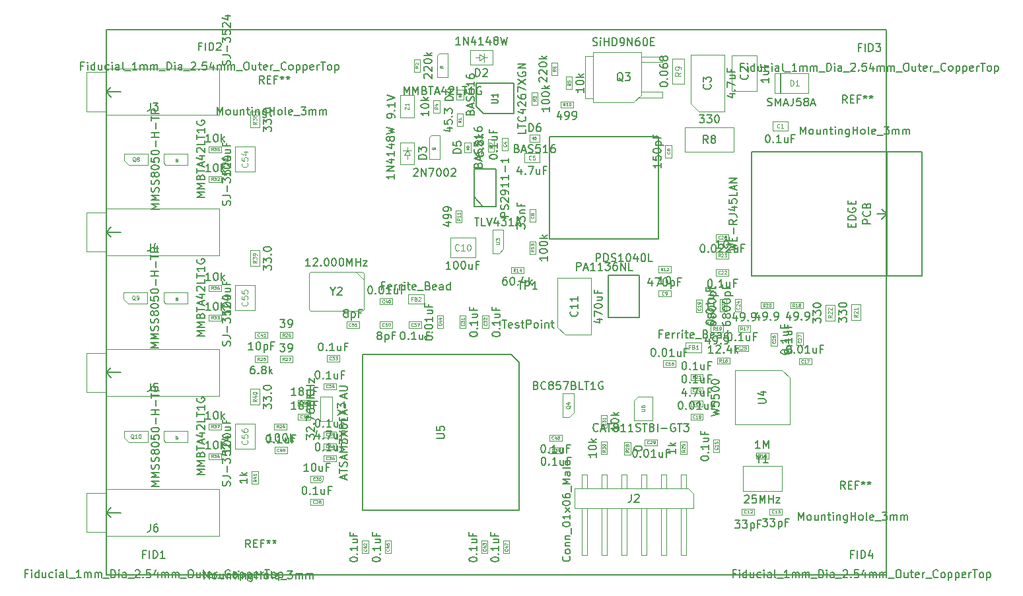
<source format=gbr>
%TF.GenerationSoftware,KiCad,Pcbnew,7.0.10*%
%TF.CreationDate,2025-02-13T15:15:04-06:00*%
%TF.ProjectId,IR2IP,49523249-502e-46b6-9963-61645f706362,rev?*%
%TF.SameCoordinates,PX55fe290PY8062360*%
%TF.FileFunction,AssemblyDrawing,Top*%
%FSLAX46Y46*%
G04 Gerber Fmt 4.6, Leading zero omitted, Abs format (unit mm)*
G04 Created by KiCad (PCBNEW 7.0.10) date 2025-02-13 15:15:04*
%MOMM*%
%LPD*%
G01*
G04 APERTURE LIST*
%ADD10C,0.150000*%
%ADD11C,0.075000*%
%ADD12C,0.060000*%
%ADD13C,0.080000*%
%ADD14C,0.120000*%
%ADD15C,0.050000*%
%ADD16C,0.100000*%
%TA.AperFunction,Profile*%
%ADD17C,0.150000*%
%TD*%
G04 APERTURE END LIST*
D10*
X84782381Y60242800D02*
X84925238Y60195181D01*
X84925238Y60195181D02*
X85163333Y60195181D01*
X85163333Y60195181D02*
X85258571Y60242800D01*
X85258571Y60242800D02*
X85306190Y60290420D01*
X85306190Y60290420D02*
X85353809Y60385658D01*
X85353809Y60385658D02*
X85353809Y60480896D01*
X85353809Y60480896D02*
X85306190Y60576134D01*
X85306190Y60576134D02*
X85258571Y60623753D01*
X85258571Y60623753D02*
X85163333Y60671372D01*
X85163333Y60671372D02*
X84972857Y60718991D01*
X84972857Y60718991D02*
X84877619Y60766610D01*
X84877619Y60766610D02*
X84830000Y60814229D01*
X84830000Y60814229D02*
X84782381Y60909467D01*
X84782381Y60909467D02*
X84782381Y61004705D01*
X84782381Y61004705D02*
X84830000Y61099943D01*
X84830000Y61099943D02*
X84877619Y61147562D01*
X84877619Y61147562D02*
X84972857Y61195181D01*
X84972857Y61195181D02*
X85210952Y61195181D01*
X85210952Y61195181D02*
X85353809Y61147562D01*
X85782381Y60195181D02*
X85782381Y61195181D01*
X85782381Y61195181D02*
X86115714Y60480896D01*
X86115714Y60480896D02*
X86449047Y61195181D01*
X86449047Y61195181D02*
X86449047Y60195181D01*
X86877619Y60480896D02*
X87353809Y60480896D01*
X86782381Y60195181D02*
X87115714Y61195181D01*
X87115714Y61195181D02*
X87449047Y60195181D01*
X88068095Y61195181D02*
X88068095Y60480896D01*
X88068095Y60480896D02*
X88020476Y60338039D01*
X88020476Y60338039D02*
X87925238Y60242800D01*
X87925238Y60242800D02*
X87782381Y60195181D01*
X87782381Y60195181D02*
X87687143Y60195181D01*
X89020476Y61195181D02*
X88544286Y61195181D01*
X88544286Y61195181D02*
X88496667Y60718991D01*
X88496667Y60718991D02*
X88544286Y60766610D01*
X88544286Y60766610D02*
X88639524Y60814229D01*
X88639524Y60814229D02*
X88877619Y60814229D01*
X88877619Y60814229D02*
X88972857Y60766610D01*
X88972857Y60766610D02*
X89020476Y60718991D01*
X89020476Y60718991D02*
X89068095Y60623753D01*
X89068095Y60623753D02*
X89068095Y60385658D01*
X89068095Y60385658D02*
X89020476Y60290420D01*
X89020476Y60290420D02*
X88972857Y60242800D01*
X88972857Y60242800D02*
X88877619Y60195181D01*
X88877619Y60195181D02*
X88639524Y60195181D01*
X88639524Y60195181D02*
X88544286Y60242800D01*
X88544286Y60242800D02*
X88496667Y60290420D01*
X89639524Y60766610D02*
X89544286Y60814229D01*
X89544286Y60814229D02*
X89496667Y60861848D01*
X89496667Y60861848D02*
X89449048Y60957086D01*
X89449048Y60957086D02*
X89449048Y61004705D01*
X89449048Y61004705D02*
X89496667Y61099943D01*
X89496667Y61099943D02*
X89544286Y61147562D01*
X89544286Y61147562D02*
X89639524Y61195181D01*
X89639524Y61195181D02*
X89830000Y61195181D01*
X89830000Y61195181D02*
X89925238Y61147562D01*
X89925238Y61147562D02*
X89972857Y61099943D01*
X89972857Y61099943D02*
X90020476Y61004705D01*
X90020476Y61004705D02*
X90020476Y60957086D01*
X90020476Y60957086D02*
X89972857Y60861848D01*
X89972857Y60861848D02*
X89925238Y60814229D01*
X89925238Y60814229D02*
X89830000Y60766610D01*
X89830000Y60766610D02*
X89639524Y60766610D01*
X89639524Y60766610D02*
X89544286Y60718991D01*
X89544286Y60718991D02*
X89496667Y60671372D01*
X89496667Y60671372D02*
X89449048Y60576134D01*
X89449048Y60576134D02*
X89449048Y60385658D01*
X89449048Y60385658D02*
X89496667Y60290420D01*
X89496667Y60290420D02*
X89544286Y60242800D01*
X89544286Y60242800D02*
X89639524Y60195181D01*
X89639524Y60195181D02*
X89830000Y60195181D01*
X89830000Y60195181D02*
X89925238Y60242800D01*
X89925238Y60242800D02*
X89972857Y60290420D01*
X89972857Y60290420D02*
X90020476Y60385658D01*
X90020476Y60385658D02*
X90020476Y60576134D01*
X90020476Y60576134D02*
X89972857Y60671372D01*
X89972857Y60671372D02*
X89925238Y60718991D01*
X89925238Y60718991D02*
X89830000Y60766610D01*
X90401429Y60480896D02*
X90877619Y60480896D01*
X90306191Y60195181D02*
X90639524Y61195181D01*
X90639524Y61195181D02*
X90972857Y60195181D01*
D11*
X87685368Y62756936D02*
X87685368Y63506936D01*
X87685368Y63506936D02*
X87863939Y63506936D01*
X87863939Y63506936D02*
X87971082Y63471222D01*
X87971082Y63471222D02*
X88042511Y63399793D01*
X88042511Y63399793D02*
X88078225Y63328365D01*
X88078225Y63328365D02*
X88113939Y63185508D01*
X88113939Y63185508D02*
X88113939Y63078365D01*
X88113939Y63078365D02*
X88078225Y62935508D01*
X88078225Y62935508D02*
X88042511Y62864079D01*
X88042511Y62864079D02*
X87971082Y62792650D01*
X87971082Y62792650D02*
X87863939Y62756936D01*
X87863939Y62756936D02*
X87685368Y62756936D01*
X88828225Y62756936D02*
X88399654Y62756936D01*
X88613939Y62756936D02*
X88613939Y63506936D01*
X88613939Y63506936D02*
X88542511Y63399793D01*
X88542511Y63399793D02*
X88471082Y63328365D01*
X88471082Y63328365D02*
X88399654Y63292650D01*
D10*
X47354819Y54191429D02*
X47354819Y54000953D01*
X47354819Y54000953D02*
X47402438Y53905715D01*
X47402438Y53905715D02*
X47450057Y53858096D01*
X47450057Y53858096D02*
X47592914Y53762858D01*
X47592914Y53762858D02*
X47783390Y53715239D01*
X47783390Y53715239D02*
X48164342Y53715239D01*
X48164342Y53715239D02*
X48259580Y53762858D01*
X48259580Y53762858D02*
X48307200Y53810477D01*
X48307200Y53810477D02*
X48354819Y53905715D01*
X48354819Y53905715D02*
X48354819Y54096191D01*
X48354819Y54096191D02*
X48307200Y54191429D01*
X48307200Y54191429D02*
X48259580Y54239048D01*
X48259580Y54239048D02*
X48164342Y54286667D01*
X48164342Y54286667D02*
X47926247Y54286667D01*
X47926247Y54286667D02*
X47831009Y54239048D01*
X47831009Y54239048D02*
X47783390Y54191429D01*
X47783390Y54191429D02*
X47735771Y54096191D01*
X47735771Y54096191D02*
X47735771Y53905715D01*
X47735771Y53905715D02*
X47783390Y53810477D01*
X47783390Y53810477D02*
X47831009Y53762858D01*
X47831009Y53762858D02*
X47926247Y53715239D01*
X48259580Y54715239D02*
X48307200Y54762858D01*
X48307200Y54762858D02*
X48354819Y54715239D01*
X48354819Y54715239D02*
X48307200Y54667620D01*
X48307200Y54667620D02*
X48259580Y54715239D01*
X48259580Y54715239D02*
X48354819Y54715239D01*
X47783390Y55334286D02*
X47735771Y55239048D01*
X47735771Y55239048D02*
X47688152Y55191429D01*
X47688152Y55191429D02*
X47592914Y55143810D01*
X47592914Y55143810D02*
X47545295Y55143810D01*
X47545295Y55143810D02*
X47450057Y55191429D01*
X47450057Y55191429D02*
X47402438Y55239048D01*
X47402438Y55239048D02*
X47354819Y55334286D01*
X47354819Y55334286D02*
X47354819Y55524762D01*
X47354819Y55524762D02*
X47402438Y55620000D01*
X47402438Y55620000D02*
X47450057Y55667619D01*
X47450057Y55667619D02*
X47545295Y55715238D01*
X47545295Y55715238D02*
X47592914Y55715238D01*
X47592914Y55715238D02*
X47688152Y55667619D01*
X47688152Y55667619D02*
X47735771Y55620000D01*
X47735771Y55620000D02*
X47783390Y55524762D01*
X47783390Y55524762D02*
X47783390Y55334286D01*
X47783390Y55334286D02*
X47831009Y55239048D01*
X47831009Y55239048D02*
X47878628Y55191429D01*
X47878628Y55191429D02*
X47973866Y55143810D01*
X47973866Y55143810D02*
X48164342Y55143810D01*
X48164342Y55143810D02*
X48259580Y55191429D01*
X48259580Y55191429D02*
X48307200Y55239048D01*
X48307200Y55239048D02*
X48354819Y55334286D01*
X48354819Y55334286D02*
X48354819Y55524762D01*
X48354819Y55524762D02*
X48307200Y55620000D01*
X48307200Y55620000D02*
X48259580Y55667619D01*
X48259580Y55667619D02*
X48164342Y55715238D01*
X48164342Y55715238D02*
X47973866Y55715238D01*
X47973866Y55715238D02*
X47878628Y55667619D01*
X47878628Y55667619D02*
X47831009Y55620000D01*
X47831009Y55620000D02*
X47783390Y55524762D01*
X48354819Y56143810D02*
X47354819Y56143810D01*
X47973866Y56239048D02*
X48354819Y56524762D01*
X47688152Y56524762D02*
X48069104Y56143810D01*
D12*
X49511927Y55053334D02*
X49321451Y54920001D01*
X49511927Y54824763D02*
X49111927Y54824763D01*
X49111927Y54824763D02*
X49111927Y54977144D01*
X49111927Y54977144D02*
X49130975Y55015239D01*
X49130975Y55015239D02*
X49150022Y55034286D01*
X49150022Y55034286D02*
X49188118Y55053334D01*
X49188118Y55053334D02*
X49245260Y55053334D01*
X49245260Y55053334D02*
X49283356Y55034286D01*
X49283356Y55034286D02*
X49302403Y55015239D01*
X49302403Y55015239D02*
X49321451Y54977144D01*
X49321451Y54977144D02*
X49321451Y54824763D01*
X49111927Y55186667D02*
X49111927Y55453334D01*
X49111927Y55453334D02*
X49511927Y55281905D01*
D10*
X84161524Y7243181D02*
X84780571Y7243181D01*
X84780571Y7243181D02*
X84447238Y6862229D01*
X84447238Y6862229D02*
X84590095Y6862229D01*
X84590095Y6862229D02*
X84685333Y6814610D01*
X84685333Y6814610D02*
X84732952Y6766991D01*
X84732952Y6766991D02*
X84780571Y6671753D01*
X84780571Y6671753D02*
X84780571Y6433658D01*
X84780571Y6433658D02*
X84732952Y6338420D01*
X84732952Y6338420D02*
X84685333Y6290800D01*
X84685333Y6290800D02*
X84590095Y6243181D01*
X84590095Y6243181D02*
X84304381Y6243181D01*
X84304381Y6243181D02*
X84209143Y6290800D01*
X84209143Y6290800D02*
X84161524Y6338420D01*
X85113905Y7243181D02*
X85732952Y7243181D01*
X85732952Y7243181D02*
X85399619Y6862229D01*
X85399619Y6862229D02*
X85542476Y6862229D01*
X85542476Y6862229D02*
X85637714Y6814610D01*
X85637714Y6814610D02*
X85685333Y6766991D01*
X85685333Y6766991D02*
X85732952Y6671753D01*
X85732952Y6671753D02*
X85732952Y6433658D01*
X85732952Y6433658D02*
X85685333Y6338420D01*
X85685333Y6338420D02*
X85637714Y6290800D01*
X85637714Y6290800D02*
X85542476Y6243181D01*
X85542476Y6243181D02*
X85256762Y6243181D01*
X85256762Y6243181D02*
X85161524Y6290800D01*
X85161524Y6290800D02*
X85113905Y6338420D01*
X86161524Y6909848D02*
X86161524Y5909848D01*
X86161524Y6862229D02*
X86256762Y6909848D01*
X86256762Y6909848D02*
X86447238Y6909848D01*
X86447238Y6909848D02*
X86542476Y6862229D01*
X86542476Y6862229D02*
X86590095Y6814610D01*
X86590095Y6814610D02*
X86637714Y6719372D01*
X86637714Y6719372D02*
X86637714Y6433658D01*
X86637714Y6433658D02*
X86590095Y6338420D01*
X86590095Y6338420D02*
X86542476Y6290800D01*
X86542476Y6290800D02*
X86447238Y6243181D01*
X86447238Y6243181D02*
X86256762Y6243181D01*
X86256762Y6243181D02*
X86161524Y6290800D01*
X87399619Y6766991D02*
X87066286Y6766991D01*
X87066286Y6243181D02*
X87066286Y7243181D01*
X87066286Y7243181D02*
X87542476Y7243181D01*
D12*
X85594857Y7984168D02*
X85575809Y7965120D01*
X85575809Y7965120D02*
X85518667Y7946073D01*
X85518667Y7946073D02*
X85480571Y7946073D01*
X85480571Y7946073D02*
X85423428Y7965120D01*
X85423428Y7965120D02*
X85385333Y8003216D01*
X85385333Y8003216D02*
X85366286Y8041311D01*
X85366286Y8041311D02*
X85347238Y8117501D01*
X85347238Y8117501D02*
X85347238Y8174644D01*
X85347238Y8174644D02*
X85366286Y8250835D01*
X85366286Y8250835D02*
X85385333Y8288930D01*
X85385333Y8288930D02*
X85423428Y8327025D01*
X85423428Y8327025D02*
X85480571Y8346073D01*
X85480571Y8346073D02*
X85518667Y8346073D01*
X85518667Y8346073D02*
X85575809Y8327025D01*
X85575809Y8327025D02*
X85594857Y8307978D01*
X85975809Y7946073D02*
X85747238Y7946073D01*
X85861524Y7946073D02*
X85861524Y8346073D01*
X85861524Y8346073D02*
X85823428Y8288930D01*
X85823428Y8288930D02*
X85785333Y8250835D01*
X85785333Y8250835D02*
X85747238Y8231787D01*
X86109142Y8346073D02*
X86356761Y8346073D01*
X86356761Y8346073D02*
X86223428Y8193692D01*
X86223428Y8193692D02*
X86280571Y8193692D01*
X86280571Y8193692D02*
X86318666Y8174644D01*
X86318666Y8174644D02*
X86337714Y8155597D01*
X86337714Y8155597D02*
X86356761Y8117501D01*
X86356761Y8117501D02*
X86356761Y8022263D01*
X86356761Y8022263D02*
X86337714Y7984168D01*
X86337714Y7984168D02*
X86318666Y7965120D01*
X86318666Y7965120D02*
X86280571Y7946073D01*
X86280571Y7946073D02*
X86166285Y7946073D01*
X86166285Y7946073D02*
X86128190Y7965120D01*
X86128190Y7965120D02*
X86109142Y7984168D01*
D10*
X76224819Y14945144D02*
X76224819Y15040382D01*
X76224819Y15040382D02*
X76272438Y15135620D01*
X76272438Y15135620D02*
X76320057Y15183239D01*
X76320057Y15183239D02*
X76415295Y15230858D01*
X76415295Y15230858D02*
X76605771Y15278477D01*
X76605771Y15278477D02*
X76843866Y15278477D01*
X76843866Y15278477D02*
X77034342Y15230858D01*
X77034342Y15230858D02*
X77129580Y15183239D01*
X77129580Y15183239D02*
X77177200Y15135620D01*
X77177200Y15135620D02*
X77224819Y15040382D01*
X77224819Y15040382D02*
X77224819Y14945144D01*
X77224819Y14945144D02*
X77177200Y14849906D01*
X77177200Y14849906D02*
X77129580Y14802287D01*
X77129580Y14802287D02*
X77034342Y14754668D01*
X77034342Y14754668D02*
X76843866Y14707049D01*
X76843866Y14707049D02*
X76605771Y14707049D01*
X76605771Y14707049D02*
X76415295Y14754668D01*
X76415295Y14754668D02*
X76320057Y14802287D01*
X76320057Y14802287D02*
X76272438Y14849906D01*
X76272438Y14849906D02*
X76224819Y14945144D01*
X77129580Y15707049D02*
X77177200Y15754668D01*
X77177200Y15754668D02*
X77224819Y15707049D01*
X77224819Y15707049D02*
X77177200Y15659430D01*
X77177200Y15659430D02*
X77129580Y15707049D01*
X77129580Y15707049D02*
X77224819Y15707049D01*
X77224819Y16707048D02*
X77224819Y16135620D01*
X77224819Y16421334D02*
X76224819Y16421334D01*
X76224819Y16421334D02*
X76367676Y16326096D01*
X76367676Y16326096D02*
X76462914Y16230858D01*
X76462914Y16230858D02*
X76510533Y16135620D01*
X76558152Y17564191D02*
X77224819Y17564191D01*
X76558152Y17135620D02*
X77081961Y17135620D01*
X77081961Y17135620D02*
X77177200Y17183239D01*
X77177200Y17183239D02*
X77224819Y17278477D01*
X77224819Y17278477D02*
X77224819Y17421334D01*
X77224819Y17421334D02*
X77177200Y17516572D01*
X77177200Y17516572D02*
X77129580Y17564191D01*
X76701009Y18373715D02*
X76701009Y18040382D01*
X77224819Y18040382D02*
X76224819Y18040382D01*
X76224819Y18040382D02*
X76224819Y18516572D01*
D12*
X78343832Y16330858D02*
X78362880Y16311810D01*
X78362880Y16311810D02*
X78381927Y16254668D01*
X78381927Y16254668D02*
X78381927Y16216572D01*
X78381927Y16216572D02*
X78362880Y16159429D01*
X78362880Y16159429D02*
X78324784Y16121334D01*
X78324784Y16121334D02*
X78286689Y16102287D01*
X78286689Y16102287D02*
X78210499Y16083239D01*
X78210499Y16083239D02*
X78153356Y16083239D01*
X78153356Y16083239D02*
X78077165Y16102287D01*
X78077165Y16102287D02*
X78039070Y16121334D01*
X78039070Y16121334D02*
X78000975Y16159429D01*
X78000975Y16159429D02*
X77981927Y16216572D01*
X77981927Y16216572D02*
X77981927Y16254668D01*
X77981927Y16254668D02*
X78000975Y16311810D01*
X78000975Y16311810D02*
X78020022Y16330858D01*
X78381927Y16711810D02*
X78381927Y16483239D01*
X78381927Y16597525D02*
X77981927Y16597525D01*
X77981927Y16597525D02*
X78039070Y16559429D01*
X78039070Y16559429D02*
X78077165Y16521334D01*
X78077165Y16521334D02*
X78096213Y16483239D01*
X77981927Y17073715D02*
X77981927Y16883239D01*
X77981927Y16883239D02*
X78172403Y16864191D01*
X78172403Y16864191D02*
X78153356Y16883239D01*
X78153356Y16883239D02*
X78134308Y16921334D01*
X78134308Y16921334D02*
X78134308Y17016572D01*
X78134308Y17016572D02*
X78153356Y17054667D01*
X78153356Y17054667D02*
X78172403Y17073715D01*
X78172403Y17073715D02*
X78210499Y17092762D01*
X78210499Y17092762D02*
X78305737Y17092762D01*
X78305737Y17092762D02*
X78343832Y17073715D01*
X78343832Y17073715D02*
X78362880Y17054667D01*
X78362880Y17054667D02*
X78381927Y17016572D01*
X78381927Y17016572D02*
X78381927Y16921334D01*
X78381927Y16921334D02*
X78362880Y16883239D01*
X78362880Y16883239D02*
X78343832Y16864191D01*
D10*
X70080952Y29075181D02*
X70176190Y29075181D01*
X70176190Y29075181D02*
X70271428Y29027562D01*
X70271428Y29027562D02*
X70319047Y28979943D01*
X70319047Y28979943D02*
X70366666Y28884705D01*
X70366666Y28884705D02*
X70414285Y28694229D01*
X70414285Y28694229D02*
X70414285Y28456134D01*
X70414285Y28456134D02*
X70366666Y28265658D01*
X70366666Y28265658D02*
X70319047Y28170420D01*
X70319047Y28170420D02*
X70271428Y28122800D01*
X70271428Y28122800D02*
X70176190Y28075181D01*
X70176190Y28075181D02*
X70080952Y28075181D01*
X70080952Y28075181D02*
X69985714Y28122800D01*
X69985714Y28122800D02*
X69938095Y28170420D01*
X69938095Y28170420D02*
X69890476Y28265658D01*
X69890476Y28265658D02*
X69842857Y28456134D01*
X69842857Y28456134D02*
X69842857Y28694229D01*
X69842857Y28694229D02*
X69890476Y28884705D01*
X69890476Y28884705D02*
X69938095Y28979943D01*
X69938095Y28979943D02*
X69985714Y29027562D01*
X69985714Y29027562D02*
X70080952Y29075181D01*
X70842857Y28170420D02*
X70890476Y28122800D01*
X70890476Y28122800D02*
X70842857Y28075181D01*
X70842857Y28075181D02*
X70795238Y28122800D01*
X70795238Y28122800D02*
X70842857Y28170420D01*
X70842857Y28170420D02*
X70842857Y28075181D01*
X71509523Y29075181D02*
X71604761Y29075181D01*
X71604761Y29075181D02*
X71699999Y29027562D01*
X71699999Y29027562D02*
X71747618Y28979943D01*
X71747618Y28979943D02*
X71795237Y28884705D01*
X71795237Y28884705D02*
X71842856Y28694229D01*
X71842856Y28694229D02*
X71842856Y28456134D01*
X71842856Y28456134D02*
X71795237Y28265658D01*
X71795237Y28265658D02*
X71747618Y28170420D01*
X71747618Y28170420D02*
X71699999Y28122800D01*
X71699999Y28122800D02*
X71604761Y28075181D01*
X71604761Y28075181D02*
X71509523Y28075181D01*
X71509523Y28075181D02*
X71414285Y28122800D01*
X71414285Y28122800D02*
X71366666Y28170420D01*
X71366666Y28170420D02*
X71319047Y28265658D01*
X71319047Y28265658D02*
X71271428Y28456134D01*
X71271428Y28456134D02*
X71271428Y28694229D01*
X71271428Y28694229D02*
X71319047Y28884705D01*
X71319047Y28884705D02*
X71366666Y28979943D01*
X71366666Y28979943D02*
X71414285Y29027562D01*
X71414285Y29027562D02*
X71509523Y29075181D01*
X72795237Y28075181D02*
X72223809Y28075181D01*
X72509523Y28075181D02*
X72509523Y29075181D01*
X72509523Y29075181D02*
X72414285Y28932324D01*
X72414285Y28932324D02*
X72319047Y28837086D01*
X72319047Y28837086D02*
X72223809Y28789467D01*
X73652380Y28741848D02*
X73652380Y28075181D01*
X73223809Y28741848D02*
X73223809Y28218039D01*
X73223809Y28218039D02*
X73271428Y28122800D01*
X73271428Y28122800D02*
X73366666Y28075181D01*
X73366666Y28075181D02*
X73509523Y28075181D01*
X73509523Y28075181D02*
X73604761Y28122800D01*
X73604761Y28122800D02*
X73652380Y28170420D01*
X74461904Y28598991D02*
X74128571Y28598991D01*
X74128571Y28075181D02*
X74128571Y29075181D01*
X74128571Y29075181D02*
X74604761Y29075181D01*
D12*
X71942857Y26956168D02*
X71923809Y26937120D01*
X71923809Y26937120D02*
X71866667Y26918073D01*
X71866667Y26918073D02*
X71828571Y26918073D01*
X71828571Y26918073D02*
X71771428Y26937120D01*
X71771428Y26937120D02*
X71733333Y26975216D01*
X71733333Y26975216D02*
X71714286Y27013311D01*
X71714286Y27013311D02*
X71695238Y27089501D01*
X71695238Y27089501D02*
X71695238Y27146644D01*
X71695238Y27146644D02*
X71714286Y27222835D01*
X71714286Y27222835D02*
X71733333Y27260930D01*
X71733333Y27260930D02*
X71771428Y27299025D01*
X71771428Y27299025D02*
X71828571Y27318073D01*
X71828571Y27318073D02*
X71866667Y27318073D01*
X71866667Y27318073D02*
X71923809Y27299025D01*
X71923809Y27299025D02*
X71942857Y27279978D01*
X72323809Y26918073D02*
X72095238Y26918073D01*
X72209524Y26918073D02*
X72209524Y27318073D01*
X72209524Y27318073D02*
X72171428Y27260930D01*
X72171428Y27260930D02*
X72133333Y27222835D01*
X72133333Y27222835D02*
X72095238Y27203787D01*
X72666666Y27318073D02*
X72590476Y27318073D01*
X72590476Y27318073D02*
X72552380Y27299025D01*
X72552380Y27299025D02*
X72533333Y27279978D01*
X72533333Y27279978D02*
X72495238Y27222835D01*
X72495238Y27222835D02*
X72476190Y27146644D01*
X72476190Y27146644D02*
X72476190Y26994263D01*
X72476190Y26994263D02*
X72495238Y26956168D01*
X72495238Y26956168D02*
X72514285Y26937120D01*
X72514285Y26937120D02*
X72552380Y26918073D01*
X72552380Y26918073D02*
X72628571Y26918073D01*
X72628571Y26918073D02*
X72666666Y26937120D01*
X72666666Y26937120D02*
X72685714Y26956168D01*
X72685714Y26956168D02*
X72704761Y26994263D01*
X72704761Y26994263D02*
X72704761Y27089501D01*
X72704761Y27089501D02*
X72685714Y27127597D01*
X72685714Y27127597D02*
X72666666Y27146644D01*
X72666666Y27146644D02*
X72628571Y27165692D01*
X72628571Y27165692D02*
X72552380Y27165692D01*
X72552380Y27165692D02*
X72514285Y27146644D01*
X72514285Y27146644D02*
X72495238Y27127597D01*
X72495238Y27127597D02*
X72476190Y27089501D01*
D10*
X73580952Y22275181D02*
X73676190Y22275181D01*
X73676190Y22275181D02*
X73771428Y22227562D01*
X73771428Y22227562D02*
X73819047Y22179943D01*
X73819047Y22179943D02*
X73866666Y22084705D01*
X73866666Y22084705D02*
X73914285Y21894229D01*
X73914285Y21894229D02*
X73914285Y21656134D01*
X73914285Y21656134D02*
X73866666Y21465658D01*
X73866666Y21465658D02*
X73819047Y21370420D01*
X73819047Y21370420D02*
X73771428Y21322800D01*
X73771428Y21322800D02*
X73676190Y21275181D01*
X73676190Y21275181D02*
X73580952Y21275181D01*
X73580952Y21275181D02*
X73485714Y21322800D01*
X73485714Y21322800D02*
X73438095Y21370420D01*
X73438095Y21370420D02*
X73390476Y21465658D01*
X73390476Y21465658D02*
X73342857Y21656134D01*
X73342857Y21656134D02*
X73342857Y21894229D01*
X73342857Y21894229D02*
X73390476Y22084705D01*
X73390476Y22084705D02*
X73438095Y22179943D01*
X73438095Y22179943D02*
X73485714Y22227562D01*
X73485714Y22227562D02*
X73580952Y22275181D01*
X74342857Y21370420D02*
X74390476Y21322800D01*
X74390476Y21322800D02*
X74342857Y21275181D01*
X74342857Y21275181D02*
X74295238Y21322800D01*
X74295238Y21322800D02*
X74342857Y21370420D01*
X74342857Y21370420D02*
X74342857Y21275181D01*
X75009523Y22275181D02*
X75104761Y22275181D01*
X75104761Y22275181D02*
X75199999Y22227562D01*
X75199999Y22227562D02*
X75247618Y22179943D01*
X75247618Y22179943D02*
X75295237Y22084705D01*
X75295237Y22084705D02*
X75342856Y21894229D01*
X75342856Y21894229D02*
X75342856Y21656134D01*
X75342856Y21656134D02*
X75295237Y21465658D01*
X75295237Y21465658D02*
X75247618Y21370420D01*
X75247618Y21370420D02*
X75199999Y21322800D01*
X75199999Y21322800D02*
X75104761Y21275181D01*
X75104761Y21275181D02*
X75009523Y21275181D01*
X75009523Y21275181D02*
X74914285Y21322800D01*
X74914285Y21322800D02*
X74866666Y21370420D01*
X74866666Y21370420D02*
X74819047Y21465658D01*
X74819047Y21465658D02*
X74771428Y21656134D01*
X74771428Y21656134D02*
X74771428Y21894229D01*
X74771428Y21894229D02*
X74819047Y22084705D01*
X74819047Y22084705D02*
X74866666Y22179943D01*
X74866666Y22179943D02*
X74914285Y22227562D01*
X74914285Y22227562D02*
X75009523Y22275181D01*
X76295237Y21275181D02*
X75723809Y21275181D01*
X76009523Y21275181D02*
X76009523Y22275181D01*
X76009523Y22275181D02*
X75914285Y22132324D01*
X75914285Y22132324D02*
X75819047Y22037086D01*
X75819047Y22037086D02*
X75723809Y21989467D01*
X77152380Y21941848D02*
X77152380Y21275181D01*
X76723809Y21941848D02*
X76723809Y21418039D01*
X76723809Y21418039D02*
X76771428Y21322800D01*
X76771428Y21322800D02*
X76866666Y21275181D01*
X76866666Y21275181D02*
X77009523Y21275181D01*
X77009523Y21275181D02*
X77104761Y21322800D01*
X77104761Y21322800D02*
X77152380Y21370420D01*
X77961904Y21798991D02*
X77628571Y21798991D01*
X77628571Y21275181D02*
X77628571Y22275181D01*
X77628571Y22275181D02*
X78104761Y22275181D01*
D12*
X75442857Y20156168D02*
X75423809Y20137120D01*
X75423809Y20137120D02*
X75366667Y20118073D01*
X75366667Y20118073D02*
X75328571Y20118073D01*
X75328571Y20118073D02*
X75271428Y20137120D01*
X75271428Y20137120D02*
X75233333Y20175216D01*
X75233333Y20175216D02*
X75214286Y20213311D01*
X75214286Y20213311D02*
X75195238Y20289501D01*
X75195238Y20289501D02*
X75195238Y20346644D01*
X75195238Y20346644D02*
X75214286Y20422835D01*
X75214286Y20422835D02*
X75233333Y20460930D01*
X75233333Y20460930D02*
X75271428Y20499025D01*
X75271428Y20499025D02*
X75328571Y20518073D01*
X75328571Y20518073D02*
X75366667Y20518073D01*
X75366667Y20518073D02*
X75423809Y20499025D01*
X75423809Y20499025D02*
X75442857Y20479978D01*
X75823809Y20118073D02*
X75595238Y20118073D01*
X75709524Y20118073D02*
X75709524Y20518073D01*
X75709524Y20518073D02*
X75671428Y20460930D01*
X75671428Y20460930D02*
X75633333Y20422835D01*
X75633333Y20422835D02*
X75595238Y20403787D01*
X76052380Y20346644D02*
X76014285Y20365692D01*
X76014285Y20365692D02*
X75995238Y20384740D01*
X75995238Y20384740D02*
X75976190Y20422835D01*
X75976190Y20422835D02*
X75976190Y20441882D01*
X75976190Y20441882D02*
X75995238Y20479978D01*
X75995238Y20479978D02*
X76014285Y20499025D01*
X76014285Y20499025D02*
X76052380Y20518073D01*
X76052380Y20518073D02*
X76128571Y20518073D01*
X76128571Y20518073D02*
X76166666Y20499025D01*
X76166666Y20499025D02*
X76185714Y20479978D01*
X76185714Y20479978D02*
X76204761Y20441882D01*
X76204761Y20441882D02*
X76204761Y20422835D01*
X76204761Y20422835D02*
X76185714Y20384740D01*
X76185714Y20384740D02*
X76166666Y20365692D01*
X76166666Y20365692D02*
X76128571Y20346644D01*
X76128571Y20346644D02*
X76052380Y20346644D01*
X76052380Y20346644D02*
X76014285Y20327597D01*
X76014285Y20327597D02*
X75995238Y20308549D01*
X75995238Y20308549D02*
X75976190Y20270454D01*
X75976190Y20270454D02*
X75976190Y20194263D01*
X75976190Y20194263D02*
X75995238Y20156168D01*
X75995238Y20156168D02*
X76014285Y20137120D01*
X76014285Y20137120D02*
X76052380Y20118073D01*
X76052380Y20118073D02*
X76128571Y20118073D01*
X76128571Y20118073D02*
X76166666Y20137120D01*
X76166666Y20137120D02*
X76185714Y20156168D01*
X76185714Y20156168D02*
X76204761Y20194263D01*
X76204761Y20194263D02*
X76204761Y20270454D01*
X76204761Y20270454D02*
X76185714Y20308549D01*
X76185714Y20308549D02*
X76166666Y20327597D01*
X76166666Y20327597D02*
X76128571Y20346644D01*
D10*
X74057143Y25675181D02*
X74152381Y25675181D01*
X74152381Y25675181D02*
X74247619Y25627562D01*
X74247619Y25627562D02*
X74295238Y25579943D01*
X74295238Y25579943D02*
X74342857Y25484705D01*
X74342857Y25484705D02*
X74390476Y25294229D01*
X74390476Y25294229D02*
X74390476Y25056134D01*
X74390476Y25056134D02*
X74342857Y24865658D01*
X74342857Y24865658D02*
X74295238Y24770420D01*
X74295238Y24770420D02*
X74247619Y24722800D01*
X74247619Y24722800D02*
X74152381Y24675181D01*
X74152381Y24675181D02*
X74057143Y24675181D01*
X74057143Y24675181D02*
X73961905Y24722800D01*
X73961905Y24722800D02*
X73914286Y24770420D01*
X73914286Y24770420D02*
X73866667Y24865658D01*
X73866667Y24865658D02*
X73819048Y25056134D01*
X73819048Y25056134D02*
X73819048Y25294229D01*
X73819048Y25294229D02*
X73866667Y25484705D01*
X73866667Y25484705D02*
X73914286Y25579943D01*
X73914286Y25579943D02*
X73961905Y25627562D01*
X73961905Y25627562D02*
X74057143Y25675181D01*
X74819048Y24770420D02*
X74866667Y24722800D01*
X74866667Y24722800D02*
X74819048Y24675181D01*
X74819048Y24675181D02*
X74771429Y24722800D01*
X74771429Y24722800D02*
X74819048Y24770420D01*
X74819048Y24770420D02*
X74819048Y24675181D01*
X75819047Y24675181D02*
X75247619Y24675181D01*
X75533333Y24675181D02*
X75533333Y25675181D01*
X75533333Y25675181D02*
X75438095Y25532324D01*
X75438095Y25532324D02*
X75342857Y25437086D01*
X75342857Y25437086D02*
X75247619Y25389467D01*
X76676190Y25341848D02*
X76676190Y24675181D01*
X76247619Y25341848D02*
X76247619Y24818039D01*
X76247619Y24818039D02*
X76295238Y24722800D01*
X76295238Y24722800D02*
X76390476Y24675181D01*
X76390476Y24675181D02*
X76533333Y24675181D01*
X76533333Y24675181D02*
X76628571Y24722800D01*
X76628571Y24722800D02*
X76676190Y24770420D01*
X77485714Y25198991D02*
X77152381Y25198991D01*
X77152381Y24675181D02*
X77152381Y25675181D01*
X77152381Y25675181D02*
X77628571Y25675181D01*
D12*
X75442857Y23556168D02*
X75423809Y23537120D01*
X75423809Y23537120D02*
X75366667Y23518073D01*
X75366667Y23518073D02*
X75328571Y23518073D01*
X75328571Y23518073D02*
X75271428Y23537120D01*
X75271428Y23537120D02*
X75233333Y23575216D01*
X75233333Y23575216D02*
X75214286Y23613311D01*
X75214286Y23613311D02*
X75195238Y23689501D01*
X75195238Y23689501D02*
X75195238Y23746644D01*
X75195238Y23746644D02*
X75214286Y23822835D01*
X75214286Y23822835D02*
X75233333Y23860930D01*
X75233333Y23860930D02*
X75271428Y23899025D01*
X75271428Y23899025D02*
X75328571Y23918073D01*
X75328571Y23918073D02*
X75366667Y23918073D01*
X75366667Y23918073D02*
X75423809Y23899025D01*
X75423809Y23899025D02*
X75442857Y23879978D01*
X75595238Y23879978D02*
X75614286Y23899025D01*
X75614286Y23899025D02*
X75652381Y23918073D01*
X75652381Y23918073D02*
X75747619Y23918073D01*
X75747619Y23918073D02*
X75785714Y23899025D01*
X75785714Y23899025D02*
X75804762Y23879978D01*
X75804762Y23879978D02*
X75823809Y23841882D01*
X75823809Y23841882D02*
X75823809Y23803787D01*
X75823809Y23803787D02*
X75804762Y23746644D01*
X75804762Y23746644D02*
X75576190Y23518073D01*
X75576190Y23518073D02*
X75823809Y23518073D01*
X76071428Y23918073D02*
X76109523Y23918073D01*
X76109523Y23918073D02*
X76147619Y23899025D01*
X76147619Y23899025D02*
X76166666Y23879978D01*
X76166666Y23879978D02*
X76185714Y23841882D01*
X76185714Y23841882D02*
X76204761Y23765692D01*
X76204761Y23765692D02*
X76204761Y23670454D01*
X76204761Y23670454D02*
X76185714Y23594263D01*
X76185714Y23594263D02*
X76166666Y23556168D01*
X76166666Y23556168D02*
X76147619Y23537120D01*
X76147619Y23537120D02*
X76109523Y23518073D01*
X76109523Y23518073D02*
X76071428Y23518073D01*
X76071428Y23518073D02*
X76033333Y23537120D01*
X76033333Y23537120D02*
X76014285Y23556168D01*
X76014285Y23556168D02*
X75995238Y23594263D01*
X75995238Y23594263D02*
X75976190Y23670454D01*
X75976190Y23670454D02*
X75976190Y23765692D01*
X75976190Y23765692D02*
X75995238Y23841882D01*
X75995238Y23841882D02*
X76014285Y23879978D01*
X76014285Y23879978D02*
X76033333Y23899025D01*
X76033333Y23899025D02*
X76071428Y23918073D01*
D10*
X74057143Y27375181D02*
X74152381Y27375181D01*
X74152381Y27375181D02*
X74247619Y27327562D01*
X74247619Y27327562D02*
X74295238Y27279943D01*
X74295238Y27279943D02*
X74342857Y27184705D01*
X74342857Y27184705D02*
X74390476Y26994229D01*
X74390476Y26994229D02*
X74390476Y26756134D01*
X74390476Y26756134D02*
X74342857Y26565658D01*
X74342857Y26565658D02*
X74295238Y26470420D01*
X74295238Y26470420D02*
X74247619Y26422800D01*
X74247619Y26422800D02*
X74152381Y26375181D01*
X74152381Y26375181D02*
X74057143Y26375181D01*
X74057143Y26375181D02*
X73961905Y26422800D01*
X73961905Y26422800D02*
X73914286Y26470420D01*
X73914286Y26470420D02*
X73866667Y26565658D01*
X73866667Y26565658D02*
X73819048Y26756134D01*
X73819048Y26756134D02*
X73819048Y26994229D01*
X73819048Y26994229D02*
X73866667Y27184705D01*
X73866667Y27184705D02*
X73914286Y27279943D01*
X73914286Y27279943D02*
X73961905Y27327562D01*
X73961905Y27327562D02*
X74057143Y27375181D01*
X74819048Y26470420D02*
X74866667Y26422800D01*
X74866667Y26422800D02*
X74819048Y26375181D01*
X74819048Y26375181D02*
X74771429Y26422800D01*
X74771429Y26422800D02*
X74819048Y26470420D01*
X74819048Y26470420D02*
X74819048Y26375181D01*
X75819047Y26375181D02*
X75247619Y26375181D01*
X75533333Y26375181D02*
X75533333Y27375181D01*
X75533333Y27375181D02*
X75438095Y27232324D01*
X75438095Y27232324D02*
X75342857Y27137086D01*
X75342857Y27137086D02*
X75247619Y27089467D01*
X76676190Y27041848D02*
X76676190Y26375181D01*
X76247619Y27041848D02*
X76247619Y26518039D01*
X76247619Y26518039D02*
X76295238Y26422800D01*
X76295238Y26422800D02*
X76390476Y26375181D01*
X76390476Y26375181D02*
X76533333Y26375181D01*
X76533333Y26375181D02*
X76628571Y26422800D01*
X76628571Y26422800D02*
X76676190Y26470420D01*
X77485714Y26898991D02*
X77152381Y26898991D01*
X77152381Y26375181D02*
X77152381Y27375181D01*
X77152381Y27375181D02*
X77628571Y27375181D01*
D12*
X75442857Y25256168D02*
X75423809Y25237120D01*
X75423809Y25237120D02*
X75366667Y25218073D01*
X75366667Y25218073D02*
X75328571Y25218073D01*
X75328571Y25218073D02*
X75271428Y25237120D01*
X75271428Y25237120D02*
X75233333Y25275216D01*
X75233333Y25275216D02*
X75214286Y25313311D01*
X75214286Y25313311D02*
X75195238Y25389501D01*
X75195238Y25389501D02*
X75195238Y25446644D01*
X75195238Y25446644D02*
X75214286Y25522835D01*
X75214286Y25522835D02*
X75233333Y25560930D01*
X75233333Y25560930D02*
X75271428Y25599025D01*
X75271428Y25599025D02*
X75328571Y25618073D01*
X75328571Y25618073D02*
X75366667Y25618073D01*
X75366667Y25618073D02*
X75423809Y25599025D01*
X75423809Y25599025D02*
X75442857Y25579978D01*
X75595238Y25579978D02*
X75614286Y25599025D01*
X75614286Y25599025D02*
X75652381Y25618073D01*
X75652381Y25618073D02*
X75747619Y25618073D01*
X75747619Y25618073D02*
X75785714Y25599025D01*
X75785714Y25599025D02*
X75804762Y25579978D01*
X75804762Y25579978D02*
X75823809Y25541882D01*
X75823809Y25541882D02*
X75823809Y25503787D01*
X75823809Y25503787D02*
X75804762Y25446644D01*
X75804762Y25446644D02*
X75576190Y25218073D01*
X75576190Y25218073D02*
X75823809Y25218073D01*
X76204761Y25218073D02*
X75976190Y25218073D01*
X76090476Y25218073D02*
X76090476Y25618073D01*
X76090476Y25618073D02*
X76052380Y25560930D01*
X76052380Y25560930D02*
X76014285Y25522835D01*
X76014285Y25522835D02*
X75976190Y25503787D01*
D10*
X71228570Y30918991D02*
X70895237Y30918991D01*
X70895237Y30395181D02*
X70895237Y31395181D01*
X70895237Y31395181D02*
X71371427Y31395181D01*
X72133332Y30442800D02*
X72038094Y30395181D01*
X72038094Y30395181D02*
X71847618Y30395181D01*
X71847618Y30395181D02*
X71752380Y30442800D01*
X71752380Y30442800D02*
X71704761Y30538039D01*
X71704761Y30538039D02*
X71704761Y30918991D01*
X71704761Y30918991D02*
X71752380Y31014229D01*
X71752380Y31014229D02*
X71847618Y31061848D01*
X71847618Y31061848D02*
X72038094Y31061848D01*
X72038094Y31061848D02*
X72133332Y31014229D01*
X72133332Y31014229D02*
X72180951Y30918991D01*
X72180951Y30918991D02*
X72180951Y30823753D01*
X72180951Y30823753D02*
X71704761Y30728515D01*
X72609523Y30395181D02*
X72609523Y31061848D01*
X72609523Y30871372D02*
X72657142Y30966610D01*
X72657142Y30966610D02*
X72704761Y31014229D01*
X72704761Y31014229D02*
X72799999Y31061848D01*
X72799999Y31061848D02*
X72895237Y31061848D01*
X73228571Y30395181D02*
X73228571Y31061848D01*
X73228571Y30871372D02*
X73276190Y30966610D01*
X73276190Y30966610D02*
X73323809Y31014229D01*
X73323809Y31014229D02*
X73419047Y31061848D01*
X73419047Y31061848D02*
X73514285Y31061848D01*
X73847619Y30395181D02*
X73847619Y31061848D01*
X73847619Y31395181D02*
X73800000Y31347562D01*
X73800000Y31347562D02*
X73847619Y31299943D01*
X73847619Y31299943D02*
X73895238Y31347562D01*
X73895238Y31347562D02*
X73847619Y31395181D01*
X73847619Y31395181D02*
X73847619Y31299943D01*
X74180952Y31061848D02*
X74561904Y31061848D01*
X74323809Y31395181D02*
X74323809Y30538039D01*
X74323809Y30538039D02*
X74371428Y30442800D01*
X74371428Y30442800D02*
X74466666Y30395181D01*
X74466666Y30395181D02*
X74561904Y30395181D01*
X75276190Y30442800D02*
X75180952Y30395181D01*
X75180952Y30395181D02*
X74990476Y30395181D01*
X74990476Y30395181D02*
X74895238Y30442800D01*
X74895238Y30442800D02*
X74847619Y30538039D01*
X74847619Y30538039D02*
X74847619Y30918991D01*
X74847619Y30918991D02*
X74895238Y31014229D01*
X74895238Y31014229D02*
X74990476Y31061848D01*
X74990476Y31061848D02*
X75180952Y31061848D01*
X75180952Y31061848D02*
X75276190Y31014229D01*
X75276190Y31014229D02*
X75323809Y30918991D01*
X75323809Y30918991D02*
X75323809Y30823753D01*
X75323809Y30823753D02*
X74847619Y30728515D01*
X75514286Y30299943D02*
X76276190Y30299943D01*
X76847619Y30918991D02*
X76990476Y30871372D01*
X76990476Y30871372D02*
X77038095Y30823753D01*
X77038095Y30823753D02*
X77085714Y30728515D01*
X77085714Y30728515D02*
X77085714Y30585658D01*
X77085714Y30585658D02*
X77038095Y30490420D01*
X77038095Y30490420D02*
X76990476Y30442800D01*
X76990476Y30442800D02*
X76895238Y30395181D01*
X76895238Y30395181D02*
X76514286Y30395181D01*
X76514286Y30395181D02*
X76514286Y31395181D01*
X76514286Y31395181D02*
X76847619Y31395181D01*
X76847619Y31395181D02*
X76942857Y31347562D01*
X76942857Y31347562D02*
X76990476Y31299943D01*
X76990476Y31299943D02*
X77038095Y31204705D01*
X77038095Y31204705D02*
X77038095Y31109467D01*
X77038095Y31109467D02*
X76990476Y31014229D01*
X76990476Y31014229D02*
X76942857Y30966610D01*
X76942857Y30966610D02*
X76847619Y30918991D01*
X76847619Y30918991D02*
X76514286Y30918991D01*
X77895238Y30442800D02*
X77800000Y30395181D01*
X77800000Y30395181D02*
X77609524Y30395181D01*
X77609524Y30395181D02*
X77514286Y30442800D01*
X77514286Y30442800D02*
X77466667Y30538039D01*
X77466667Y30538039D02*
X77466667Y30918991D01*
X77466667Y30918991D02*
X77514286Y31014229D01*
X77514286Y31014229D02*
X77609524Y31061848D01*
X77609524Y31061848D02*
X77800000Y31061848D01*
X77800000Y31061848D02*
X77895238Y31014229D01*
X77895238Y31014229D02*
X77942857Y30918991D01*
X77942857Y30918991D02*
X77942857Y30823753D01*
X77942857Y30823753D02*
X77466667Y30728515D01*
X78800000Y30395181D02*
X78800000Y30918991D01*
X78800000Y30918991D02*
X78752381Y31014229D01*
X78752381Y31014229D02*
X78657143Y31061848D01*
X78657143Y31061848D02*
X78466667Y31061848D01*
X78466667Y31061848D02*
X78371429Y31014229D01*
X78800000Y30442800D02*
X78704762Y30395181D01*
X78704762Y30395181D02*
X78466667Y30395181D01*
X78466667Y30395181D02*
X78371429Y30442800D01*
X78371429Y30442800D02*
X78323810Y30538039D01*
X78323810Y30538039D02*
X78323810Y30633277D01*
X78323810Y30633277D02*
X78371429Y30728515D01*
X78371429Y30728515D02*
X78466667Y30776134D01*
X78466667Y30776134D02*
X78704762Y30776134D01*
X78704762Y30776134D02*
X78800000Y30823753D01*
X79704762Y30395181D02*
X79704762Y31395181D01*
X79704762Y30442800D02*
X79609524Y30395181D01*
X79609524Y30395181D02*
X79419048Y30395181D01*
X79419048Y30395181D02*
X79323810Y30442800D01*
X79323810Y30442800D02*
X79276191Y30490420D01*
X79276191Y30490420D02*
X79228572Y30585658D01*
X79228572Y30585658D02*
X79228572Y30871372D01*
X79228572Y30871372D02*
X79276191Y30966610D01*
X79276191Y30966610D02*
X79323810Y31014229D01*
X79323810Y31014229D02*
X79419048Y31061848D01*
X79419048Y31061848D02*
X79609524Y31061848D01*
X79609524Y31061848D02*
X79704762Y31014229D01*
D13*
X74883334Y29234756D02*
X74716667Y29234756D01*
X74716667Y28972851D02*
X74716667Y29472851D01*
X74716667Y29472851D02*
X74954762Y29472851D01*
X75311905Y29234756D02*
X75383333Y29210946D01*
X75383333Y29210946D02*
X75407143Y29187137D01*
X75407143Y29187137D02*
X75430952Y29139518D01*
X75430952Y29139518D02*
X75430952Y29068089D01*
X75430952Y29068089D02*
X75407143Y29020470D01*
X75407143Y29020470D02*
X75383333Y28996660D01*
X75383333Y28996660D02*
X75335714Y28972851D01*
X75335714Y28972851D02*
X75145238Y28972851D01*
X75145238Y28972851D02*
X75145238Y29472851D01*
X75145238Y29472851D02*
X75311905Y29472851D01*
X75311905Y29472851D02*
X75359524Y29449041D01*
X75359524Y29449041D02*
X75383333Y29425232D01*
X75383333Y29425232D02*
X75407143Y29377613D01*
X75407143Y29377613D02*
X75407143Y29329994D01*
X75407143Y29329994D02*
X75383333Y29282375D01*
X75383333Y29282375D02*
X75359524Y29258565D01*
X75359524Y29258565D02*
X75311905Y29234756D01*
X75311905Y29234756D02*
X75145238Y29234756D01*
X75907143Y28972851D02*
X75621429Y28972851D01*
X75764286Y28972851D02*
X75764286Y29472851D01*
X75764286Y29472851D02*
X75716667Y29401422D01*
X75716667Y29401422D02*
X75669048Y29353803D01*
X75669048Y29353803D02*
X75621429Y29329994D01*
D10*
X79834819Y41639525D02*
X80834819Y41877620D01*
X80834819Y41877620D02*
X80120533Y42068096D01*
X80120533Y42068096D02*
X80834819Y42258572D01*
X80834819Y42258572D02*
X79834819Y42496667D01*
X80311009Y42877620D02*
X80311009Y43210953D01*
X80834819Y43353810D02*
X80834819Y42877620D01*
X80834819Y42877620D02*
X79834819Y42877620D01*
X79834819Y42877620D02*
X79834819Y43353810D01*
X80453866Y43782382D02*
X80453866Y44544286D01*
X80834819Y45591905D02*
X80358628Y45258572D01*
X80834819Y45020477D02*
X79834819Y45020477D01*
X79834819Y45020477D02*
X79834819Y45401429D01*
X79834819Y45401429D02*
X79882438Y45496667D01*
X79882438Y45496667D02*
X79930057Y45544286D01*
X79930057Y45544286D02*
X80025295Y45591905D01*
X80025295Y45591905D02*
X80168152Y45591905D01*
X80168152Y45591905D02*
X80263390Y45544286D01*
X80263390Y45544286D02*
X80311009Y45496667D01*
X80311009Y45496667D02*
X80358628Y45401429D01*
X80358628Y45401429D02*
X80358628Y45020477D01*
X79834819Y46306191D02*
X80549104Y46306191D01*
X80549104Y46306191D02*
X80691961Y46258572D01*
X80691961Y46258572D02*
X80787200Y46163334D01*
X80787200Y46163334D02*
X80834819Y46020477D01*
X80834819Y46020477D02*
X80834819Y45925239D01*
X80168152Y47210953D02*
X80834819Y47210953D01*
X79787200Y46972858D02*
X80501485Y46734763D01*
X80501485Y46734763D02*
X80501485Y47353810D01*
X79834819Y48210953D02*
X79834819Y47734763D01*
X79834819Y47734763D02*
X80311009Y47687144D01*
X80311009Y47687144D02*
X80263390Y47734763D01*
X80263390Y47734763D02*
X80215771Y47830001D01*
X80215771Y47830001D02*
X80215771Y48068096D01*
X80215771Y48068096D02*
X80263390Y48163334D01*
X80263390Y48163334D02*
X80311009Y48210953D01*
X80311009Y48210953D02*
X80406247Y48258572D01*
X80406247Y48258572D02*
X80644342Y48258572D01*
X80644342Y48258572D02*
X80739580Y48210953D01*
X80739580Y48210953D02*
X80787200Y48163334D01*
X80787200Y48163334D02*
X80834819Y48068096D01*
X80834819Y48068096D02*
X80834819Y47830001D01*
X80834819Y47830001D02*
X80787200Y47734763D01*
X80787200Y47734763D02*
X80739580Y47687144D01*
X80834819Y49163334D02*
X80834819Y48687144D01*
X80834819Y48687144D02*
X79834819Y48687144D01*
X80549104Y49449049D02*
X80549104Y49925239D01*
X80834819Y49353811D02*
X79834819Y49687144D01*
X79834819Y49687144D02*
X80834819Y50020477D01*
X80834819Y50353811D02*
X79834819Y50353811D01*
X79834819Y50353811D02*
X80834819Y50925239D01*
X80834819Y50925239D02*
X79834819Y50925239D01*
X97984819Y45068096D02*
X96984819Y45068096D01*
X96984819Y45068096D02*
X96984819Y45449048D01*
X96984819Y45449048D02*
X97032438Y45544286D01*
X97032438Y45544286D02*
X97080057Y45591905D01*
X97080057Y45591905D02*
X97175295Y45639524D01*
X97175295Y45639524D02*
X97318152Y45639524D01*
X97318152Y45639524D02*
X97413390Y45591905D01*
X97413390Y45591905D02*
X97461009Y45544286D01*
X97461009Y45544286D02*
X97508628Y45449048D01*
X97508628Y45449048D02*
X97508628Y45068096D01*
X97889580Y46639524D02*
X97937200Y46591905D01*
X97937200Y46591905D02*
X97984819Y46449048D01*
X97984819Y46449048D02*
X97984819Y46353810D01*
X97984819Y46353810D02*
X97937200Y46210953D01*
X97937200Y46210953D02*
X97841961Y46115715D01*
X97841961Y46115715D02*
X97746723Y46068096D01*
X97746723Y46068096D02*
X97556247Y46020477D01*
X97556247Y46020477D02*
X97413390Y46020477D01*
X97413390Y46020477D02*
X97222914Y46068096D01*
X97222914Y46068096D02*
X97127676Y46115715D01*
X97127676Y46115715D02*
X97032438Y46210953D01*
X97032438Y46210953D02*
X96984819Y46353810D01*
X96984819Y46353810D02*
X96984819Y46449048D01*
X96984819Y46449048D02*
X97032438Y46591905D01*
X97032438Y46591905D02*
X97080057Y46639524D01*
X97461009Y47401429D02*
X97508628Y47544286D01*
X97508628Y47544286D02*
X97556247Y47591905D01*
X97556247Y47591905D02*
X97651485Y47639524D01*
X97651485Y47639524D02*
X97794342Y47639524D01*
X97794342Y47639524D02*
X97889580Y47591905D01*
X97889580Y47591905D02*
X97937200Y47544286D01*
X97937200Y47544286D02*
X97984819Y47449048D01*
X97984819Y47449048D02*
X97984819Y47068096D01*
X97984819Y47068096D02*
X96984819Y47068096D01*
X96984819Y47068096D02*
X96984819Y47401429D01*
X96984819Y47401429D02*
X97032438Y47496667D01*
X97032438Y47496667D02*
X97080057Y47544286D01*
X97080057Y47544286D02*
X97175295Y47591905D01*
X97175295Y47591905D02*
X97270533Y47591905D01*
X97270533Y47591905D02*
X97365771Y47544286D01*
X97365771Y47544286D02*
X97413390Y47496667D01*
X97413390Y47496667D02*
X97461009Y47401429D01*
X97461009Y47401429D02*
X97461009Y47068096D01*
X95556009Y44663334D02*
X95556009Y44996667D01*
X96079819Y45139524D02*
X96079819Y44663334D01*
X96079819Y44663334D02*
X95079819Y44663334D01*
X95079819Y44663334D02*
X95079819Y45139524D01*
X96079819Y45568096D02*
X95079819Y45568096D01*
X95079819Y45568096D02*
X95079819Y45806191D01*
X95079819Y45806191D02*
X95127438Y45949048D01*
X95127438Y45949048D02*
X95222676Y46044286D01*
X95222676Y46044286D02*
X95317914Y46091905D01*
X95317914Y46091905D02*
X95508390Y46139524D01*
X95508390Y46139524D02*
X95651247Y46139524D01*
X95651247Y46139524D02*
X95841723Y46091905D01*
X95841723Y46091905D02*
X95936961Y46044286D01*
X95936961Y46044286D02*
X96032200Y45949048D01*
X96032200Y45949048D02*
X96079819Y45806191D01*
X96079819Y45806191D02*
X96079819Y45568096D01*
X95127438Y47091905D02*
X95079819Y46996667D01*
X95079819Y46996667D02*
X95079819Y46853810D01*
X95079819Y46853810D02*
X95127438Y46710953D01*
X95127438Y46710953D02*
X95222676Y46615715D01*
X95222676Y46615715D02*
X95317914Y46568096D01*
X95317914Y46568096D02*
X95508390Y46520477D01*
X95508390Y46520477D02*
X95651247Y46520477D01*
X95651247Y46520477D02*
X95841723Y46568096D01*
X95841723Y46568096D02*
X95936961Y46615715D01*
X95936961Y46615715D02*
X96032200Y46710953D01*
X96032200Y46710953D02*
X96079819Y46853810D01*
X96079819Y46853810D02*
X96079819Y46949048D01*
X96079819Y46949048D02*
X96032200Y47091905D01*
X96032200Y47091905D02*
X95984580Y47139524D01*
X95984580Y47139524D02*
X95651247Y47139524D01*
X95651247Y47139524D02*
X95651247Y46949048D01*
X95556009Y47568096D02*
X95556009Y47901429D01*
X96079819Y48044286D02*
X96079819Y47568096D01*
X96079819Y47568096D02*
X95079819Y47568096D01*
X95079819Y47568096D02*
X95079819Y48044286D01*
X83814285Y16275181D02*
X83242857Y16275181D01*
X83528571Y16275181D02*
X83528571Y17275181D01*
X83528571Y17275181D02*
X83433333Y17132324D01*
X83433333Y17132324D02*
X83338095Y17037086D01*
X83338095Y17037086D02*
X83242857Y16989467D01*
X84242857Y16275181D02*
X84242857Y17275181D01*
X84242857Y17275181D02*
X84576190Y16560896D01*
X84576190Y16560896D02*
X84909523Y17275181D01*
X84909523Y17275181D02*
X84909523Y16275181D01*
D12*
X83842857Y15118073D02*
X83709524Y15308549D01*
X83614286Y15118073D02*
X83614286Y15518073D01*
X83614286Y15518073D02*
X83766667Y15518073D01*
X83766667Y15518073D02*
X83804762Y15499025D01*
X83804762Y15499025D02*
X83823809Y15479978D01*
X83823809Y15479978D02*
X83842857Y15441882D01*
X83842857Y15441882D02*
X83842857Y15384740D01*
X83842857Y15384740D02*
X83823809Y15346644D01*
X83823809Y15346644D02*
X83804762Y15327597D01*
X83804762Y15327597D02*
X83766667Y15308549D01*
X83766667Y15308549D02*
X83614286Y15308549D01*
X84223809Y15118073D02*
X83995238Y15118073D01*
X84109524Y15118073D02*
X84109524Y15518073D01*
X84109524Y15518073D02*
X84071428Y15460930D01*
X84071428Y15460930D02*
X84033333Y15422835D01*
X84033333Y15422835D02*
X83995238Y15403787D01*
X84585714Y15518073D02*
X84395238Y15518073D01*
X84395238Y15518073D02*
X84376190Y15327597D01*
X84376190Y15327597D02*
X84395238Y15346644D01*
X84395238Y15346644D02*
X84433333Y15365692D01*
X84433333Y15365692D02*
X84528571Y15365692D01*
X84528571Y15365692D02*
X84566666Y15346644D01*
X84566666Y15346644D02*
X84585714Y15327597D01*
X84585714Y15327597D02*
X84604761Y15289501D01*
X84604761Y15289501D02*
X84604761Y15194263D01*
X84604761Y15194263D02*
X84585714Y15156168D01*
X84585714Y15156168D02*
X84566666Y15137120D01*
X84566666Y15137120D02*
X84528571Y15118073D01*
X84528571Y15118073D02*
X84433333Y15118073D01*
X84433333Y15118073D02*
X84395238Y15137120D01*
X84395238Y15137120D02*
X84376190Y15156168D01*
D10*
X87467452Y29469181D02*
X87562690Y29469181D01*
X87562690Y29469181D02*
X87657928Y29421562D01*
X87657928Y29421562D02*
X87705547Y29373943D01*
X87705547Y29373943D02*
X87753166Y29278705D01*
X87753166Y29278705D02*
X87800785Y29088229D01*
X87800785Y29088229D02*
X87800785Y28850134D01*
X87800785Y28850134D02*
X87753166Y28659658D01*
X87753166Y28659658D02*
X87705547Y28564420D01*
X87705547Y28564420D02*
X87657928Y28516800D01*
X87657928Y28516800D02*
X87562690Y28469181D01*
X87562690Y28469181D02*
X87467452Y28469181D01*
X87467452Y28469181D02*
X87372214Y28516800D01*
X87372214Y28516800D02*
X87324595Y28564420D01*
X87324595Y28564420D02*
X87276976Y28659658D01*
X87276976Y28659658D02*
X87229357Y28850134D01*
X87229357Y28850134D02*
X87229357Y29088229D01*
X87229357Y29088229D02*
X87276976Y29278705D01*
X87276976Y29278705D02*
X87324595Y29373943D01*
X87324595Y29373943D02*
X87372214Y29421562D01*
X87372214Y29421562D02*
X87467452Y29469181D01*
X88229357Y28564420D02*
X88276976Y28516800D01*
X88276976Y28516800D02*
X88229357Y28469181D01*
X88229357Y28469181D02*
X88181738Y28516800D01*
X88181738Y28516800D02*
X88229357Y28564420D01*
X88229357Y28564420D02*
X88229357Y28469181D01*
X88896023Y29469181D02*
X88991261Y29469181D01*
X88991261Y29469181D02*
X89086499Y29421562D01*
X89086499Y29421562D02*
X89134118Y29373943D01*
X89134118Y29373943D02*
X89181737Y29278705D01*
X89181737Y29278705D02*
X89229356Y29088229D01*
X89229356Y29088229D02*
X89229356Y28850134D01*
X89229356Y28850134D02*
X89181737Y28659658D01*
X89181737Y28659658D02*
X89134118Y28564420D01*
X89134118Y28564420D02*
X89086499Y28516800D01*
X89086499Y28516800D02*
X88991261Y28469181D01*
X88991261Y28469181D02*
X88896023Y28469181D01*
X88896023Y28469181D02*
X88800785Y28516800D01*
X88800785Y28516800D02*
X88753166Y28564420D01*
X88753166Y28564420D02*
X88705547Y28659658D01*
X88705547Y28659658D02*
X88657928Y28850134D01*
X88657928Y28850134D02*
X88657928Y29088229D01*
X88657928Y29088229D02*
X88705547Y29278705D01*
X88705547Y29278705D02*
X88753166Y29373943D01*
X88753166Y29373943D02*
X88800785Y29421562D01*
X88800785Y29421562D02*
X88896023Y29469181D01*
X90181737Y28469181D02*
X89610309Y28469181D01*
X89896023Y28469181D02*
X89896023Y29469181D01*
X89896023Y29469181D02*
X89800785Y29326324D01*
X89800785Y29326324D02*
X89705547Y29231086D01*
X89705547Y29231086D02*
X89610309Y29183467D01*
X91038880Y29135848D02*
X91038880Y28469181D01*
X90610309Y29135848D02*
X90610309Y28612039D01*
X90610309Y28612039D02*
X90657928Y28516800D01*
X90657928Y28516800D02*
X90753166Y28469181D01*
X90753166Y28469181D02*
X90896023Y28469181D01*
X90896023Y28469181D02*
X90991261Y28516800D01*
X90991261Y28516800D02*
X91038880Y28564420D01*
X91848404Y28992991D02*
X91515071Y28992991D01*
X91515071Y28469181D02*
X91515071Y29469181D01*
X91515071Y29469181D02*
X91991261Y29469181D01*
D12*
X89354857Y27256168D02*
X89335809Y27237120D01*
X89335809Y27237120D02*
X89278667Y27218073D01*
X89278667Y27218073D02*
X89240571Y27218073D01*
X89240571Y27218073D02*
X89183428Y27237120D01*
X89183428Y27237120D02*
X89145333Y27275216D01*
X89145333Y27275216D02*
X89126286Y27313311D01*
X89126286Y27313311D02*
X89107238Y27389501D01*
X89107238Y27389501D02*
X89107238Y27446644D01*
X89107238Y27446644D02*
X89126286Y27522835D01*
X89126286Y27522835D02*
X89145333Y27560930D01*
X89145333Y27560930D02*
X89183428Y27599025D01*
X89183428Y27599025D02*
X89240571Y27618073D01*
X89240571Y27618073D02*
X89278667Y27618073D01*
X89278667Y27618073D02*
X89335809Y27599025D01*
X89335809Y27599025D02*
X89354857Y27579978D01*
X89735809Y27218073D02*
X89507238Y27218073D01*
X89621524Y27218073D02*
X89621524Y27618073D01*
X89621524Y27618073D02*
X89583428Y27560930D01*
X89583428Y27560930D02*
X89545333Y27522835D01*
X89545333Y27522835D02*
X89507238Y27503787D01*
X89869142Y27618073D02*
X90135809Y27618073D01*
X90135809Y27618073D02*
X89964380Y27218073D01*
D10*
X80605524Y7022181D02*
X81224571Y7022181D01*
X81224571Y7022181D02*
X80891238Y6641229D01*
X80891238Y6641229D02*
X81034095Y6641229D01*
X81034095Y6641229D02*
X81129333Y6593610D01*
X81129333Y6593610D02*
X81176952Y6545991D01*
X81176952Y6545991D02*
X81224571Y6450753D01*
X81224571Y6450753D02*
X81224571Y6212658D01*
X81224571Y6212658D02*
X81176952Y6117420D01*
X81176952Y6117420D02*
X81129333Y6069800D01*
X81129333Y6069800D02*
X81034095Y6022181D01*
X81034095Y6022181D02*
X80748381Y6022181D01*
X80748381Y6022181D02*
X80653143Y6069800D01*
X80653143Y6069800D02*
X80605524Y6117420D01*
X81557905Y7022181D02*
X82176952Y7022181D01*
X82176952Y7022181D02*
X81843619Y6641229D01*
X81843619Y6641229D02*
X81986476Y6641229D01*
X81986476Y6641229D02*
X82081714Y6593610D01*
X82081714Y6593610D02*
X82129333Y6545991D01*
X82129333Y6545991D02*
X82176952Y6450753D01*
X82176952Y6450753D02*
X82176952Y6212658D01*
X82176952Y6212658D02*
X82129333Y6117420D01*
X82129333Y6117420D02*
X82081714Y6069800D01*
X82081714Y6069800D02*
X81986476Y6022181D01*
X81986476Y6022181D02*
X81700762Y6022181D01*
X81700762Y6022181D02*
X81605524Y6069800D01*
X81605524Y6069800D02*
X81557905Y6117420D01*
X82605524Y6688848D02*
X82605524Y5688848D01*
X82605524Y6641229D02*
X82700762Y6688848D01*
X82700762Y6688848D02*
X82891238Y6688848D01*
X82891238Y6688848D02*
X82986476Y6641229D01*
X82986476Y6641229D02*
X83034095Y6593610D01*
X83034095Y6593610D02*
X83081714Y6498372D01*
X83081714Y6498372D02*
X83081714Y6212658D01*
X83081714Y6212658D02*
X83034095Y6117420D01*
X83034095Y6117420D02*
X82986476Y6069800D01*
X82986476Y6069800D02*
X82891238Y6022181D01*
X82891238Y6022181D02*
X82700762Y6022181D01*
X82700762Y6022181D02*
X82605524Y6069800D01*
X83843619Y6545991D02*
X83510286Y6545991D01*
X83510286Y6022181D02*
X83510286Y7022181D01*
X83510286Y7022181D02*
X83986476Y7022181D01*
D12*
X82038857Y7984168D02*
X82019809Y7965120D01*
X82019809Y7965120D02*
X81962667Y7946073D01*
X81962667Y7946073D02*
X81924571Y7946073D01*
X81924571Y7946073D02*
X81867428Y7965120D01*
X81867428Y7965120D02*
X81829333Y8003216D01*
X81829333Y8003216D02*
X81810286Y8041311D01*
X81810286Y8041311D02*
X81791238Y8117501D01*
X81791238Y8117501D02*
X81791238Y8174644D01*
X81791238Y8174644D02*
X81810286Y8250835D01*
X81810286Y8250835D02*
X81829333Y8288930D01*
X81829333Y8288930D02*
X81867428Y8327025D01*
X81867428Y8327025D02*
X81924571Y8346073D01*
X81924571Y8346073D02*
X81962667Y8346073D01*
X81962667Y8346073D02*
X82019809Y8327025D01*
X82019809Y8327025D02*
X82038857Y8307978D01*
X82419809Y7946073D02*
X82191238Y7946073D01*
X82305524Y7946073D02*
X82305524Y8346073D01*
X82305524Y8346073D02*
X82267428Y8288930D01*
X82267428Y8288930D02*
X82229333Y8250835D01*
X82229333Y8250835D02*
X82191238Y8231787D01*
X82572190Y8307978D02*
X82591238Y8327025D01*
X82591238Y8327025D02*
X82629333Y8346073D01*
X82629333Y8346073D02*
X82724571Y8346073D01*
X82724571Y8346073D02*
X82762666Y8327025D01*
X82762666Y8327025D02*
X82781714Y8307978D01*
X82781714Y8307978D02*
X82800761Y8269882D01*
X82800761Y8269882D02*
X82800761Y8231787D01*
X82800761Y8231787D02*
X82781714Y8174644D01*
X82781714Y8174644D02*
X82553142Y7946073D01*
X82553142Y7946073D02*
X82800761Y7946073D01*
D10*
X86482819Y28583144D02*
X86482819Y28678382D01*
X86482819Y28678382D02*
X86530438Y28773620D01*
X86530438Y28773620D02*
X86578057Y28821239D01*
X86578057Y28821239D02*
X86673295Y28868858D01*
X86673295Y28868858D02*
X86863771Y28916477D01*
X86863771Y28916477D02*
X87101866Y28916477D01*
X87101866Y28916477D02*
X87292342Y28868858D01*
X87292342Y28868858D02*
X87387580Y28821239D01*
X87387580Y28821239D02*
X87435200Y28773620D01*
X87435200Y28773620D02*
X87482819Y28678382D01*
X87482819Y28678382D02*
X87482819Y28583144D01*
X87482819Y28583144D02*
X87435200Y28487906D01*
X87435200Y28487906D02*
X87387580Y28440287D01*
X87387580Y28440287D02*
X87292342Y28392668D01*
X87292342Y28392668D02*
X87101866Y28345049D01*
X87101866Y28345049D02*
X86863771Y28345049D01*
X86863771Y28345049D02*
X86673295Y28392668D01*
X86673295Y28392668D02*
X86578057Y28440287D01*
X86578057Y28440287D02*
X86530438Y28487906D01*
X86530438Y28487906D02*
X86482819Y28583144D01*
X87387580Y29345049D02*
X87435200Y29392668D01*
X87435200Y29392668D02*
X87482819Y29345049D01*
X87482819Y29345049D02*
X87435200Y29297430D01*
X87435200Y29297430D02*
X87387580Y29345049D01*
X87387580Y29345049D02*
X87482819Y29345049D01*
X87482819Y30345048D02*
X87482819Y29773620D01*
X87482819Y30059334D02*
X86482819Y30059334D01*
X86482819Y30059334D02*
X86625676Y29964096D01*
X86625676Y29964096D02*
X86720914Y29868858D01*
X86720914Y29868858D02*
X86768533Y29773620D01*
X86816152Y31202191D02*
X87482819Y31202191D01*
X86816152Y30773620D02*
X87339961Y30773620D01*
X87339961Y30773620D02*
X87435200Y30821239D01*
X87435200Y30821239D02*
X87482819Y30916477D01*
X87482819Y30916477D02*
X87482819Y31059334D01*
X87482819Y31059334D02*
X87435200Y31154572D01*
X87435200Y31154572D02*
X87387580Y31202191D01*
X86959009Y32011715D02*
X86959009Y31678382D01*
X87482819Y31678382D02*
X86482819Y31678382D01*
X86482819Y31678382D02*
X86482819Y32154572D01*
D12*
X85741832Y29968858D02*
X85760880Y29949810D01*
X85760880Y29949810D02*
X85779927Y29892668D01*
X85779927Y29892668D02*
X85779927Y29854572D01*
X85779927Y29854572D02*
X85760880Y29797429D01*
X85760880Y29797429D02*
X85722784Y29759334D01*
X85722784Y29759334D02*
X85684689Y29740287D01*
X85684689Y29740287D02*
X85608499Y29721239D01*
X85608499Y29721239D02*
X85551356Y29721239D01*
X85551356Y29721239D02*
X85475165Y29740287D01*
X85475165Y29740287D02*
X85437070Y29759334D01*
X85437070Y29759334D02*
X85398975Y29797429D01*
X85398975Y29797429D02*
X85379927Y29854572D01*
X85379927Y29854572D02*
X85379927Y29892668D01*
X85379927Y29892668D02*
X85398975Y29949810D01*
X85398975Y29949810D02*
X85418022Y29968858D01*
X85418022Y30121239D02*
X85398975Y30140287D01*
X85398975Y30140287D02*
X85379927Y30178382D01*
X85379927Y30178382D02*
X85379927Y30273620D01*
X85379927Y30273620D02*
X85398975Y30311715D01*
X85398975Y30311715D02*
X85418022Y30330763D01*
X85418022Y30330763D02*
X85456118Y30349810D01*
X85456118Y30349810D02*
X85494213Y30349810D01*
X85494213Y30349810D02*
X85551356Y30330763D01*
X85551356Y30330763D02*
X85779927Y30102191D01*
X85779927Y30102191D02*
X85779927Y30349810D01*
X85379927Y30692667D02*
X85379927Y30616477D01*
X85379927Y30616477D02*
X85398975Y30578381D01*
X85398975Y30578381D02*
X85418022Y30559334D01*
X85418022Y30559334D02*
X85475165Y30521239D01*
X85475165Y30521239D02*
X85551356Y30502191D01*
X85551356Y30502191D02*
X85703737Y30502191D01*
X85703737Y30502191D02*
X85741832Y30521239D01*
X85741832Y30521239D02*
X85760880Y30540286D01*
X85760880Y30540286D02*
X85779927Y30578381D01*
X85779927Y30578381D02*
X85779927Y30654572D01*
X85779927Y30654572D02*
X85760880Y30692667D01*
X85760880Y30692667D02*
X85741832Y30711715D01*
X85741832Y30711715D02*
X85703737Y30730762D01*
X85703737Y30730762D02*
X85608499Y30730762D01*
X85608499Y30730762D02*
X85570403Y30711715D01*
X85570403Y30711715D02*
X85551356Y30692667D01*
X85551356Y30692667D02*
X85532308Y30654572D01*
X85532308Y30654572D02*
X85532308Y30578381D01*
X85532308Y30578381D02*
X85551356Y30540286D01*
X85551356Y30540286D02*
X85570403Y30521239D01*
X85570403Y30521239D02*
X85608499Y30502191D01*
D10*
X86924819Y28657144D02*
X86924819Y28752382D01*
X86924819Y28752382D02*
X86972438Y28847620D01*
X86972438Y28847620D02*
X87020057Y28895239D01*
X87020057Y28895239D02*
X87115295Y28942858D01*
X87115295Y28942858D02*
X87305771Y28990477D01*
X87305771Y28990477D02*
X87543866Y28990477D01*
X87543866Y28990477D02*
X87734342Y28942858D01*
X87734342Y28942858D02*
X87829580Y28895239D01*
X87829580Y28895239D02*
X87877200Y28847620D01*
X87877200Y28847620D02*
X87924819Y28752382D01*
X87924819Y28752382D02*
X87924819Y28657144D01*
X87924819Y28657144D02*
X87877200Y28561906D01*
X87877200Y28561906D02*
X87829580Y28514287D01*
X87829580Y28514287D02*
X87734342Y28466668D01*
X87734342Y28466668D02*
X87543866Y28419049D01*
X87543866Y28419049D02*
X87305771Y28419049D01*
X87305771Y28419049D02*
X87115295Y28466668D01*
X87115295Y28466668D02*
X87020057Y28514287D01*
X87020057Y28514287D02*
X86972438Y28561906D01*
X86972438Y28561906D02*
X86924819Y28657144D01*
X87829580Y29419049D02*
X87877200Y29466668D01*
X87877200Y29466668D02*
X87924819Y29419049D01*
X87924819Y29419049D02*
X87877200Y29371430D01*
X87877200Y29371430D02*
X87829580Y29419049D01*
X87829580Y29419049D02*
X87924819Y29419049D01*
X87924819Y30419048D02*
X87924819Y29847620D01*
X87924819Y30133334D02*
X86924819Y30133334D01*
X86924819Y30133334D02*
X87067676Y30038096D01*
X87067676Y30038096D02*
X87162914Y29942858D01*
X87162914Y29942858D02*
X87210533Y29847620D01*
X87258152Y31276191D02*
X87924819Y31276191D01*
X87258152Y30847620D02*
X87781961Y30847620D01*
X87781961Y30847620D02*
X87877200Y30895239D01*
X87877200Y30895239D02*
X87924819Y30990477D01*
X87924819Y30990477D02*
X87924819Y31133334D01*
X87924819Y31133334D02*
X87877200Y31228572D01*
X87877200Y31228572D02*
X87829580Y31276191D01*
X87401009Y32085715D02*
X87401009Y31752382D01*
X87924819Y31752382D02*
X86924819Y31752382D01*
X86924819Y31752382D02*
X86924819Y32228572D01*
D12*
X89043832Y30042858D02*
X89062880Y30023810D01*
X89062880Y30023810D02*
X89081927Y29966668D01*
X89081927Y29966668D02*
X89081927Y29928572D01*
X89081927Y29928572D02*
X89062880Y29871429D01*
X89062880Y29871429D02*
X89024784Y29833334D01*
X89024784Y29833334D02*
X88986689Y29814287D01*
X88986689Y29814287D02*
X88910499Y29795239D01*
X88910499Y29795239D02*
X88853356Y29795239D01*
X88853356Y29795239D02*
X88777165Y29814287D01*
X88777165Y29814287D02*
X88739070Y29833334D01*
X88739070Y29833334D02*
X88700975Y29871429D01*
X88700975Y29871429D02*
X88681927Y29928572D01*
X88681927Y29928572D02*
X88681927Y29966668D01*
X88681927Y29966668D02*
X88700975Y30023810D01*
X88700975Y30023810D02*
X88720022Y30042858D01*
X88720022Y30195239D02*
X88700975Y30214287D01*
X88700975Y30214287D02*
X88681927Y30252382D01*
X88681927Y30252382D02*
X88681927Y30347620D01*
X88681927Y30347620D02*
X88700975Y30385715D01*
X88700975Y30385715D02*
X88720022Y30404763D01*
X88720022Y30404763D02*
X88758118Y30423810D01*
X88758118Y30423810D02*
X88796213Y30423810D01*
X88796213Y30423810D02*
X88853356Y30404763D01*
X88853356Y30404763D02*
X89081927Y30176191D01*
X89081927Y30176191D02*
X89081927Y30423810D01*
X88681927Y30557143D02*
X88681927Y30823810D01*
X88681927Y30823810D02*
X89081927Y30652381D01*
D10*
X76404762Y42415181D02*
X76500000Y42415181D01*
X76500000Y42415181D02*
X76595238Y42367562D01*
X76595238Y42367562D02*
X76642857Y42319943D01*
X76642857Y42319943D02*
X76690476Y42224705D01*
X76690476Y42224705D02*
X76738095Y42034229D01*
X76738095Y42034229D02*
X76738095Y41796134D01*
X76738095Y41796134D02*
X76690476Y41605658D01*
X76690476Y41605658D02*
X76642857Y41510420D01*
X76642857Y41510420D02*
X76595238Y41462800D01*
X76595238Y41462800D02*
X76500000Y41415181D01*
X76500000Y41415181D02*
X76404762Y41415181D01*
X76404762Y41415181D02*
X76309524Y41462800D01*
X76309524Y41462800D02*
X76261905Y41510420D01*
X76261905Y41510420D02*
X76214286Y41605658D01*
X76214286Y41605658D02*
X76166667Y41796134D01*
X76166667Y41796134D02*
X76166667Y42034229D01*
X76166667Y42034229D02*
X76214286Y42224705D01*
X76214286Y42224705D02*
X76261905Y42319943D01*
X76261905Y42319943D02*
X76309524Y42367562D01*
X76309524Y42367562D02*
X76404762Y42415181D01*
X77166667Y41510420D02*
X77214286Y41462800D01*
X77214286Y41462800D02*
X77166667Y41415181D01*
X77166667Y41415181D02*
X77119048Y41462800D01*
X77119048Y41462800D02*
X77166667Y41510420D01*
X77166667Y41510420D02*
X77166667Y41415181D01*
X77833333Y42415181D02*
X77928571Y42415181D01*
X77928571Y42415181D02*
X78023809Y42367562D01*
X78023809Y42367562D02*
X78071428Y42319943D01*
X78071428Y42319943D02*
X78119047Y42224705D01*
X78119047Y42224705D02*
X78166666Y42034229D01*
X78166666Y42034229D02*
X78166666Y41796134D01*
X78166666Y41796134D02*
X78119047Y41605658D01*
X78119047Y41605658D02*
X78071428Y41510420D01*
X78071428Y41510420D02*
X78023809Y41462800D01*
X78023809Y41462800D02*
X77928571Y41415181D01*
X77928571Y41415181D02*
X77833333Y41415181D01*
X77833333Y41415181D02*
X77738095Y41462800D01*
X77738095Y41462800D02*
X77690476Y41510420D01*
X77690476Y41510420D02*
X77642857Y41605658D01*
X77642857Y41605658D02*
X77595238Y41796134D01*
X77595238Y41796134D02*
X77595238Y42034229D01*
X77595238Y42034229D02*
X77642857Y42224705D01*
X77642857Y42224705D02*
X77690476Y42319943D01*
X77690476Y42319943D02*
X77738095Y42367562D01*
X77738095Y42367562D02*
X77833333Y42415181D01*
X78547619Y42319943D02*
X78595238Y42367562D01*
X78595238Y42367562D02*
X78690476Y42415181D01*
X78690476Y42415181D02*
X78928571Y42415181D01*
X78928571Y42415181D02*
X79023809Y42367562D01*
X79023809Y42367562D02*
X79071428Y42319943D01*
X79071428Y42319943D02*
X79119047Y42224705D01*
X79119047Y42224705D02*
X79119047Y42129467D01*
X79119047Y42129467D02*
X79071428Y41986610D01*
X79071428Y41986610D02*
X78500000Y41415181D01*
X78500000Y41415181D02*
X79119047Y41415181D01*
X79500000Y42319943D02*
X79547619Y42367562D01*
X79547619Y42367562D02*
X79642857Y42415181D01*
X79642857Y42415181D02*
X79880952Y42415181D01*
X79880952Y42415181D02*
X79976190Y42367562D01*
X79976190Y42367562D02*
X80023809Y42319943D01*
X80023809Y42319943D02*
X80071428Y42224705D01*
X80071428Y42224705D02*
X80071428Y42129467D01*
X80071428Y42129467D02*
X80023809Y41986610D01*
X80023809Y41986610D02*
X79452381Y41415181D01*
X79452381Y41415181D02*
X80071428Y41415181D01*
X80928571Y42081848D02*
X80928571Y41415181D01*
X80500000Y42081848D02*
X80500000Y41558039D01*
X80500000Y41558039D02*
X80547619Y41462800D01*
X80547619Y41462800D02*
X80642857Y41415181D01*
X80642857Y41415181D02*
X80785714Y41415181D01*
X80785714Y41415181D02*
X80880952Y41462800D01*
X80880952Y41462800D02*
X80928571Y41510420D01*
X81738095Y41938991D02*
X81404762Y41938991D01*
X81404762Y41415181D02*
X81404762Y42415181D01*
X81404762Y42415181D02*
X81880952Y42415181D01*
D12*
X78742857Y43156168D02*
X78723809Y43137120D01*
X78723809Y43137120D02*
X78666667Y43118073D01*
X78666667Y43118073D02*
X78628571Y43118073D01*
X78628571Y43118073D02*
X78571428Y43137120D01*
X78571428Y43137120D02*
X78533333Y43175216D01*
X78533333Y43175216D02*
X78514286Y43213311D01*
X78514286Y43213311D02*
X78495238Y43289501D01*
X78495238Y43289501D02*
X78495238Y43346644D01*
X78495238Y43346644D02*
X78514286Y43422835D01*
X78514286Y43422835D02*
X78533333Y43460930D01*
X78533333Y43460930D02*
X78571428Y43499025D01*
X78571428Y43499025D02*
X78628571Y43518073D01*
X78628571Y43518073D02*
X78666667Y43518073D01*
X78666667Y43518073D02*
X78723809Y43499025D01*
X78723809Y43499025D02*
X78742857Y43479978D01*
X78895238Y43479978D02*
X78914286Y43499025D01*
X78914286Y43499025D02*
X78952381Y43518073D01*
X78952381Y43518073D02*
X79047619Y43518073D01*
X79047619Y43518073D02*
X79085714Y43499025D01*
X79085714Y43499025D02*
X79104762Y43479978D01*
X79104762Y43479978D02*
X79123809Y43441882D01*
X79123809Y43441882D02*
X79123809Y43403787D01*
X79123809Y43403787D02*
X79104762Y43346644D01*
X79104762Y43346644D02*
X78876190Y43118073D01*
X78876190Y43118073D02*
X79123809Y43118073D01*
X79352380Y43346644D02*
X79314285Y43365692D01*
X79314285Y43365692D02*
X79295238Y43384740D01*
X79295238Y43384740D02*
X79276190Y43422835D01*
X79276190Y43422835D02*
X79276190Y43441882D01*
X79276190Y43441882D02*
X79295238Y43479978D01*
X79295238Y43479978D02*
X79314285Y43499025D01*
X79314285Y43499025D02*
X79352380Y43518073D01*
X79352380Y43518073D02*
X79428571Y43518073D01*
X79428571Y43518073D02*
X79466666Y43499025D01*
X79466666Y43499025D02*
X79485714Y43479978D01*
X79485714Y43479978D02*
X79504761Y43441882D01*
X79504761Y43441882D02*
X79504761Y43422835D01*
X79504761Y43422835D02*
X79485714Y43384740D01*
X79485714Y43384740D02*
X79466666Y43365692D01*
X79466666Y43365692D02*
X79428571Y43346644D01*
X79428571Y43346644D02*
X79352380Y43346644D01*
X79352380Y43346644D02*
X79314285Y43327597D01*
X79314285Y43327597D02*
X79295238Y43308549D01*
X79295238Y43308549D02*
X79276190Y43270454D01*
X79276190Y43270454D02*
X79276190Y43194263D01*
X79276190Y43194263D02*
X79295238Y43156168D01*
X79295238Y43156168D02*
X79314285Y43137120D01*
X79314285Y43137120D02*
X79352380Y43118073D01*
X79352380Y43118073D02*
X79428571Y43118073D01*
X79428571Y43118073D02*
X79466666Y43137120D01*
X79466666Y43137120D02*
X79485714Y43156168D01*
X79485714Y43156168D02*
X79504761Y43194263D01*
X79504761Y43194263D02*
X79504761Y43270454D01*
X79504761Y43270454D02*
X79485714Y43308549D01*
X79485714Y43308549D02*
X79466666Y43327597D01*
X79466666Y43327597D02*
X79428571Y43346644D01*
D10*
X93904819Y32414287D02*
X93904819Y33033334D01*
X93904819Y33033334D02*
X94285771Y32700001D01*
X94285771Y32700001D02*
X94285771Y32842858D01*
X94285771Y32842858D02*
X94333390Y32938096D01*
X94333390Y32938096D02*
X94381009Y32985715D01*
X94381009Y32985715D02*
X94476247Y33033334D01*
X94476247Y33033334D02*
X94714342Y33033334D01*
X94714342Y33033334D02*
X94809580Y32985715D01*
X94809580Y32985715D02*
X94857200Y32938096D01*
X94857200Y32938096D02*
X94904819Y32842858D01*
X94904819Y32842858D02*
X94904819Y32557144D01*
X94904819Y32557144D02*
X94857200Y32461906D01*
X94857200Y32461906D02*
X94809580Y32414287D01*
X93904819Y33366668D02*
X93904819Y33985715D01*
X93904819Y33985715D02*
X94285771Y33652382D01*
X94285771Y33652382D02*
X94285771Y33795239D01*
X94285771Y33795239D02*
X94333390Y33890477D01*
X94333390Y33890477D02*
X94381009Y33938096D01*
X94381009Y33938096D02*
X94476247Y33985715D01*
X94476247Y33985715D02*
X94714342Y33985715D01*
X94714342Y33985715D02*
X94809580Y33938096D01*
X94809580Y33938096D02*
X94857200Y33890477D01*
X94857200Y33890477D02*
X94904819Y33795239D01*
X94904819Y33795239D02*
X94904819Y33509525D01*
X94904819Y33509525D02*
X94857200Y33414287D01*
X94857200Y33414287D02*
X94809580Y33366668D01*
X93904819Y34604763D02*
X93904819Y34700001D01*
X93904819Y34700001D02*
X93952438Y34795239D01*
X93952438Y34795239D02*
X94000057Y34842858D01*
X94000057Y34842858D02*
X94095295Y34890477D01*
X94095295Y34890477D02*
X94285771Y34938096D01*
X94285771Y34938096D02*
X94523866Y34938096D01*
X94523866Y34938096D02*
X94714342Y34890477D01*
X94714342Y34890477D02*
X94809580Y34842858D01*
X94809580Y34842858D02*
X94857200Y34795239D01*
X94857200Y34795239D02*
X94904819Y34700001D01*
X94904819Y34700001D02*
X94904819Y34604763D01*
X94904819Y34604763D02*
X94857200Y34509525D01*
X94857200Y34509525D02*
X94809580Y34461906D01*
X94809580Y34461906D02*
X94714342Y34414287D01*
X94714342Y34414287D02*
X94523866Y34366668D01*
X94523866Y34366668D02*
X94285771Y34366668D01*
X94285771Y34366668D02*
X94095295Y34414287D01*
X94095295Y34414287D02*
X94000057Y34461906D01*
X94000057Y34461906D02*
X93952438Y34509525D01*
X93952438Y34509525D02*
X93904819Y34604763D01*
D13*
X96327149Y33378572D02*
X96089054Y33211906D01*
X96327149Y33092858D02*
X95827149Y33092858D01*
X95827149Y33092858D02*
X95827149Y33283334D01*
X95827149Y33283334D02*
X95850959Y33330953D01*
X95850959Y33330953D02*
X95874768Y33354763D01*
X95874768Y33354763D02*
X95922387Y33378572D01*
X95922387Y33378572D02*
X95993816Y33378572D01*
X95993816Y33378572D02*
X96041435Y33354763D01*
X96041435Y33354763D02*
X96065244Y33330953D01*
X96065244Y33330953D02*
X96089054Y33283334D01*
X96089054Y33283334D02*
X96089054Y33092858D01*
X95874768Y33569049D02*
X95850959Y33592858D01*
X95850959Y33592858D02*
X95827149Y33640477D01*
X95827149Y33640477D02*
X95827149Y33759525D01*
X95827149Y33759525D02*
X95850959Y33807144D01*
X95850959Y33807144D02*
X95874768Y33830953D01*
X95874768Y33830953D02*
X95922387Y33854763D01*
X95922387Y33854763D02*
X95970006Y33854763D01*
X95970006Y33854763D02*
X96041435Y33830953D01*
X96041435Y33830953D02*
X96327149Y33545239D01*
X96327149Y33545239D02*
X96327149Y33854763D01*
X96327149Y34330953D02*
X96327149Y34045239D01*
X96327149Y34188096D02*
X95827149Y34188096D01*
X95827149Y34188096D02*
X95898578Y34140477D01*
X95898578Y34140477D02*
X95946197Y34092858D01*
X95946197Y34092858D02*
X95970006Y34045239D01*
D10*
X90604819Y32376287D02*
X90604819Y32995334D01*
X90604819Y32995334D02*
X90985771Y32662001D01*
X90985771Y32662001D02*
X90985771Y32804858D01*
X90985771Y32804858D02*
X91033390Y32900096D01*
X91033390Y32900096D02*
X91081009Y32947715D01*
X91081009Y32947715D02*
X91176247Y32995334D01*
X91176247Y32995334D02*
X91414342Y32995334D01*
X91414342Y32995334D02*
X91509580Y32947715D01*
X91509580Y32947715D02*
X91557200Y32900096D01*
X91557200Y32900096D02*
X91604819Y32804858D01*
X91604819Y32804858D02*
X91604819Y32519144D01*
X91604819Y32519144D02*
X91557200Y32423906D01*
X91557200Y32423906D02*
X91509580Y32376287D01*
X90604819Y33328668D02*
X90604819Y33947715D01*
X90604819Y33947715D02*
X90985771Y33614382D01*
X90985771Y33614382D02*
X90985771Y33757239D01*
X90985771Y33757239D02*
X91033390Y33852477D01*
X91033390Y33852477D02*
X91081009Y33900096D01*
X91081009Y33900096D02*
X91176247Y33947715D01*
X91176247Y33947715D02*
X91414342Y33947715D01*
X91414342Y33947715D02*
X91509580Y33900096D01*
X91509580Y33900096D02*
X91557200Y33852477D01*
X91557200Y33852477D02*
X91604819Y33757239D01*
X91604819Y33757239D02*
X91604819Y33471525D01*
X91604819Y33471525D02*
X91557200Y33376287D01*
X91557200Y33376287D02*
X91509580Y33328668D01*
X90604819Y34566763D02*
X90604819Y34662001D01*
X90604819Y34662001D02*
X90652438Y34757239D01*
X90652438Y34757239D02*
X90700057Y34804858D01*
X90700057Y34804858D02*
X90795295Y34852477D01*
X90795295Y34852477D02*
X90985771Y34900096D01*
X90985771Y34900096D02*
X91223866Y34900096D01*
X91223866Y34900096D02*
X91414342Y34852477D01*
X91414342Y34852477D02*
X91509580Y34804858D01*
X91509580Y34804858D02*
X91557200Y34757239D01*
X91557200Y34757239D02*
X91604819Y34662001D01*
X91604819Y34662001D02*
X91604819Y34566763D01*
X91604819Y34566763D02*
X91557200Y34471525D01*
X91557200Y34471525D02*
X91509580Y34423906D01*
X91509580Y34423906D02*
X91414342Y34376287D01*
X91414342Y34376287D02*
X91223866Y34328668D01*
X91223866Y34328668D02*
X90985771Y34328668D01*
X90985771Y34328668D02*
X90795295Y34376287D01*
X90795295Y34376287D02*
X90700057Y34423906D01*
X90700057Y34423906D02*
X90652438Y34471525D01*
X90652438Y34471525D02*
X90604819Y34566763D01*
D13*
X93027149Y33340572D02*
X92789054Y33173906D01*
X93027149Y33054858D02*
X92527149Y33054858D01*
X92527149Y33054858D02*
X92527149Y33245334D01*
X92527149Y33245334D02*
X92550959Y33292953D01*
X92550959Y33292953D02*
X92574768Y33316763D01*
X92574768Y33316763D02*
X92622387Y33340572D01*
X92622387Y33340572D02*
X92693816Y33340572D01*
X92693816Y33340572D02*
X92741435Y33316763D01*
X92741435Y33316763D02*
X92765244Y33292953D01*
X92765244Y33292953D02*
X92789054Y33245334D01*
X92789054Y33245334D02*
X92789054Y33054858D01*
X92574768Y33531049D02*
X92550959Y33554858D01*
X92550959Y33554858D02*
X92527149Y33602477D01*
X92527149Y33602477D02*
X92527149Y33721525D01*
X92527149Y33721525D02*
X92550959Y33769144D01*
X92550959Y33769144D02*
X92574768Y33792953D01*
X92574768Y33792953D02*
X92622387Y33816763D01*
X92622387Y33816763D02*
X92670006Y33816763D01*
X92670006Y33816763D02*
X92741435Y33792953D01*
X92741435Y33792953D02*
X93027149Y33507239D01*
X93027149Y33507239D02*
X93027149Y33816763D01*
X92574768Y34007239D02*
X92550959Y34031048D01*
X92550959Y34031048D02*
X92527149Y34078667D01*
X92527149Y34078667D02*
X92527149Y34197715D01*
X92527149Y34197715D02*
X92550959Y34245334D01*
X92550959Y34245334D02*
X92574768Y34269143D01*
X92574768Y34269143D02*
X92622387Y34292953D01*
X92622387Y34292953D02*
X92670006Y34292953D01*
X92670006Y34292953D02*
X92741435Y34269143D01*
X92741435Y34269143D02*
X93027149Y33983429D01*
X93027149Y33983429D02*
X93027149Y34292953D01*
D10*
X81838095Y10149943D02*
X81885714Y10197562D01*
X81885714Y10197562D02*
X81980952Y10245181D01*
X81980952Y10245181D02*
X82219047Y10245181D01*
X82219047Y10245181D02*
X82314285Y10197562D01*
X82314285Y10197562D02*
X82361904Y10149943D01*
X82361904Y10149943D02*
X82409523Y10054705D01*
X82409523Y10054705D02*
X82409523Y9959467D01*
X82409523Y9959467D02*
X82361904Y9816610D01*
X82361904Y9816610D02*
X81790476Y9245181D01*
X81790476Y9245181D02*
X82409523Y9245181D01*
X83314285Y10245181D02*
X82838095Y10245181D01*
X82838095Y10245181D02*
X82790476Y9768991D01*
X82790476Y9768991D02*
X82838095Y9816610D01*
X82838095Y9816610D02*
X82933333Y9864229D01*
X82933333Y9864229D02*
X83171428Y9864229D01*
X83171428Y9864229D02*
X83266666Y9816610D01*
X83266666Y9816610D02*
X83314285Y9768991D01*
X83314285Y9768991D02*
X83361904Y9673753D01*
X83361904Y9673753D02*
X83361904Y9435658D01*
X83361904Y9435658D02*
X83314285Y9340420D01*
X83314285Y9340420D02*
X83266666Y9292800D01*
X83266666Y9292800D02*
X83171428Y9245181D01*
X83171428Y9245181D02*
X82933333Y9245181D01*
X82933333Y9245181D02*
X82838095Y9292800D01*
X82838095Y9292800D02*
X82790476Y9340420D01*
X83790476Y9245181D02*
X83790476Y10245181D01*
X83790476Y10245181D02*
X84123809Y9530896D01*
X84123809Y9530896D02*
X84457142Y10245181D01*
X84457142Y10245181D02*
X84457142Y9245181D01*
X84933333Y9245181D02*
X84933333Y10245181D01*
X84933333Y9768991D02*
X85504761Y9768991D01*
X85504761Y9245181D02*
X85504761Y10245181D01*
X85885714Y9911848D02*
X86409523Y9911848D01*
X86409523Y9911848D02*
X85885714Y9245181D01*
X85885714Y9245181D02*
X86409523Y9245181D01*
X83623809Y14921372D02*
X83623809Y14445181D01*
X83290476Y15445181D02*
X83623809Y14921372D01*
X83623809Y14921372D02*
X83957142Y15445181D01*
X84814285Y14445181D02*
X84242857Y14445181D01*
X84528571Y14445181D02*
X84528571Y15445181D01*
X84528571Y15445181D02*
X84433333Y15302324D01*
X84433333Y15302324D02*
X84338095Y15207086D01*
X84338095Y15207086D02*
X84242857Y15159467D01*
X79891143Y31075181D02*
X79986381Y31075181D01*
X79986381Y31075181D02*
X80081619Y31027562D01*
X80081619Y31027562D02*
X80129238Y30979943D01*
X80129238Y30979943D02*
X80176857Y30884705D01*
X80176857Y30884705D02*
X80224476Y30694229D01*
X80224476Y30694229D02*
X80224476Y30456134D01*
X80224476Y30456134D02*
X80176857Y30265658D01*
X80176857Y30265658D02*
X80129238Y30170420D01*
X80129238Y30170420D02*
X80081619Y30122800D01*
X80081619Y30122800D02*
X79986381Y30075181D01*
X79986381Y30075181D02*
X79891143Y30075181D01*
X79891143Y30075181D02*
X79795905Y30122800D01*
X79795905Y30122800D02*
X79748286Y30170420D01*
X79748286Y30170420D02*
X79700667Y30265658D01*
X79700667Y30265658D02*
X79653048Y30456134D01*
X79653048Y30456134D02*
X79653048Y30694229D01*
X79653048Y30694229D02*
X79700667Y30884705D01*
X79700667Y30884705D02*
X79748286Y30979943D01*
X79748286Y30979943D02*
X79795905Y31027562D01*
X79795905Y31027562D02*
X79891143Y31075181D01*
X80653048Y30170420D02*
X80700667Y30122800D01*
X80700667Y30122800D02*
X80653048Y30075181D01*
X80653048Y30075181D02*
X80605429Y30122800D01*
X80605429Y30122800D02*
X80653048Y30170420D01*
X80653048Y30170420D02*
X80653048Y30075181D01*
X81653047Y30075181D02*
X81081619Y30075181D01*
X81367333Y30075181D02*
X81367333Y31075181D01*
X81367333Y31075181D02*
X81272095Y30932324D01*
X81272095Y30932324D02*
X81176857Y30837086D01*
X81176857Y30837086D02*
X81081619Y30789467D01*
X82510190Y30741848D02*
X82510190Y30075181D01*
X82081619Y30741848D02*
X82081619Y30218039D01*
X82081619Y30218039D02*
X82129238Y30122800D01*
X82129238Y30122800D02*
X82224476Y30075181D01*
X82224476Y30075181D02*
X82367333Y30075181D01*
X82367333Y30075181D02*
X82462571Y30122800D01*
X82462571Y30122800D02*
X82510190Y30170420D01*
X83319714Y30598991D02*
X82986381Y30598991D01*
X82986381Y30075181D02*
X82986381Y31075181D01*
X82986381Y31075181D02*
X83462571Y31075181D01*
D12*
X81276857Y28956168D02*
X81257809Y28937120D01*
X81257809Y28937120D02*
X81200667Y28918073D01*
X81200667Y28918073D02*
X81162571Y28918073D01*
X81162571Y28918073D02*
X81105428Y28937120D01*
X81105428Y28937120D02*
X81067333Y28975216D01*
X81067333Y28975216D02*
X81048286Y29013311D01*
X81048286Y29013311D02*
X81029238Y29089501D01*
X81029238Y29089501D02*
X81029238Y29146644D01*
X81029238Y29146644D02*
X81048286Y29222835D01*
X81048286Y29222835D02*
X81067333Y29260930D01*
X81067333Y29260930D02*
X81105428Y29299025D01*
X81105428Y29299025D02*
X81162571Y29318073D01*
X81162571Y29318073D02*
X81200667Y29318073D01*
X81200667Y29318073D02*
X81257809Y29299025D01*
X81257809Y29299025D02*
X81276857Y29279978D01*
X81429238Y29279978D02*
X81448286Y29299025D01*
X81448286Y29299025D02*
X81486381Y29318073D01*
X81486381Y29318073D02*
X81581619Y29318073D01*
X81581619Y29318073D02*
X81619714Y29299025D01*
X81619714Y29299025D02*
X81638762Y29279978D01*
X81638762Y29279978D02*
X81657809Y29241882D01*
X81657809Y29241882D02*
X81657809Y29203787D01*
X81657809Y29203787D02*
X81638762Y29146644D01*
X81638762Y29146644D02*
X81410190Y28918073D01*
X81410190Y28918073D02*
X81657809Y28918073D01*
X82019714Y29318073D02*
X81829238Y29318073D01*
X81829238Y29318073D02*
X81810190Y29127597D01*
X81810190Y29127597D02*
X81829238Y29146644D01*
X81829238Y29146644D02*
X81867333Y29165692D01*
X81867333Y29165692D02*
X81962571Y29165692D01*
X81962571Y29165692D02*
X82000666Y29146644D01*
X82000666Y29146644D02*
X82019714Y29127597D01*
X82019714Y29127597D02*
X82038761Y29089501D01*
X82038761Y29089501D02*
X82038761Y28994263D01*
X82038761Y28994263D02*
X82019714Y28956168D01*
X82019714Y28956168D02*
X82000666Y28937120D01*
X82000666Y28937120D02*
X81962571Y28918073D01*
X81962571Y28918073D02*
X81867333Y28918073D01*
X81867333Y28918073D02*
X81829238Y28937120D01*
X81829238Y28937120D02*
X81810190Y28956168D01*
D10*
X78809523Y41975181D02*
X78238095Y41975181D01*
X78523809Y41975181D02*
X78523809Y42975181D01*
X78523809Y42975181D02*
X78428571Y42832324D01*
X78428571Y42832324D02*
X78333333Y42737086D01*
X78333333Y42737086D02*
X78238095Y42689467D01*
X79428571Y42975181D02*
X79523809Y42975181D01*
X79523809Y42975181D02*
X79619047Y42927562D01*
X79619047Y42927562D02*
X79666666Y42879943D01*
X79666666Y42879943D02*
X79714285Y42784705D01*
X79714285Y42784705D02*
X79761904Y42594229D01*
X79761904Y42594229D02*
X79761904Y42356134D01*
X79761904Y42356134D02*
X79714285Y42165658D01*
X79714285Y42165658D02*
X79666666Y42070420D01*
X79666666Y42070420D02*
X79619047Y42022800D01*
X79619047Y42022800D02*
X79523809Y41975181D01*
X79523809Y41975181D02*
X79428571Y41975181D01*
X79428571Y41975181D02*
X79333333Y42022800D01*
X79333333Y42022800D02*
X79285714Y42070420D01*
X79285714Y42070420D02*
X79238095Y42165658D01*
X79238095Y42165658D02*
X79190476Y42356134D01*
X79190476Y42356134D02*
X79190476Y42594229D01*
X79190476Y42594229D02*
X79238095Y42784705D01*
X79238095Y42784705D02*
X79285714Y42879943D01*
X79285714Y42879943D02*
X79333333Y42927562D01*
X79333333Y42927562D02*
X79428571Y42975181D01*
D12*
X78742857Y40818073D02*
X78609524Y41008549D01*
X78514286Y40818073D02*
X78514286Y41218073D01*
X78514286Y41218073D02*
X78666667Y41218073D01*
X78666667Y41218073D02*
X78704762Y41199025D01*
X78704762Y41199025D02*
X78723809Y41179978D01*
X78723809Y41179978D02*
X78742857Y41141882D01*
X78742857Y41141882D02*
X78742857Y41084740D01*
X78742857Y41084740D02*
X78723809Y41046644D01*
X78723809Y41046644D02*
X78704762Y41027597D01*
X78704762Y41027597D02*
X78666667Y41008549D01*
X78666667Y41008549D02*
X78514286Y41008549D01*
X78895238Y41179978D02*
X78914286Y41199025D01*
X78914286Y41199025D02*
X78952381Y41218073D01*
X78952381Y41218073D02*
X79047619Y41218073D01*
X79047619Y41218073D02*
X79085714Y41199025D01*
X79085714Y41199025D02*
X79104762Y41179978D01*
X79104762Y41179978D02*
X79123809Y41141882D01*
X79123809Y41141882D02*
X79123809Y41103787D01*
X79123809Y41103787D02*
X79104762Y41046644D01*
X79104762Y41046644D02*
X78876190Y40818073D01*
X78876190Y40818073D02*
X79123809Y40818073D01*
X79257142Y41218073D02*
X79504761Y41218073D01*
X79504761Y41218073D02*
X79371428Y41065692D01*
X79371428Y41065692D02*
X79428571Y41065692D01*
X79428571Y41065692D02*
X79466666Y41046644D01*
X79466666Y41046644D02*
X79485714Y41027597D01*
X79485714Y41027597D02*
X79504761Y40989501D01*
X79504761Y40989501D02*
X79504761Y40894263D01*
X79504761Y40894263D02*
X79485714Y40856168D01*
X79485714Y40856168D02*
X79466666Y40837120D01*
X79466666Y40837120D02*
X79428571Y40818073D01*
X79428571Y40818073D02*
X79314285Y40818073D01*
X79314285Y40818073D02*
X79276190Y40837120D01*
X79276190Y40837120D02*
X79257142Y40856168D01*
D10*
X76884819Y32380953D02*
X76884819Y32476191D01*
X76884819Y32476191D02*
X76932438Y32571429D01*
X76932438Y32571429D02*
X76980057Y32619048D01*
X76980057Y32619048D02*
X77075295Y32666667D01*
X77075295Y32666667D02*
X77265771Y32714286D01*
X77265771Y32714286D02*
X77503866Y32714286D01*
X77503866Y32714286D02*
X77694342Y32666667D01*
X77694342Y32666667D02*
X77789580Y32619048D01*
X77789580Y32619048D02*
X77837200Y32571429D01*
X77837200Y32571429D02*
X77884819Y32476191D01*
X77884819Y32476191D02*
X77884819Y32380953D01*
X77884819Y32380953D02*
X77837200Y32285715D01*
X77837200Y32285715D02*
X77789580Y32238096D01*
X77789580Y32238096D02*
X77694342Y32190477D01*
X77694342Y32190477D02*
X77503866Y32142858D01*
X77503866Y32142858D02*
X77265771Y32142858D01*
X77265771Y32142858D02*
X77075295Y32190477D01*
X77075295Y32190477D02*
X76980057Y32238096D01*
X76980057Y32238096D02*
X76932438Y32285715D01*
X76932438Y32285715D02*
X76884819Y32380953D01*
X77789580Y33142858D02*
X77837200Y33190477D01*
X77837200Y33190477D02*
X77884819Y33142858D01*
X77884819Y33142858D02*
X77837200Y33095239D01*
X77837200Y33095239D02*
X77789580Y33142858D01*
X77789580Y33142858D02*
X77884819Y33142858D01*
X76884819Y33809524D02*
X76884819Y33904762D01*
X76884819Y33904762D02*
X76932438Y34000000D01*
X76932438Y34000000D02*
X76980057Y34047619D01*
X76980057Y34047619D02*
X77075295Y34095238D01*
X77075295Y34095238D02*
X77265771Y34142857D01*
X77265771Y34142857D02*
X77503866Y34142857D01*
X77503866Y34142857D02*
X77694342Y34095238D01*
X77694342Y34095238D02*
X77789580Y34047619D01*
X77789580Y34047619D02*
X77837200Y34000000D01*
X77837200Y34000000D02*
X77884819Y33904762D01*
X77884819Y33904762D02*
X77884819Y33809524D01*
X77884819Y33809524D02*
X77837200Y33714286D01*
X77837200Y33714286D02*
X77789580Y33666667D01*
X77789580Y33666667D02*
X77694342Y33619048D01*
X77694342Y33619048D02*
X77503866Y33571429D01*
X77503866Y33571429D02*
X77265771Y33571429D01*
X77265771Y33571429D02*
X77075295Y33619048D01*
X77075295Y33619048D02*
X76980057Y33666667D01*
X76980057Y33666667D02*
X76932438Y33714286D01*
X76932438Y33714286D02*
X76884819Y33809524D01*
X77884819Y35095238D02*
X77884819Y34523810D01*
X77884819Y34809524D02*
X76884819Y34809524D01*
X76884819Y34809524D02*
X77027676Y34714286D01*
X77027676Y34714286D02*
X77122914Y34619048D01*
X77122914Y34619048D02*
X77170533Y34523810D01*
X77218152Y35952381D02*
X77884819Y35952381D01*
X77218152Y35523810D02*
X77741961Y35523810D01*
X77741961Y35523810D02*
X77837200Y35571429D01*
X77837200Y35571429D02*
X77884819Y35666667D01*
X77884819Y35666667D02*
X77884819Y35809524D01*
X77884819Y35809524D02*
X77837200Y35904762D01*
X77837200Y35904762D02*
X77789580Y35952381D01*
X77361009Y36761905D02*
X77361009Y36428572D01*
X77884819Y36428572D02*
X76884819Y36428572D01*
X76884819Y36428572D02*
X76884819Y36904762D01*
D12*
X76143832Y34242858D02*
X76162880Y34223810D01*
X76162880Y34223810D02*
X76181927Y34166668D01*
X76181927Y34166668D02*
X76181927Y34128572D01*
X76181927Y34128572D02*
X76162880Y34071429D01*
X76162880Y34071429D02*
X76124784Y34033334D01*
X76124784Y34033334D02*
X76086689Y34014287D01*
X76086689Y34014287D02*
X76010499Y33995239D01*
X76010499Y33995239D02*
X75953356Y33995239D01*
X75953356Y33995239D02*
X75877165Y34014287D01*
X75877165Y34014287D02*
X75839070Y34033334D01*
X75839070Y34033334D02*
X75800975Y34071429D01*
X75800975Y34071429D02*
X75781927Y34128572D01*
X75781927Y34128572D02*
X75781927Y34166668D01*
X75781927Y34166668D02*
X75800975Y34223810D01*
X75800975Y34223810D02*
X75820022Y34242858D01*
X76181927Y34623810D02*
X76181927Y34395239D01*
X76181927Y34509525D02*
X75781927Y34509525D01*
X75781927Y34509525D02*
X75839070Y34471429D01*
X75839070Y34471429D02*
X75877165Y34433334D01*
X75877165Y34433334D02*
X75896213Y34395239D01*
X76181927Y34814286D02*
X76181927Y34890477D01*
X76181927Y34890477D02*
X76162880Y34928572D01*
X76162880Y34928572D02*
X76143832Y34947620D01*
X76143832Y34947620D02*
X76086689Y34985715D01*
X76086689Y34985715D02*
X76010499Y35004762D01*
X76010499Y35004762D02*
X75858118Y35004762D01*
X75858118Y35004762D02*
X75820022Y34985715D01*
X75820022Y34985715D02*
X75800975Y34966667D01*
X75800975Y34966667D02*
X75781927Y34928572D01*
X75781927Y34928572D02*
X75781927Y34852381D01*
X75781927Y34852381D02*
X75800975Y34814286D01*
X75800975Y34814286D02*
X75820022Y34795239D01*
X75820022Y34795239D02*
X75858118Y34776191D01*
X75858118Y34776191D02*
X75953356Y34776191D01*
X75953356Y34776191D02*
X75991451Y34795239D01*
X75991451Y34795239D02*
X76010499Y34814286D01*
X76010499Y34814286D02*
X76029546Y34852381D01*
X76029546Y34852381D02*
X76029546Y34928572D01*
X76029546Y34928572D02*
X76010499Y34966667D01*
X76010499Y34966667D02*
X75991451Y34985715D01*
X75991451Y34985715D02*
X75953356Y35004762D01*
D10*
X77554819Y20466668D02*
X78554819Y20704763D01*
X78554819Y20704763D02*
X77840533Y20895239D01*
X77840533Y20895239D02*
X78554819Y21085715D01*
X78554819Y21085715D02*
X77554819Y21323810D01*
X77554819Y22180953D02*
X77554819Y21704763D01*
X77554819Y21704763D02*
X78031009Y21657144D01*
X78031009Y21657144D02*
X77983390Y21704763D01*
X77983390Y21704763D02*
X77935771Y21800001D01*
X77935771Y21800001D02*
X77935771Y22038096D01*
X77935771Y22038096D02*
X77983390Y22133334D01*
X77983390Y22133334D02*
X78031009Y22180953D01*
X78031009Y22180953D02*
X78126247Y22228572D01*
X78126247Y22228572D02*
X78364342Y22228572D01*
X78364342Y22228572D02*
X78459580Y22180953D01*
X78459580Y22180953D02*
X78507200Y22133334D01*
X78507200Y22133334D02*
X78554819Y22038096D01*
X78554819Y22038096D02*
X78554819Y21800001D01*
X78554819Y21800001D02*
X78507200Y21704763D01*
X78507200Y21704763D02*
X78459580Y21657144D01*
X77554819Y23133334D02*
X77554819Y22657144D01*
X77554819Y22657144D02*
X78031009Y22609525D01*
X78031009Y22609525D02*
X77983390Y22657144D01*
X77983390Y22657144D02*
X77935771Y22752382D01*
X77935771Y22752382D02*
X77935771Y22990477D01*
X77935771Y22990477D02*
X77983390Y23085715D01*
X77983390Y23085715D02*
X78031009Y23133334D01*
X78031009Y23133334D02*
X78126247Y23180953D01*
X78126247Y23180953D02*
X78364342Y23180953D01*
X78364342Y23180953D02*
X78459580Y23133334D01*
X78459580Y23133334D02*
X78507200Y23085715D01*
X78507200Y23085715D02*
X78554819Y22990477D01*
X78554819Y22990477D02*
X78554819Y22752382D01*
X78554819Y22752382D02*
X78507200Y22657144D01*
X78507200Y22657144D02*
X78459580Y22609525D01*
X77554819Y23800001D02*
X77554819Y23895239D01*
X77554819Y23895239D02*
X77602438Y23990477D01*
X77602438Y23990477D02*
X77650057Y24038096D01*
X77650057Y24038096D02*
X77745295Y24085715D01*
X77745295Y24085715D02*
X77935771Y24133334D01*
X77935771Y24133334D02*
X78173866Y24133334D01*
X78173866Y24133334D02*
X78364342Y24085715D01*
X78364342Y24085715D02*
X78459580Y24038096D01*
X78459580Y24038096D02*
X78507200Y23990477D01*
X78507200Y23990477D02*
X78554819Y23895239D01*
X78554819Y23895239D02*
X78554819Y23800001D01*
X78554819Y23800001D02*
X78507200Y23704763D01*
X78507200Y23704763D02*
X78459580Y23657144D01*
X78459580Y23657144D02*
X78364342Y23609525D01*
X78364342Y23609525D02*
X78173866Y23561906D01*
X78173866Y23561906D02*
X77935771Y23561906D01*
X77935771Y23561906D02*
X77745295Y23609525D01*
X77745295Y23609525D02*
X77650057Y23657144D01*
X77650057Y23657144D02*
X77602438Y23704763D01*
X77602438Y23704763D02*
X77554819Y23800001D01*
X77554819Y24752382D02*
X77554819Y24847620D01*
X77554819Y24847620D02*
X77602438Y24942858D01*
X77602438Y24942858D02*
X77650057Y24990477D01*
X77650057Y24990477D02*
X77745295Y25038096D01*
X77745295Y25038096D02*
X77935771Y25085715D01*
X77935771Y25085715D02*
X78173866Y25085715D01*
X78173866Y25085715D02*
X78364342Y25038096D01*
X78364342Y25038096D02*
X78459580Y24990477D01*
X78459580Y24990477D02*
X78507200Y24942858D01*
X78507200Y24942858D02*
X78554819Y24847620D01*
X78554819Y24847620D02*
X78554819Y24752382D01*
X78554819Y24752382D02*
X78507200Y24657144D01*
X78507200Y24657144D02*
X78459580Y24609525D01*
X78459580Y24609525D02*
X78364342Y24561906D01*
X78364342Y24561906D02*
X78173866Y24514287D01*
X78173866Y24514287D02*
X77935771Y24514287D01*
X77935771Y24514287D02*
X77745295Y24561906D01*
X77745295Y24561906D02*
X77650057Y24609525D01*
X77650057Y24609525D02*
X77602438Y24657144D01*
X77602438Y24657144D02*
X77554819Y24752382D01*
X83554819Y22038096D02*
X84364342Y22038096D01*
X84364342Y22038096D02*
X84459580Y22085715D01*
X84459580Y22085715D02*
X84507200Y22133334D01*
X84507200Y22133334D02*
X84554819Y22228572D01*
X84554819Y22228572D02*
X84554819Y22419048D01*
X84554819Y22419048D02*
X84507200Y22514286D01*
X84507200Y22514286D02*
X84459580Y22561905D01*
X84459580Y22561905D02*
X84364342Y22609524D01*
X84364342Y22609524D02*
X83554819Y22609524D01*
X83888152Y23514286D02*
X84554819Y23514286D01*
X83507200Y23276191D02*
X84221485Y23038096D01*
X84221485Y23038096D02*
X84221485Y23657143D01*
X87675000Y33411848D02*
X87675000Y32745181D01*
X87436905Y33792800D02*
X87198810Y33078515D01*
X87198810Y33078515D02*
X87817857Y33078515D01*
X88246429Y32745181D02*
X88436905Y32745181D01*
X88436905Y32745181D02*
X88532143Y32792800D01*
X88532143Y32792800D02*
X88579762Y32840420D01*
X88579762Y32840420D02*
X88675000Y32983277D01*
X88675000Y32983277D02*
X88722619Y33173753D01*
X88722619Y33173753D02*
X88722619Y33554705D01*
X88722619Y33554705D02*
X88675000Y33649943D01*
X88675000Y33649943D02*
X88627381Y33697562D01*
X88627381Y33697562D02*
X88532143Y33745181D01*
X88532143Y33745181D02*
X88341667Y33745181D01*
X88341667Y33745181D02*
X88246429Y33697562D01*
X88246429Y33697562D02*
X88198810Y33649943D01*
X88198810Y33649943D02*
X88151191Y33554705D01*
X88151191Y33554705D02*
X88151191Y33316610D01*
X88151191Y33316610D02*
X88198810Y33221372D01*
X88198810Y33221372D02*
X88246429Y33173753D01*
X88246429Y33173753D02*
X88341667Y33126134D01*
X88341667Y33126134D02*
X88532143Y33126134D01*
X88532143Y33126134D02*
X88627381Y33173753D01*
X88627381Y33173753D02*
X88675000Y33221372D01*
X88675000Y33221372D02*
X88722619Y33316610D01*
X89151191Y32840420D02*
X89198810Y32792800D01*
X89198810Y32792800D02*
X89151191Y32745181D01*
X89151191Y32745181D02*
X89103572Y32792800D01*
X89103572Y32792800D02*
X89151191Y32840420D01*
X89151191Y32840420D02*
X89151191Y32745181D01*
X89675000Y32745181D02*
X89865476Y32745181D01*
X89865476Y32745181D02*
X89960714Y32792800D01*
X89960714Y32792800D02*
X90008333Y32840420D01*
X90008333Y32840420D02*
X90103571Y32983277D01*
X90103571Y32983277D02*
X90151190Y33173753D01*
X90151190Y33173753D02*
X90151190Y33554705D01*
X90151190Y33554705D02*
X90103571Y33649943D01*
X90103571Y33649943D02*
X90055952Y33697562D01*
X90055952Y33697562D02*
X89960714Y33745181D01*
X89960714Y33745181D02*
X89770238Y33745181D01*
X89770238Y33745181D02*
X89675000Y33697562D01*
X89675000Y33697562D02*
X89627381Y33649943D01*
X89627381Y33649943D02*
X89579762Y33554705D01*
X89579762Y33554705D02*
X89579762Y33316610D01*
X89579762Y33316610D02*
X89627381Y33221372D01*
X89627381Y33221372D02*
X89675000Y33173753D01*
X89675000Y33173753D02*
X89770238Y33126134D01*
X89770238Y33126134D02*
X89960714Y33126134D01*
X89960714Y33126134D02*
X90055952Y33173753D01*
X90055952Y33173753D02*
X90103571Y33221372D01*
X90103571Y33221372D02*
X90151190Y33316610D01*
D12*
X88242857Y34418073D02*
X88109524Y34608549D01*
X88014286Y34418073D02*
X88014286Y34818073D01*
X88014286Y34818073D02*
X88166667Y34818073D01*
X88166667Y34818073D02*
X88204762Y34799025D01*
X88204762Y34799025D02*
X88223809Y34779978D01*
X88223809Y34779978D02*
X88242857Y34741882D01*
X88242857Y34741882D02*
X88242857Y34684740D01*
X88242857Y34684740D02*
X88223809Y34646644D01*
X88223809Y34646644D02*
X88204762Y34627597D01*
X88204762Y34627597D02*
X88166667Y34608549D01*
X88166667Y34608549D02*
X88014286Y34608549D01*
X88623809Y34418073D02*
X88395238Y34418073D01*
X88509524Y34418073D02*
X88509524Y34818073D01*
X88509524Y34818073D02*
X88471428Y34760930D01*
X88471428Y34760930D02*
X88433333Y34722835D01*
X88433333Y34722835D02*
X88395238Y34703787D01*
X88852380Y34646644D02*
X88814285Y34665692D01*
X88814285Y34665692D02*
X88795238Y34684740D01*
X88795238Y34684740D02*
X88776190Y34722835D01*
X88776190Y34722835D02*
X88776190Y34741882D01*
X88776190Y34741882D02*
X88795238Y34779978D01*
X88795238Y34779978D02*
X88814285Y34799025D01*
X88814285Y34799025D02*
X88852380Y34818073D01*
X88852380Y34818073D02*
X88928571Y34818073D01*
X88928571Y34818073D02*
X88966666Y34799025D01*
X88966666Y34799025D02*
X88985714Y34779978D01*
X88985714Y34779978D02*
X89004761Y34741882D01*
X89004761Y34741882D02*
X89004761Y34722835D01*
X89004761Y34722835D02*
X88985714Y34684740D01*
X88985714Y34684740D02*
X88966666Y34665692D01*
X88966666Y34665692D02*
X88928571Y34646644D01*
X88928571Y34646644D02*
X88852380Y34646644D01*
X88852380Y34646644D02*
X88814285Y34627597D01*
X88814285Y34627597D02*
X88795238Y34608549D01*
X88795238Y34608549D02*
X88776190Y34570454D01*
X88776190Y34570454D02*
X88776190Y34494263D01*
X88776190Y34494263D02*
X88795238Y34456168D01*
X88795238Y34456168D02*
X88814285Y34437120D01*
X88814285Y34437120D02*
X88852380Y34418073D01*
X88852380Y34418073D02*
X88928571Y34418073D01*
X88928571Y34418073D02*
X88966666Y34437120D01*
X88966666Y34437120D02*
X88985714Y34456168D01*
X88985714Y34456168D02*
X89004761Y34494263D01*
X89004761Y34494263D02*
X89004761Y34570454D01*
X89004761Y34570454D02*
X88985714Y34608549D01*
X88985714Y34608549D02*
X88966666Y34627597D01*
X88966666Y34627597D02*
X88928571Y34646644D01*
D10*
X77300000Y30311848D02*
X77300000Y29645181D01*
X77061905Y30692800D02*
X76823810Y29978515D01*
X76823810Y29978515D02*
X77442857Y29978515D01*
X77871429Y29645181D02*
X78061905Y29645181D01*
X78061905Y29645181D02*
X78157143Y29692800D01*
X78157143Y29692800D02*
X78204762Y29740420D01*
X78204762Y29740420D02*
X78300000Y29883277D01*
X78300000Y29883277D02*
X78347619Y30073753D01*
X78347619Y30073753D02*
X78347619Y30454705D01*
X78347619Y30454705D02*
X78300000Y30549943D01*
X78300000Y30549943D02*
X78252381Y30597562D01*
X78252381Y30597562D02*
X78157143Y30645181D01*
X78157143Y30645181D02*
X77966667Y30645181D01*
X77966667Y30645181D02*
X77871429Y30597562D01*
X77871429Y30597562D02*
X77823810Y30549943D01*
X77823810Y30549943D02*
X77776191Y30454705D01*
X77776191Y30454705D02*
X77776191Y30216610D01*
X77776191Y30216610D02*
X77823810Y30121372D01*
X77823810Y30121372D02*
X77871429Y30073753D01*
X77871429Y30073753D02*
X77966667Y30026134D01*
X77966667Y30026134D02*
X78157143Y30026134D01*
X78157143Y30026134D02*
X78252381Y30073753D01*
X78252381Y30073753D02*
X78300000Y30121372D01*
X78300000Y30121372D02*
X78347619Y30216610D01*
X78776191Y29740420D02*
X78823810Y29692800D01*
X78823810Y29692800D02*
X78776191Y29645181D01*
X78776191Y29645181D02*
X78728572Y29692800D01*
X78728572Y29692800D02*
X78776191Y29740420D01*
X78776191Y29740420D02*
X78776191Y29645181D01*
X79300000Y29645181D02*
X79490476Y29645181D01*
X79490476Y29645181D02*
X79585714Y29692800D01*
X79585714Y29692800D02*
X79633333Y29740420D01*
X79633333Y29740420D02*
X79728571Y29883277D01*
X79728571Y29883277D02*
X79776190Y30073753D01*
X79776190Y30073753D02*
X79776190Y30454705D01*
X79776190Y30454705D02*
X79728571Y30549943D01*
X79728571Y30549943D02*
X79680952Y30597562D01*
X79680952Y30597562D02*
X79585714Y30645181D01*
X79585714Y30645181D02*
X79395238Y30645181D01*
X79395238Y30645181D02*
X79300000Y30597562D01*
X79300000Y30597562D02*
X79252381Y30549943D01*
X79252381Y30549943D02*
X79204762Y30454705D01*
X79204762Y30454705D02*
X79204762Y30216610D01*
X79204762Y30216610D02*
X79252381Y30121372D01*
X79252381Y30121372D02*
X79300000Y30073753D01*
X79300000Y30073753D02*
X79395238Y30026134D01*
X79395238Y30026134D02*
X79585714Y30026134D01*
X79585714Y30026134D02*
X79680952Y30073753D01*
X79680952Y30073753D02*
X79728571Y30121372D01*
X79728571Y30121372D02*
X79776190Y30216610D01*
D12*
X78042857Y31418073D02*
X77909524Y31608549D01*
X77814286Y31418073D02*
X77814286Y31818073D01*
X77814286Y31818073D02*
X77966667Y31818073D01*
X77966667Y31818073D02*
X78004762Y31799025D01*
X78004762Y31799025D02*
X78023809Y31779978D01*
X78023809Y31779978D02*
X78042857Y31741882D01*
X78042857Y31741882D02*
X78042857Y31684740D01*
X78042857Y31684740D02*
X78023809Y31646644D01*
X78023809Y31646644D02*
X78004762Y31627597D01*
X78004762Y31627597D02*
X77966667Y31608549D01*
X77966667Y31608549D02*
X77814286Y31608549D01*
X78423809Y31418073D02*
X78195238Y31418073D01*
X78309524Y31418073D02*
X78309524Y31818073D01*
X78309524Y31818073D02*
X78271428Y31760930D01*
X78271428Y31760930D02*
X78233333Y31722835D01*
X78233333Y31722835D02*
X78195238Y31703787D01*
X78614285Y31418073D02*
X78690476Y31418073D01*
X78690476Y31418073D02*
X78728571Y31437120D01*
X78728571Y31437120D02*
X78747619Y31456168D01*
X78747619Y31456168D02*
X78785714Y31513311D01*
X78785714Y31513311D02*
X78804761Y31589501D01*
X78804761Y31589501D02*
X78804761Y31741882D01*
X78804761Y31741882D02*
X78785714Y31779978D01*
X78785714Y31779978D02*
X78766666Y31799025D01*
X78766666Y31799025D02*
X78728571Y31818073D01*
X78728571Y31818073D02*
X78652380Y31818073D01*
X78652380Y31818073D02*
X78614285Y31799025D01*
X78614285Y31799025D02*
X78595238Y31779978D01*
X78595238Y31779978D02*
X78576190Y31741882D01*
X78576190Y31741882D02*
X78576190Y31646644D01*
X78576190Y31646644D02*
X78595238Y31608549D01*
X78595238Y31608549D02*
X78614285Y31589501D01*
X78614285Y31589501D02*
X78652380Y31570454D01*
X78652380Y31570454D02*
X78728571Y31570454D01*
X78728571Y31570454D02*
X78766666Y31589501D01*
X78766666Y31589501D02*
X78785714Y31608549D01*
X78785714Y31608549D02*
X78804761Y31646644D01*
D10*
X79024819Y32480953D02*
X79024819Y32290477D01*
X79024819Y32290477D02*
X79072438Y32195239D01*
X79072438Y32195239D02*
X79120057Y32147620D01*
X79120057Y32147620D02*
X79262914Y32052382D01*
X79262914Y32052382D02*
X79453390Y32004763D01*
X79453390Y32004763D02*
X79834342Y32004763D01*
X79834342Y32004763D02*
X79929580Y32052382D01*
X79929580Y32052382D02*
X79977200Y32100001D01*
X79977200Y32100001D02*
X80024819Y32195239D01*
X80024819Y32195239D02*
X80024819Y32385715D01*
X80024819Y32385715D02*
X79977200Y32480953D01*
X79977200Y32480953D02*
X79929580Y32528572D01*
X79929580Y32528572D02*
X79834342Y32576191D01*
X79834342Y32576191D02*
X79596247Y32576191D01*
X79596247Y32576191D02*
X79501009Y32528572D01*
X79501009Y32528572D02*
X79453390Y32480953D01*
X79453390Y32480953D02*
X79405771Y32385715D01*
X79405771Y32385715D02*
X79405771Y32195239D01*
X79405771Y32195239D02*
X79453390Y32100001D01*
X79453390Y32100001D02*
X79501009Y32052382D01*
X79501009Y32052382D02*
X79596247Y32004763D01*
X79453390Y33147620D02*
X79405771Y33052382D01*
X79405771Y33052382D02*
X79358152Y33004763D01*
X79358152Y33004763D02*
X79262914Y32957144D01*
X79262914Y32957144D02*
X79215295Y32957144D01*
X79215295Y32957144D02*
X79120057Y33004763D01*
X79120057Y33004763D02*
X79072438Y33052382D01*
X79072438Y33052382D02*
X79024819Y33147620D01*
X79024819Y33147620D02*
X79024819Y33338096D01*
X79024819Y33338096D02*
X79072438Y33433334D01*
X79072438Y33433334D02*
X79120057Y33480953D01*
X79120057Y33480953D02*
X79215295Y33528572D01*
X79215295Y33528572D02*
X79262914Y33528572D01*
X79262914Y33528572D02*
X79358152Y33480953D01*
X79358152Y33480953D02*
X79405771Y33433334D01*
X79405771Y33433334D02*
X79453390Y33338096D01*
X79453390Y33338096D02*
X79453390Y33147620D01*
X79453390Y33147620D02*
X79501009Y33052382D01*
X79501009Y33052382D02*
X79548628Y33004763D01*
X79548628Y33004763D02*
X79643866Y32957144D01*
X79643866Y32957144D02*
X79834342Y32957144D01*
X79834342Y32957144D02*
X79929580Y33004763D01*
X79929580Y33004763D02*
X79977200Y33052382D01*
X79977200Y33052382D02*
X80024819Y33147620D01*
X80024819Y33147620D02*
X80024819Y33338096D01*
X80024819Y33338096D02*
X79977200Y33433334D01*
X79977200Y33433334D02*
X79929580Y33480953D01*
X79929580Y33480953D02*
X79834342Y33528572D01*
X79834342Y33528572D02*
X79643866Y33528572D01*
X79643866Y33528572D02*
X79548628Y33480953D01*
X79548628Y33480953D02*
X79501009Y33433334D01*
X79501009Y33433334D02*
X79453390Y33338096D01*
X79024819Y34147620D02*
X79024819Y34242858D01*
X79024819Y34242858D02*
X79072438Y34338096D01*
X79072438Y34338096D02*
X79120057Y34385715D01*
X79120057Y34385715D02*
X79215295Y34433334D01*
X79215295Y34433334D02*
X79405771Y34480953D01*
X79405771Y34480953D02*
X79643866Y34480953D01*
X79643866Y34480953D02*
X79834342Y34433334D01*
X79834342Y34433334D02*
X79929580Y34385715D01*
X79929580Y34385715D02*
X79977200Y34338096D01*
X79977200Y34338096D02*
X80024819Y34242858D01*
X80024819Y34242858D02*
X80024819Y34147620D01*
X80024819Y34147620D02*
X79977200Y34052382D01*
X79977200Y34052382D02*
X79929580Y34004763D01*
X79929580Y34004763D02*
X79834342Y33957144D01*
X79834342Y33957144D02*
X79643866Y33909525D01*
X79643866Y33909525D02*
X79405771Y33909525D01*
X79405771Y33909525D02*
X79215295Y33957144D01*
X79215295Y33957144D02*
X79120057Y34004763D01*
X79120057Y34004763D02*
X79072438Y34052382D01*
X79072438Y34052382D02*
X79024819Y34147620D01*
X79024819Y35100001D02*
X79024819Y35195239D01*
X79024819Y35195239D02*
X79072438Y35290477D01*
X79072438Y35290477D02*
X79120057Y35338096D01*
X79120057Y35338096D02*
X79215295Y35385715D01*
X79215295Y35385715D02*
X79405771Y35433334D01*
X79405771Y35433334D02*
X79643866Y35433334D01*
X79643866Y35433334D02*
X79834342Y35385715D01*
X79834342Y35385715D02*
X79929580Y35338096D01*
X79929580Y35338096D02*
X79977200Y35290477D01*
X79977200Y35290477D02*
X80024819Y35195239D01*
X80024819Y35195239D02*
X80024819Y35100001D01*
X80024819Y35100001D02*
X79977200Y35004763D01*
X79977200Y35004763D02*
X79929580Y34957144D01*
X79929580Y34957144D02*
X79834342Y34909525D01*
X79834342Y34909525D02*
X79643866Y34861906D01*
X79643866Y34861906D02*
X79405771Y34861906D01*
X79405771Y34861906D02*
X79215295Y34909525D01*
X79215295Y34909525D02*
X79120057Y34957144D01*
X79120057Y34957144D02*
X79072438Y35004763D01*
X79072438Y35004763D02*
X79024819Y35100001D01*
X79358152Y35861906D02*
X80358152Y35861906D01*
X79405771Y35861906D02*
X79358152Y35957144D01*
X79358152Y35957144D02*
X79358152Y36147620D01*
X79358152Y36147620D02*
X79405771Y36242858D01*
X79405771Y36242858D02*
X79453390Y36290477D01*
X79453390Y36290477D02*
X79548628Y36338096D01*
X79548628Y36338096D02*
X79834342Y36338096D01*
X79834342Y36338096D02*
X79929580Y36290477D01*
X79929580Y36290477D02*
X79977200Y36242858D01*
X79977200Y36242858D02*
X80024819Y36147620D01*
X80024819Y36147620D02*
X80024819Y35957144D01*
X80024819Y35957144D02*
X79977200Y35861906D01*
X79501009Y37100001D02*
X79501009Y36766668D01*
X80024819Y36766668D02*
X79024819Y36766668D01*
X79024819Y36766668D02*
X79024819Y37242858D01*
D12*
X81143832Y34342858D02*
X81162880Y34323810D01*
X81162880Y34323810D02*
X81181927Y34266668D01*
X81181927Y34266668D02*
X81181927Y34228572D01*
X81181927Y34228572D02*
X81162880Y34171429D01*
X81162880Y34171429D02*
X81124784Y34133334D01*
X81124784Y34133334D02*
X81086689Y34114287D01*
X81086689Y34114287D02*
X81010499Y34095239D01*
X81010499Y34095239D02*
X80953356Y34095239D01*
X80953356Y34095239D02*
X80877165Y34114287D01*
X80877165Y34114287D02*
X80839070Y34133334D01*
X80839070Y34133334D02*
X80800975Y34171429D01*
X80800975Y34171429D02*
X80781927Y34228572D01*
X80781927Y34228572D02*
X80781927Y34266668D01*
X80781927Y34266668D02*
X80800975Y34323810D01*
X80800975Y34323810D02*
X80820022Y34342858D01*
X80820022Y34495239D02*
X80800975Y34514287D01*
X80800975Y34514287D02*
X80781927Y34552382D01*
X80781927Y34552382D02*
X80781927Y34647620D01*
X80781927Y34647620D02*
X80800975Y34685715D01*
X80800975Y34685715D02*
X80820022Y34704763D01*
X80820022Y34704763D02*
X80858118Y34723810D01*
X80858118Y34723810D02*
X80896213Y34723810D01*
X80896213Y34723810D02*
X80953356Y34704763D01*
X80953356Y34704763D02*
X81181927Y34476191D01*
X81181927Y34476191D02*
X81181927Y34723810D01*
X80915260Y35066667D02*
X81181927Y35066667D01*
X80762880Y34971429D02*
X81048594Y34876191D01*
X81048594Y34876191D02*
X81048594Y35123810D01*
D10*
X83700000Y33381848D02*
X83700000Y32715181D01*
X83461905Y33762800D02*
X83223810Y33048515D01*
X83223810Y33048515D02*
X83842857Y33048515D01*
X84271429Y32715181D02*
X84461905Y32715181D01*
X84461905Y32715181D02*
X84557143Y32762800D01*
X84557143Y32762800D02*
X84604762Y32810420D01*
X84604762Y32810420D02*
X84700000Y32953277D01*
X84700000Y32953277D02*
X84747619Y33143753D01*
X84747619Y33143753D02*
X84747619Y33524705D01*
X84747619Y33524705D02*
X84700000Y33619943D01*
X84700000Y33619943D02*
X84652381Y33667562D01*
X84652381Y33667562D02*
X84557143Y33715181D01*
X84557143Y33715181D02*
X84366667Y33715181D01*
X84366667Y33715181D02*
X84271429Y33667562D01*
X84271429Y33667562D02*
X84223810Y33619943D01*
X84223810Y33619943D02*
X84176191Y33524705D01*
X84176191Y33524705D02*
X84176191Y33286610D01*
X84176191Y33286610D02*
X84223810Y33191372D01*
X84223810Y33191372D02*
X84271429Y33143753D01*
X84271429Y33143753D02*
X84366667Y33096134D01*
X84366667Y33096134D02*
X84557143Y33096134D01*
X84557143Y33096134D02*
X84652381Y33143753D01*
X84652381Y33143753D02*
X84700000Y33191372D01*
X84700000Y33191372D02*
X84747619Y33286610D01*
X85176191Y32810420D02*
X85223810Y32762800D01*
X85223810Y32762800D02*
X85176191Y32715181D01*
X85176191Y32715181D02*
X85128572Y32762800D01*
X85128572Y32762800D02*
X85176191Y32810420D01*
X85176191Y32810420D02*
X85176191Y32715181D01*
X85700000Y32715181D02*
X85890476Y32715181D01*
X85890476Y32715181D02*
X85985714Y32762800D01*
X85985714Y32762800D02*
X86033333Y32810420D01*
X86033333Y32810420D02*
X86128571Y32953277D01*
X86128571Y32953277D02*
X86176190Y33143753D01*
X86176190Y33143753D02*
X86176190Y33524705D01*
X86176190Y33524705D02*
X86128571Y33619943D01*
X86128571Y33619943D02*
X86080952Y33667562D01*
X86080952Y33667562D02*
X85985714Y33715181D01*
X85985714Y33715181D02*
X85795238Y33715181D01*
X85795238Y33715181D02*
X85700000Y33667562D01*
X85700000Y33667562D02*
X85652381Y33619943D01*
X85652381Y33619943D02*
X85604762Y33524705D01*
X85604762Y33524705D02*
X85604762Y33286610D01*
X85604762Y33286610D02*
X85652381Y33191372D01*
X85652381Y33191372D02*
X85700000Y33143753D01*
X85700000Y33143753D02*
X85795238Y33096134D01*
X85795238Y33096134D02*
X85985714Y33096134D01*
X85985714Y33096134D02*
X86080952Y33143753D01*
X86080952Y33143753D02*
X86128571Y33191372D01*
X86128571Y33191372D02*
X86176190Y33286610D01*
D12*
X84442857Y34418073D02*
X84309524Y34608549D01*
X84214286Y34418073D02*
X84214286Y34818073D01*
X84214286Y34818073D02*
X84366667Y34818073D01*
X84366667Y34818073D02*
X84404762Y34799025D01*
X84404762Y34799025D02*
X84423809Y34779978D01*
X84423809Y34779978D02*
X84442857Y34741882D01*
X84442857Y34741882D02*
X84442857Y34684740D01*
X84442857Y34684740D02*
X84423809Y34646644D01*
X84423809Y34646644D02*
X84404762Y34627597D01*
X84404762Y34627597D02*
X84366667Y34608549D01*
X84366667Y34608549D02*
X84214286Y34608549D01*
X84595238Y34779978D02*
X84614286Y34799025D01*
X84614286Y34799025D02*
X84652381Y34818073D01*
X84652381Y34818073D02*
X84747619Y34818073D01*
X84747619Y34818073D02*
X84785714Y34799025D01*
X84785714Y34799025D02*
X84804762Y34779978D01*
X84804762Y34779978D02*
X84823809Y34741882D01*
X84823809Y34741882D02*
X84823809Y34703787D01*
X84823809Y34703787D02*
X84804762Y34646644D01*
X84804762Y34646644D02*
X84576190Y34418073D01*
X84576190Y34418073D02*
X84823809Y34418073D01*
X85071428Y34818073D02*
X85109523Y34818073D01*
X85109523Y34818073D02*
X85147619Y34799025D01*
X85147619Y34799025D02*
X85166666Y34779978D01*
X85166666Y34779978D02*
X85185714Y34741882D01*
X85185714Y34741882D02*
X85204761Y34665692D01*
X85204761Y34665692D02*
X85204761Y34570454D01*
X85204761Y34570454D02*
X85185714Y34494263D01*
X85185714Y34494263D02*
X85166666Y34456168D01*
X85166666Y34456168D02*
X85147619Y34437120D01*
X85147619Y34437120D02*
X85109523Y34418073D01*
X85109523Y34418073D02*
X85071428Y34418073D01*
X85071428Y34418073D02*
X85033333Y34437120D01*
X85033333Y34437120D02*
X85014285Y34456168D01*
X85014285Y34456168D02*
X84995238Y34494263D01*
X84995238Y34494263D02*
X84976190Y34570454D01*
X84976190Y34570454D02*
X84976190Y34665692D01*
X84976190Y34665692D02*
X84995238Y34741882D01*
X84995238Y34741882D02*
X85014285Y34779978D01*
X85014285Y34779978D02*
X85033333Y34799025D01*
X85033333Y34799025D02*
X85071428Y34818073D01*
D10*
X80800000Y33311848D02*
X80800000Y32645181D01*
X80561905Y33692800D02*
X80323810Y32978515D01*
X80323810Y32978515D02*
X80942857Y32978515D01*
X81371429Y32645181D02*
X81561905Y32645181D01*
X81561905Y32645181D02*
X81657143Y32692800D01*
X81657143Y32692800D02*
X81704762Y32740420D01*
X81704762Y32740420D02*
X81800000Y32883277D01*
X81800000Y32883277D02*
X81847619Y33073753D01*
X81847619Y33073753D02*
X81847619Y33454705D01*
X81847619Y33454705D02*
X81800000Y33549943D01*
X81800000Y33549943D02*
X81752381Y33597562D01*
X81752381Y33597562D02*
X81657143Y33645181D01*
X81657143Y33645181D02*
X81466667Y33645181D01*
X81466667Y33645181D02*
X81371429Y33597562D01*
X81371429Y33597562D02*
X81323810Y33549943D01*
X81323810Y33549943D02*
X81276191Y33454705D01*
X81276191Y33454705D02*
X81276191Y33216610D01*
X81276191Y33216610D02*
X81323810Y33121372D01*
X81323810Y33121372D02*
X81371429Y33073753D01*
X81371429Y33073753D02*
X81466667Y33026134D01*
X81466667Y33026134D02*
X81657143Y33026134D01*
X81657143Y33026134D02*
X81752381Y33073753D01*
X81752381Y33073753D02*
X81800000Y33121372D01*
X81800000Y33121372D02*
X81847619Y33216610D01*
X82276191Y32740420D02*
X82323810Y32692800D01*
X82323810Y32692800D02*
X82276191Y32645181D01*
X82276191Y32645181D02*
X82228572Y32692800D01*
X82228572Y32692800D02*
X82276191Y32740420D01*
X82276191Y32740420D02*
X82276191Y32645181D01*
X82800000Y32645181D02*
X82990476Y32645181D01*
X82990476Y32645181D02*
X83085714Y32692800D01*
X83085714Y32692800D02*
X83133333Y32740420D01*
X83133333Y32740420D02*
X83228571Y32883277D01*
X83228571Y32883277D02*
X83276190Y33073753D01*
X83276190Y33073753D02*
X83276190Y33454705D01*
X83276190Y33454705D02*
X83228571Y33549943D01*
X83228571Y33549943D02*
X83180952Y33597562D01*
X83180952Y33597562D02*
X83085714Y33645181D01*
X83085714Y33645181D02*
X82895238Y33645181D01*
X82895238Y33645181D02*
X82800000Y33597562D01*
X82800000Y33597562D02*
X82752381Y33549943D01*
X82752381Y33549943D02*
X82704762Y33454705D01*
X82704762Y33454705D02*
X82704762Y33216610D01*
X82704762Y33216610D02*
X82752381Y33121372D01*
X82752381Y33121372D02*
X82800000Y33073753D01*
X82800000Y33073753D02*
X82895238Y33026134D01*
X82895238Y33026134D02*
X83085714Y33026134D01*
X83085714Y33026134D02*
X83180952Y33073753D01*
X83180952Y33073753D02*
X83228571Y33121372D01*
X83228571Y33121372D02*
X83276190Y33216610D01*
D12*
X81542857Y31418073D02*
X81409524Y31608549D01*
X81314286Y31418073D02*
X81314286Y31818073D01*
X81314286Y31818073D02*
X81466667Y31818073D01*
X81466667Y31818073D02*
X81504762Y31799025D01*
X81504762Y31799025D02*
X81523809Y31779978D01*
X81523809Y31779978D02*
X81542857Y31741882D01*
X81542857Y31741882D02*
X81542857Y31684740D01*
X81542857Y31684740D02*
X81523809Y31646644D01*
X81523809Y31646644D02*
X81504762Y31627597D01*
X81504762Y31627597D02*
X81466667Y31608549D01*
X81466667Y31608549D02*
X81314286Y31608549D01*
X81923809Y31418073D02*
X81695238Y31418073D01*
X81809524Y31418073D02*
X81809524Y31818073D01*
X81809524Y31818073D02*
X81771428Y31760930D01*
X81771428Y31760930D02*
X81733333Y31722835D01*
X81733333Y31722835D02*
X81695238Y31703787D01*
X82057142Y31818073D02*
X82323809Y31818073D01*
X82323809Y31818073D02*
X82152380Y31418073D01*
D10*
X77124819Y32480953D02*
X77124819Y32290477D01*
X77124819Y32290477D02*
X77172438Y32195239D01*
X77172438Y32195239D02*
X77220057Y32147620D01*
X77220057Y32147620D02*
X77362914Y32052382D01*
X77362914Y32052382D02*
X77553390Y32004763D01*
X77553390Y32004763D02*
X77934342Y32004763D01*
X77934342Y32004763D02*
X78029580Y32052382D01*
X78029580Y32052382D02*
X78077200Y32100001D01*
X78077200Y32100001D02*
X78124819Y32195239D01*
X78124819Y32195239D02*
X78124819Y32385715D01*
X78124819Y32385715D02*
X78077200Y32480953D01*
X78077200Y32480953D02*
X78029580Y32528572D01*
X78029580Y32528572D02*
X77934342Y32576191D01*
X77934342Y32576191D02*
X77696247Y32576191D01*
X77696247Y32576191D02*
X77601009Y32528572D01*
X77601009Y32528572D02*
X77553390Y32480953D01*
X77553390Y32480953D02*
X77505771Y32385715D01*
X77505771Y32385715D02*
X77505771Y32195239D01*
X77505771Y32195239D02*
X77553390Y32100001D01*
X77553390Y32100001D02*
X77601009Y32052382D01*
X77601009Y32052382D02*
X77696247Y32004763D01*
X77553390Y33147620D02*
X77505771Y33052382D01*
X77505771Y33052382D02*
X77458152Y33004763D01*
X77458152Y33004763D02*
X77362914Y32957144D01*
X77362914Y32957144D02*
X77315295Y32957144D01*
X77315295Y32957144D02*
X77220057Y33004763D01*
X77220057Y33004763D02*
X77172438Y33052382D01*
X77172438Y33052382D02*
X77124819Y33147620D01*
X77124819Y33147620D02*
X77124819Y33338096D01*
X77124819Y33338096D02*
X77172438Y33433334D01*
X77172438Y33433334D02*
X77220057Y33480953D01*
X77220057Y33480953D02*
X77315295Y33528572D01*
X77315295Y33528572D02*
X77362914Y33528572D01*
X77362914Y33528572D02*
X77458152Y33480953D01*
X77458152Y33480953D02*
X77505771Y33433334D01*
X77505771Y33433334D02*
X77553390Y33338096D01*
X77553390Y33338096D02*
X77553390Y33147620D01*
X77553390Y33147620D02*
X77601009Y33052382D01*
X77601009Y33052382D02*
X77648628Y33004763D01*
X77648628Y33004763D02*
X77743866Y32957144D01*
X77743866Y32957144D02*
X77934342Y32957144D01*
X77934342Y32957144D02*
X78029580Y33004763D01*
X78029580Y33004763D02*
X78077200Y33052382D01*
X78077200Y33052382D02*
X78124819Y33147620D01*
X78124819Y33147620D02*
X78124819Y33338096D01*
X78124819Y33338096D02*
X78077200Y33433334D01*
X78077200Y33433334D02*
X78029580Y33480953D01*
X78029580Y33480953D02*
X77934342Y33528572D01*
X77934342Y33528572D02*
X77743866Y33528572D01*
X77743866Y33528572D02*
X77648628Y33480953D01*
X77648628Y33480953D02*
X77601009Y33433334D01*
X77601009Y33433334D02*
X77553390Y33338096D01*
X77124819Y34147620D02*
X77124819Y34242858D01*
X77124819Y34242858D02*
X77172438Y34338096D01*
X77172438Y34338096D02*
X77220057Y34385715D01*
X77220057Y34385715D02*
X77315295Y34433334D01*
X77315295Y34433334D02*
X77505771Y34480953D01*
X77505771Y34480953D02*
X77743866Y34480953D01*
X77743866Y34480953D02*
X77934342Y34433334D01*
X77934342Y34433334D02*
X78029580Y34385715D01*
X78029580Y34385715D02*
X78077200Y34338096D01*
X78077200Y34338096D02*
X78124819Y34242858D01*
X78124819Y34242858D02*
X78124819Y34147620D01*
X78124819Y34147620D02*
X78077200Y34052382D01*
X78077200Y34052382D02*
X78029580Y34004763D01*
X78029580Y34004763D02*
X77934342Y33957144D01*
X77934342Y33957144D02*
X77743866Y33909525D01*
X77743866Y33909525D02*
X77505771Y33909525D01*
X77505771Y33909525D02*
X77315295Y33957144D01*
X77315295Y33957144D02*
X77220057Y34004763D01*
X77220057Y34004763D02*
X77172438Y34052382D01*
X77172438Y34052382D02*
X77124819Y34147620D01*
X77124819Y35100001D02*
X77124819Y35195239D01*
X77124819Y35195239D02*
X77172438Y35290477D01*
X77172438Y35290477D02*
X77220057Y35338096D01*
X77220057Y35338096D02*
X77315295Y35385715D01*
X77315295Y35385715D02*
X77505771Y35433334D01*
X77505771Y35433334D02*
X77743866Y35433334D01*
X77743866Y35433334D02*
X77934342Y35385715D01*
X77934342Y35385715D02*
X78029580Y35338096D01*
X78029580Y35338096D02*
X78077200Y35290477D01*
X78077200Y35290477D02*
X78124819Y35195239D01*
X78124819Y35195239D02*
X78124819Y35100001D01*
X78124819Y35100001D02*
X78077200Y35004763D01*
X78077200Y35004763D02*
X78029580Y34957144D01*
X78029580Y34957144D02*
X77934342Y34909525D01*
X77934342Y34909525D02*
X77743866Y34861906D01*
X77743866Y34861906D02*
X77505771Y34861906D01*
X77505771Y34861906D02*
X77315295Y34909525D01*
X77315295Y34909525D02*
X77220057Y34957144D01*
X77220057Y34957144D02*
X77172438Y35004763D01*
X77172438Y35004763D02*
X77124819Y35100001D01*
X77458152Y35861906D02*
X78458152Y35861906D01*
X77505771Y35861906D02*
X77458152Y35957144D01*
X77458152Y35957144D02*
X77458152Y36147620D01*
X77458152Y36147620D02*
X77505771Y36242858D01*
X77505771Y36242858D02*
X77553390Y36290477D01*
X77553390Y36290477D02*
X77648628Y36338096D01*
X77648628Y36338096D02*
X77934342Y36338096D01*
X77934342Y36338096D02*
X78029580Y36290477D01*
X78029580Y36290477D02*
X78077200Y36242858D01*
X78077200Y36242858D02*
X78124819Y36147620D01*
X78124819Y36147620D02*
X78124819Y35957144D01*
X78124819Y35957144D02*
X78077200Y35861906D01*
X77601009Y37100001D02*
X77601009Y36766668D01*
X78124819Y36766668D02*
X77124819Y36766668D01*
X77124819Y36766668D02*
X77124819Y37242858D01*
D12*
X79243832Y34342858D02*
X79262880Y34323810D01*
X79262880Y34323810D02*
X79281927Y34266668D01*
X79281927Y34266668D02*
X79281927Y34228572D01*
X79281927Y34228572D02*
X79262880Y34171429D01*
X79262880Y34171429D02*
X79224784Y34133334D01*
X79224784Y34133334D02*
X79186689Y34114287D01*
X79186689Y34114287D02*
X79110499Y34095239D01*
X79110499Y34095239D02*
X79053356Y34095239D01*
X79053356Y34095239D02*
X78977165Y34114287D01*
X78977165Y34114287D02*
X78939070Y34133334D01*
X78939070Y34133334D02*
X78900975Y34171429D01*
X78900975Y34171429D02*
X78881927Y34228572D01*
X78881927Y34228572D02*
X78881927Y34266668D01*
X78881927Y34266668D02*
X78900975Y34323810D01*
X78900975Y34323810D02*
X78920022Y34342858D01*
X78920022Y34495239D02*
X78900975Y34514287D01*
X78900975Y34514287D02*
X78881927Y34552382D01*
X78881927Y34552382D02*
X78881927Y34647620D01*
X78881927Y34647620D02*
X78900975Y34685715D01*
X78900975Y34685715D02*
X78920022Y34704763D01*
X78920022Y34704763D02*
X78958118Y34723810D01*
X78958118Y34723810D02*
X78996213Y34723810D01*
X78996213Y34723810D02*
X79053356Y34704763D01*
X79053356Y34704763D02*
X79281927Y34476191D01*
X79281927Y34476191D02*
X79281927Y34723810D01*
X78881927Y34857143D02*
X78881927Y35104762D01*
X78881927Y35104762D02*
X79034308Y34971429D01*
X79034308Y34971429D02*
X79034308Y35028572D01*
X79034308Y35028572D02*
X79053356Y35066667D01*
X79053356Y35066667D02*
X79072403Y35085715D01*
X79072403Y35085715D02*
X79110499Y35104762D01*
X79110499Y35104762D02*
X79205737Y35104762D01*
X79205737Y35104762D02*
X79243832Y35085715D01*
X79243832Y35085715D02*
X79262880Y35066667D01*
X79262880Y35066667D02*
X79281927Y35028572D01*
X79281927Y35028572D02*
X79281927Y34914286D01*
X79281927Y34914286D02*
X79262880Y34876191D01*
X79262880Y34876191D02*
X79243832Y34857143D01*
D10*
X74295238Y23641848D02*
X74295238Y22975181D01*
X74057143Y24022800D02*
X73819048Y23308515D01*
X73819048Y23308515D02*
X74438095Y23308515D01*
X74819048Y23070420D02*
X74866667Y23022800D01*
X74866667Y23022800D02*
X74819048Y22975181D01*
X74819048Y22975181D02*
X74771429Y23022800D01*
X74771429Y23022800D02*
X74819048Y23070420D01*
X74819048Y23070420D02*
X74819048Y22975181D01*
X75200000Y23975181D02*
X75866666Y23975181D01*
X75866666Y23975181D02*
X75438095Y22975181D01*
X76676190Y23641848D02*
X76676190Y22975181D01*
X76247619Y23641848D02*
X76247619Y23118039D01*
X76247619Y23118039D02*
X76295238Y23022800D01*
X76295238Y23022800D02*
X76390476Y22975181D01*
X76390476Y22975181D02*
X76533333Y22975181D01*
X76533333Y22975181D02*
X76628571Y23022800D01*
X76628571Y23022800D02*
X76676190Y23070420D01*
X77485714Y23498991D02*
X77152381Y23498991D01*
X77152381Y22975181D02*
X77152381Y23975181D01*
X77152381Y23975181D02*
X77628571Y23975181D01*
D12*
X75442857Y21856168D02*
X75423809Y21837120D01*
X75423809Y21837120D02*
X75366667Y21818073D01*
X75366667Y21818073D02*
X75328571Y21818073D01*
X75328571Y21818073D02*
X75271428Y21837120D01*
X75271428Y21837120D02*
X75233333Y21875216D01*
X75233333Y21875216D02*
X75214286Y21913311D01*
X75214286Y21913311D02*
X75195238Y21989501D01*
X75195238Y21989501D02*
X75195238Y22046644D01*
X75195238Y22046644D02*
X75214286Y22122835D01*
X75214286Y22122835D02*
X75233333Y22160930D01*
X75233333Y22160930D02*
X75271428Y22199025D01*
X75271428Y22199025D02*
X75328571Y22218073D01*
X75328571Y22218073D02*
X75366667Y22218073D01*
X75366667Y22218073D02*
X75423809Y22199025D01*
X75423809Y22199025D02*
X75442857Y22179978D01*
X75823809Y21818073D02*
X75595238Y21818073D01*
X75709524Y21818073D02*
X75709524Y22218073D01*
X75709524Y22218073D02*
X75671428Y22160930D01*
X75671428Y22160930D02*
X75633333Y22122835D01*
X75633333Y22122835D02*
X75595238Y22103787D01*
X76166666Y22084740D02*
X76166666Y21818073D01*
X76071428Y22237120D02*
X75976190Y21951406D01*
X75976190Y21951406D02*
X76223809Y21951406D01*
D10*
X77790476Y28475181D02*
X77219048Y28475181D01*
X77504762Y28475181D02*
X77504762Y29475181D01*
X77504762Y29475181D02*
X77409524Y29332324D01*
X77409524Y29332324D02*
X77314286Y29237086D01*
X77314286Y29237086D02*
X77219048Y29189467D01*
X78171429Y29379943D02*
X78219048Y29427562D01*
X78219048Y29427562D02*
X78314286Y29475181D01*
X78314286Y29475181D02*
X78552381Y29475181D01*
X78552381Y29475181D02*
X78647619Y29427562D01*
X78647619Y29427562D02*
X78695238Y29379943D01*
X78695238Y29379943D02*
X78742857Y29284705D01*
X78742857Y29284705D02*
X78742857Y29189467D01*
X78742857Y29189467D02*
X78695238Y29046610D01*
X78695238Y29046610D02*
X78123810Y28475181D01*
X78123810Y28475181D02*
X78742857Y28475181D01*
X79171429Y28570420D02*
X79219048Y28522800D01*
X79219048Y28522800D02*
X79171429Y28475181D01*
X79171429Y28475181D02*
X79123810Y28522800D01*
X79123810Y28522800D02*
X79171429Y28570420D01*
X79171429Y28570420D02*
X79171429Y28475181D01*
X80076190Y29141848D02*
X80076190Y28475181D01*
X79838095Y29522800D02*
X79600000Y28808515D01*
X79600000Y28808515D02*
X80219047Y28808515D01*
X80600000Y28475181D02*
X80600000Y29475181D01*
X80695238Y28856134D02*
X80980952Y28475181D01*
X80980952Y29141848D02*
X80600000Y28760896D01*
D12*
X78842857Y27318073D02*
X78709524Y27508549D01*
X78614286Y27318073D02*
X78614286Y27718073D01*
X78614286Y27718073D02*
X78766667Y27718073D01*
X78766667Y27718073D02*
X78804762Y27699025D01*
X78804762Y27699025D02*
X78823809Y27679978D01*
X78823809Y27679978D02*
X78842857Y27641882D01*
X78842857Y27641882D02*
X78842857Y27584740D01*
X78842857Y27584740D02*
X78823809Y27546644D01*
X78823809Y27546644D02*
X78804762Y27527597D01*
X78804762Y27527597D02*
X78766667Y27508549D01*
X78766667Y27508549D02*
X78614286Y27508549D01*
X79223809Y27318073D02*
X78995238Y27318073D01*
X79109524Y27318073D02*
X79109524Y27718073D01*
X79109524Y27718073D02*
X79071428Y27660930D01*
X79071428Y27660930D02*
X79033333Y27622835D01*
X79033333Y27622835D02*
X78995238Y27603787D01*
X79566666Y27718073D02*
X79490476Y27718073D01*
X79490476Y27718073D02*
X79452380Y27699025D01*
X79452380Y27699025D02*
X79433333Y27679978D01*
X79433333Y27679978D02*
X79395238Y27622835D01*
X79395238Y27622835D02*
X79376190Y27546644D01*
X79376190Y27546644D02*
X79376190Y27394263D01*
X79376190Y27394263D02*
X79395238Y27356168D01*
X79395238Y27356168D02*
X79414285Y27337120D01*
X79414285Y27337120D02*
X79452380Y27318073D01*
X79452380Y27318073D02*
X79528571Y27318073D01*
X79528571Y27318073D02*
X79566666Y27337120D01*
X79566666Y27337120D02*
X79585714Y27356168D01*
X79585714Y27356168D02*
X79604761Y27394263D01*
X79604761Y27394263D02*
X79604761Y27489501D01*
X79604761Y27489501D02*
X79585714Y27527597D01*
X79585714Y27527597D02*
X79566666Y27546644D01*
X79566666Y27546644D02*
X79528571Y27565692D01*
X79528571Y27565692D02*
X79452380Y27565692D01*
X79452380Y27565692D02*
X79414285Y27546644D01*
X79414285Y27546644D02*
X79395238Y27527597D01*
X79395238Y27527597D02*
X79376190Y27489501D01*
D10*
X77357143Y37915181D02*
X77452381Y37915181D01*
X77452381Y37915181D02*
X77547619Y37867562D01*
X77547619Y37867562D02*
X77595238Y37819943D01*
X77595238Y37819943D02*
X77642857Y37724705D01*
X77642857Y37724705D02*
X77690476Y37534229D01*
X77690476Y37534229D02*
X77690476Y37296134D01*
X77690476Y37296134D02*
X77642857Y37105658D01*
X77642857Y37105658D02*
X77595238Y37010420D01*
X77595238Y37010420D02*
X77547619Y36962800D01*
X77547619Y36962800D02*
X77452381Y36915181D01*
X77452381Y36915181D02*
X77357143Y36915181D01*
X77357143Y36915181D02*
X77261905Y36962800D01*
X77261905Y36962800D02*
X77214286Y37010420D01*
X77214286Y37010420D02*
X77166667Y37105658D01*
X77166667Y37105658D02*
X77119048Y37296134D01*
X77119048Y37296134D02*
X77119048Y37534229D01*
X77119048Y37534229D02*
X77166667Y37724705D01*
X77166667Y37724705D02*
X77214286Y37819943D01*
X77214286Y37819943D02*
X77261905Y37867562D01*
X77261905Y37867562D02*
X77357143Y37915181D01*
X78119048Y37010420D02*
X78166667Y36962800D01*
X78166667Y36962800D02*
X78119048Y36915181D01*
X78119048Y36915181D02*
X78071429Y36962800D01*
X78071429Y36962800D02*
X78119048Y37010420D01*
X78119048Y37010420D02*
X78119048Y36915181D01*
X79119047Y36915181D02*
X78547619Y36915181D01*
X78833333Y36915181D02*
X78833333Y37915181D01*
X78833333Y37915181D02*
X78738095Y37772324D01*
X78738095Y37772324D02*
X78642857Y37677086D01*
X78642857Y37677086D02*
X78547619Y37629467D01*
X79976190Y37581848D02*
X79976190Y36915181D01*
X79547619Y37581848D02*
X79547619Y37058039D01*
X79547619Y37058039D02*
X79595238Y36962800D01*
X79595238Y36962800D02*
X79690476Y36915181D01*
X79690476Y36915181D02*
X79833333Y36915181D01*
X79833333Y36915181D02*
X79928571Y36962800D01*
X79928571Y36962800D02*
X79976190Y37010420D01*
X80785714Y37438991D02*
X80452381Y37438991D01*
X80452381Y36915181D02*
X80452381Y37915181D01*
X80452381Y37915181D02*
X80928571Y37915181D01*
D12*
X78742857Y38656168D02*
X78723809Y38637120D01*
X78723809Y38637120D02*
X78666667Y38618073D01*
X78666667Y38618073D02*
X78628571Y38618073D01*
X78628571Y38618073D02*
X78571428Y38637120D01*
X78571428Y38637120D02*
X78533333Y38675216D01*
X78533333Y38675216D02*
X78514286Y38713311D01*
X78514286Y38713311D02*
X78495238Y38789501D01*
X78495238Y38789501D02*
X78495238Y38846644D01*
X78495238Y38846644D02*
X78514286Y38922835D01*
X78514286Y38922835D02*
X78533333Y38960930D01*
X78533333Y38960930D02*
X78571428Y38999025D01*
X78571428Y38999025D02*
X78628571Y39018073D01*
X78628571Y39018073D02*
X78666667Y39018073D01*
X78666667Y39018073D02*
X78723809Y38999025D01*
X78723809Y38999025D02*
X78742857Y38979978D01*
X78895238Y38979978D02*
X78914286Y38999025D01*
X78914286Y38999025D02*
X78952381Y39018073D01*
X78952381Y39018073D02*
X79047619Y39018073D01*
X79047619Y39018073D02*
X79085714Y38999025D01*
X79085714Y38999025D02*
X79104762Y38979978D01*
X79104762Y38979978D02*
X79123809Y38941882D01*
X79123809Y38941882D02*
X79123809Y38903787D01*
X79123809Y38903787D02*
X79104762Y38846644D01*
X79104762Y38846644D02*
X78876190Y38618073D01*
X78876190Y38618073D02*
X79123809Y38618073D01*
X79276190Y38979978D02*
X79295238Y38999025D01*
X79295238Y38999025D02*
X79333333Y39018073D01*
X79333333Y39018073D02*
X79428571Y39018073D01*
X79428571Y39018073D02*
X79466666Y38999025D01*
X79466666Y38999025D02*
X79485714Y38979978D01*
X79485714Y38979978D02*
X79504761Y38941882D01*
X79504761Y38941882D02*
X79504761Y38903787D01*
X79504761Y38903787D02*
X79485714Y38846644D01*
X79485714Y38846644D02*
X79257142Y38618073D01*
X79257142Y38618073D02*
X79504761Y38618073D01*
D10*
X45385714Y68045181D02*
X44814286Y68045181D01*
X45100000Y68045181D02*
X45100000Y69045181D01*
X45100000Y69045181D02*
X45004762Y68902324D01*
X45004762Y68902324D02*
X44909524Y68807086D01*
X44909524Y68807086D02*
X44814286Y68759467D01*
X45814286Y68045181D02*
X45814286Y69045181D01*
X45814286Y69045181D02*
X46385714Y68045181D01*
X46385714Y68045181D02*
X46385714Y69045181D01*
X47290476Y68711848D02*
X47290476Y68045181D01*
X47052381Y69092800D02*
X46814286Y68378515D01*
X46814286Y68378515D02*
X47433333Y68378515D01*
X48338095Y68045181D02*
X47766667Y68045181D01*
X48052381Y68045181D02*
X48052381Y69045181D01*
X48052381Y69045181D02*
X47957143Y68902324D01*
X47957143Y68902324D02*
X47861905Y68807086D01*
X47861905Y68807086D02*
X47766667Y68759467D01*
X49195238Y68711848D02*
X49195238Y68045181D01*
X48957143Y69092800D02*
X48719048Y68378515D01*
X48719048Y68378515D02*
X49338095Y68378515D01*
X49861905Y68616610D02*
X49766667Y68664229D01*
X49766667Y68664229D02*
X49719048Y68711848D01*
X49719048Y68711848D02*
X49671429Y68807086D01*
X49671429Y68807086D02*
X49671429Y68854705D01*
X49671429Y68854705D02*
X49719048Y68949943D01*
X49719048Y68949943D02*
X49766667Y68997562D01*
X49766667Y68997562D02*
X49861905Y69045181D01*
X49861905Y69045181D02*
X50052381Y69045181D01*
X50052381Y69045181D02*
X50147619Y68997562D01*
X50147619Y68997562D02*
X50195238Y68949943D01*
X50195238Y68949943D02*
X50242857Y68854705D01*
X50242857Y68854705D02*
X50242857Y68807086D01*
X50242857Y68807086D02*
X50195238Y68711848D01*
X50195238Y68711848D02*
X50147619Y68664229D01*
X50147619Y68664229D02*
X50052381Y68616610D01*
X50052381Y68616610D02*
X49861905Y68616610D01*
X49861905Y68616610D02*
X49766667Y68568991D01*
X49766667Y68568991D02*
X49719048Y68521372D01*
X49719048Y68521372D02*
X49671429Y68426134D01*
X49671429Y68426134D02*
X49671429Y68235658D01*
X49671429Y68235658D02*
X49719048Y68140420D01*
X49719048Y68140420D02*
X49766667Y68092800D01*
X49766667Y68092800D02*
X49861905Y68045181D01*
X49861905Y68045181D02*
X50052381Y68045181D01*
X50052381Y68045181D02*
X50147619Y68092800D01*
X50147619Y68092800D02*
X50195238Y68140420D01*
X50195238Y68140420D02*
X50242857Y68235658D01*
X50242857Y68235658D02*
X50242857Y68426134D01*
X50242857Y68426134D02*
X50195238Y68521372D01*
X50195238Y68521372D02*
X50147619Y68568991D01*
X50147619Y68568991D02*
X50052381Y68616610D01*
X50576191Y69045181D02*
X50814286Y68045181D01*
X50814286Y68045181D02*
X51004762Y68759467D01*
X51004762Y68759467D02*
X51195238Y68045181D01*
X51195238Y68045181D02*
X51433334Y69045181D01*
X47361905Y63945181D02*
X47361905Y64945181D01*
X47361905Y64945181D02*
X47600000Y64945181D01*
X47600000Y64945181D02*
X47742857Y64897562D01*
X47742857Y64897562D02*
X47838095Y64802324D01*
X47838095Y64802324D02*
X47885714Y64707086D01*
X47885714Y64707086D02*
X47933333Y64516610D01*
X47933333Y64516610D02*
X47933333Y64373753D01*
X47933333Y64373753D02*
X47885714Y64183277D01*
X47885714Y64183277D02*
X47838095Y64088039D01*
X47838095Y64088039D02*
X47742857Y63992800D01*
X47742857Y63992800D02*
X47600000Y63945181D01*
X47600000Y63945181D02*
X47361905Y63945181D01*
X48314286Y64849943D02*
X48361905Y64897562D01*
X48361905Y64897562D02*
X48457143Y64945181D01*
X48457143Y64945181D02*
X48695238Y64945181D01*
X48695238Y64945181D02*
X48790476Y64897562D01*
X48790476Y64897562D02*
X48838095Y64849943D01*
X48838095Y64849943D02*
X48885714Y64754705D01*
X48885714Y64754705D02*
X48885714Y64659467D01*
X48885714Y64659467D02*
X48838095Y64516610D01*
X48838095Y64516610D02*
X48266667Y63945181D01*
X48266667Y63945181D02*
X48885714Y63945181D01*
X84757143Y56495181D02*
X84852381Y56495181D01*
X84852381Y56495181D02*
X84947619Y56447562D01*
X84947619Y56447562D02*
X84995238Y56399943D01*
X84995238Y56399943D02*
X85042857Y56304705D01*
X85042857Y56304705D02*
X85090476Y56114229D01*
X85090476Y56114229D02*
X85090476Y55876134D01*
X85090476Y55876134D02*
X85042857Y55685658D01*
X85042857Y55685658D02*
X84995238Y55590420D01*
X84995238Y55590420D02*
X84947619Y55542800D01*
X84947619Y55542800D02*
X84852381Y55495181D01*
X84852381Y55495181D02*
X84757143Y55495181D01*
X84757143Y55495181D02*
X84661905Y55542800D01*
X84661905Y55542800D02*
X84614286Y55590420D01*
X84614286Y55590420D02*
X84566667Y55685658D01*
X84566667Y55685658D02*
X84519048Y55876134D01*
X84519048Y55876134D02*
X84519048Y56114229D01*
X84519048Y56114229D02*
X84566667Y56304705D01*
X84566667Y56304705D02*
X84614286Y56399943D01*
X84614286Y56399943D02*
X84661905Y56447562D01*
X84661905Y56447562D02*
X84757143Y56495181D01*
X85519048Y55590420D02*
X85566667Y55542800D01*
X85566667Y55542800D02*
X85519048Y55495181D01*
X85519048Y55495181D02*
X85471429Y55542800D01*
X85471429Y55542800D02*
X85519048Y55590420D01*
X85519048Y55590420D02*
X85519048Y55495181D01*
X86519047Y55495181D02*
X85947619Y55495181D01*
X86233333Y55495181D02*
X86233333Y56495181D01*
X86233333Y56495181D02*
X86138095Y56352324D01*
X86138095Y56352324D02*
X86042857Y56257086D01*
X86042857Y56257086D02*
X85947619Y56209467D01*
X87376190Y56161848D02*
X87376190Y55495181D01*
X86947619Y56161848D02*
X86947619Y55638039D01*
X86947619Y55638039D02*
X86995238Y55542800D01*
X86995238Y55542800D02*
X87090476Y55495181D01*
X87090476Y55495181D02*
X87233333Y55495181D01*
X87233333Y55495181D02*
X87328571Y55542800D01*
X87328571Y55542800D02*
X87376190Y55590420D01*
X88185714Y56018991D02*
X87852381Y56018991D01*
X87852381Y55495181D02*
X87852381Y56495181D01*
X87852381Y56495181D02*
X88328571Y56495181D01*
D13*
X86316666Y57420470D02*
X86292857Y57396660D01*
X86292857Y57396660D02*
X86221428Y57372851D01*
X86221428Y57372851D02*
X86173809Y57372851D01*
X86173809Y57372851D02*
X86102381Y57396660D01*
X86102381Y57396660D02*
X86054762Y57444280D01*
X86054762Y57444280D02*
X86030952Y57491899D01*
X86030952Y57491899D02*
X86007143Y57587137D01*
X86007143Y57587137D02*
X86007143Y57658565D01*
X86007143Y57658565D02*
X86030952Y57753803D01*
X86030952Y57753803D02*
X86054762Y57801422D01*
X86054762Y57801422D02*
X86102381Y57849041D01*
X86102381Y57849041D02*
X86173809Y57872851D01*
X86173809Y57872851D02*
X86221428Y57872851D01*
X86221428Y57872851D02*
X86292857Y57849041D01*
X86292857Y57849041D02*
X86316666Y57825232D01*
X86792857Y57372851D02*
X86507143Y57372851D01*
X86650000Y57372851D02*
X86650000Y57872851D01*
X86650000Y57872851D02*
X86602381Y57801422D01*
X86602381Y57801422D02*
X86554762Y57753803D01*
X86554762Y57753803D02*
X86507143Y57729994D01*
D10*
X84934819Y63774762D02*
X84934819Y63203334D01*
X84934819Y63489048D02*
X83934819Y63489048D01*
X83934819Y63489048D02*
X84077676Y63393810D01*
X84077676Y63393810D02*
X84172914Y63298572D01*
X84172914Y63298572D02*
X84220533Y63203334D01*
X84268152Y64631905D02*
X84934819Y64631905D01*
X84268152Y64203334D02*
X84791961Y64203334D01*
X84791961Y64203334D02*
X84887200Y64250953D01*
X84887200Y64250953D02*
X84934819Y64346191D01*
X84934819Y64346191D02*
X84934819Y64489048D01*
X84934819Y64489048D02*
X84887200Y64584286D01*
X84887200Y64584286D02*
X84839580Y64631905D01*
X84411009Y65441429D02*
X84411009Y65108096D01*
X84934819Y65108096D02*
X83934819Y65108096D01*
X83934819Y65108096D02*
X83934819Y65584286D01*
X82189580Y64203334D02*
X82237200Y64155715D01*
X82237200Y64155715D02*
X82284819Y64012858D01*
X82284819Y64012858D02*
X82284819Y63917620D01*
X82284819Y63917620D02*
X82237200Y63774763D01*
X82237200Y63774763D02*
X82141961Y63679525D01*
X82141961Y63679525D02*
X82046723Y63631906D01*
X82046723Y63631906D02*
X81856247Y63584287D01*
X81856247Y63584287D02*
X81713390Y63584287D01*
X81713390Y63584287D02*
X81522914Y63631906D01*
X81522914Y63631906D02*
X81427676Y63679525D01*
X81427676Y63679525D02*
X81332438Y63774763D01*
X81332438Y63774763D02*
X81284819Y63917620D01*
X81284819Y63917620D02*
X81284819Y64012858D01*
X81284819Y64012858D02*
X81332438Y64155715D01*
X81332438Y64155715D02*
X81380057Y64203334D01*
X81380057Y64584287D02*
X81332438Y64631906D01*
X81332438Y64631906D02*
X81284819Y64727144D01*
X81284819Y64727144D02*
X81284819Y64965239D01*
X81284819Y64965239D02*
X81332438Y65060477D01*
X81332438Y65060477D02*
X81380057Y65108096D01*
X81380057Y65108096D02*
X81475295Y65155715D01*
X81475295Y65155715D02*
X81570533Y65155715D01*
X81570533Y65155715D02*
X81713390Y65108096D01*
X81713390Y65108096D02*
X82284819Y64536668D01*
X82284819Y64536668D02*
X82284819Y65155715D01*
X49134819Y53619644D02*
X49134819Y53714882D01*
X49134819Y53714882D02*
X49182438Y53810120D01*
X49182438Y53810120D02*
X49230057Y53857739D01*
X49230057Y53857739D02*
X49325295Y53905358D01*
X49325295Y53905358D02*
X49515771Y53952977D01*
X49515771Y53952977D02*
X49753866Y53952977D01*
X49753866Y53952977D02*
X49944342Y53905358D01*
X49944342Y53905358D02*
X50039580Y53857739D01*
X50039580Y53857739D02*
X50087200Y53810120D01*
X50087200Y53810120D02*
X50134819Y53714882D01*
X50134819Y53714882D02*
X50134819Y53619644D01*
X50134819Y53619644D02*
X50087200Y53524406D01*
X50087200Y53524406D02*
X50039580Y53476787D01*
X50039580Y53476787D02*
X49944342Y53429168D01*
X49944342Y53429168D02*
X49753866Y53381549D01*
X49753866Y53381549D02*
X49515771Y53381549D01*
X49515771Y53381549D02*
X49325295Y53429168D01*
X49325295Y53429168D02*
X49230057Y53476787D01*
X49230057Y53476787D02*
X49182438Y53524406D01*
X49182438Y53524406D02*
X49134819Y53619644D01*
X50039580Y54381549D02*
X50087200Y54429168D01*
X50087200Y54429168D02*
X50134819Y54381549D01*
X50134819Y54381549D02*
X50087200Y54333930D01*
X50087200Y54333930D02*
X50039580Y54381549D01*
X50039580Y54381549D02*
X50134819Y54381549D01*
X50134819Y55381548D02*
X50134819Y54810120D01*
X50134819Y55095834D02*
X49134819Y55095834D01*
X49134819Y55095834D02*
X49277676Y55000596D01*
X49277676Y55000596D02*
X49372914Y54905358D01*
X49372914Y54905358D02*
X49420533Y54810120D01*
X49468152Y56238691D02*
X50134819Y56238691D01*
X49468152Y55810120D02*
X49991961Y55810120D01*
X49991961Y55810120D02*
X50087200Y55857739D01*
X50087200Y55857739D02*
X50134819Y55952977D01*
X50134819Y55952977D02*
X50134819Y56095834D01*
X50134819Y56095834D02*
X50087200Y56191072D01*
X50087200Y56191072D02*
X50039580Y56238691D01*
X49611009Y57048215D02*
X49611009Y56714882D01*
X50134819Y56714882D02*
X49134819Y56714882D01*
X49134819Y56714882D02*
X49134819Y57191072D01*
D12*
X51253832Y55195834D02*
X51272880Y55176786D01*
X51272880Y55176786D02*
X51291927Y55119644D01*
X51291927Y55119644D02*
X51291927Y55081548D01*
X51291927Y55081548D02*
X51272880Y55024405D01*
X51272880Y55024405D02*
X51234784Y54986310D01*
X51234784Y54986310D02*
X51196689Y54967263D01*
X51196689Y54967263D02*
X51120499Y54948215D01*
X51120499Y54948215D02*
X51063356Y54948215D01*
X51063356Y54948215D02*
X50987165Y54967263D01*
X50987165Y54967263D02*
X50949070Y54986310D01*
X50949070Y54986310D02*
X50910975Y55024405D01*
X50910975Y55024405D02*
X50891927Y55081548D01*
X50891927Y55081548D02*
X50891927Y55119644D01*
X50891927Y55119644D02*
X50910975Y55176786D01*
X50910975Y55176786D02*
X50930022Y55195834D01*
X51025260Y55538691D02*
X51291927Y55538691D01*
X50872880Y55443453D02*
X51158594Y55348215D01*
X51158594Y55348215D02*
X51158594Y55595834D01*
D10*
X53183238Y52071848D02*
X53183238Y51405181D01*
X52945143Y52452800D02*
X52707048Y51738515D01*
X52707048Y51738515D02*
X53326095Y51738515D01*
X53707048Y51500420D02*
X53754667Y51452800D01*
X53754667Y51452800D02*
X53707048Y51405181D01*
X53707048Y51405181D02*
X53659429Y51452800D01*
X53659429Y51452800D02*
X53707048Y51500420D01*
X53707048Y51500420D02*
X53707048Y51405181D01*
X54088000Y52405181D02*
X54754666Y52405181D01*
X54754666Y52405181D02*
X54326095Y51405181D01*
X55564190Y52071848D02*
X55564190Y51405181D01*
X55135619Y52071848D02*
X55135619Y51548039D01*
X55135619Y51548039D02*
X55183238Y51452800D01*
X55183238Y51452800D02*
X55278476Y51405181D01*
X55278476Y51405181D02*
X55421333Y51405181D01*
X55421333Y51405181D02*
X55516571Y51452800D01*
X55516571Y51452800D02*
X55564190Y51500420D01*
X56373714Y51928991D02*
X56040381Y51928991D01*
X56040381Y51405181D02*
X56040381Y52405181D01*
X56040381Y52405181D02*
X56516571Y52405181D01*
D13*
X54504666Y53330470D02*
X54480857Y53306660D01*
X54480857Y53306660D02*
X54409428Y53282851D01*
X54409428Y53282851D02*
X54361809Y53282851D01*
X54361809Y53282851D02*
X54290381Y53306660D01*
X54290381Y53306660D02*
X54242762Y53354280D01*
X54242762Y53354280D02*
X54218952Y53401899D01*
X54218952Y53401899D02*
X54195143Y53497137D01*
X54195143Y53497137D02*
X54195143Y53568565D01*
X54195143Y53568565D02*
X54218952Y53663803D01*
X54218952Y53663803D02*
X54242762Y53711422D01*
X54242762Y53711422D02*
X54290381Y53759041D01*
X54290381Y53759041D02*
X54361809Y53782851D01*
X54361809Y53782851D02*
X54409428Y53782851D01*
X54409428Y53782851D02*
X54480857Y53759041D01*
X54480857Y53759041D02*
X54504666Y53735232D01*
X54957047Y53782851D02*
X54718952Y53782851D01*
X54718952Y53782851D02*
X54695143Y53544756D01*
X54695143Y53544756D02*
X54718952Y53568565D01*
X54718952Y53568565D02*
X54766571Y53592375D01*
X54766571Y53592375D02*
X54885619Y53592375D01*
X54885619Y53592375D02*
X54933238Y53568565D01*
X54933238Y53568565D02*
X54957047Y53544756D01*
X54957047Y53544756D02*
X54980857Y53497137D01*
X54980857Y53497137D02*
X54980857Y53378089D01*
X54980857Y53378089D02*
X54957047Y53330470D01*
X54957047Y53330470D02*
X54933238Y53306660D01*
X54933238Y53306660D02*
X54885619Y53282851D01*
X54885619Y53282851D02*
X54766571Y53282851D01*
X54766571Y53282851D02*
X54718952Y53306660D01*
X54718952Y53306660D02*
X54695143Y53330470D01*
D10*
X71104819Y52822381D02*
X71104819Y52250953D01*
X71104819Y52536667D02*
X70104819Y52536667D01*
X70104819Y52536667D02*
X70247676Y52441429D01*
X70247676Y52441429D02*
X70342914Y52346191D01*
X70342914Y52346191D02*
X70390533Y52250953D01*
X70104819Y53727143D02*
X70104819Y53250953D01*
X70104819Y53250953D02*
X70581009Y53203334D01*
X70581009Y53203334D02*
X70533390Y53250953D01*
X70533390Y53250953D02*
X70485771Y53346191D01*
X70485771Y53346191D02*
X70485771Y53584286D01*
X70485771Y53584286D02*
X70533390Y53679524D01*
X70533390Y53679524D02*
X70581009Y53727143D01*
X70581009Y53727143D02*
X70676247Y53774762D01*
X70676247Y53774762D02*
X70914342Y53774762D01*
X70914342Y53774762D02*
X71009580Y53727143D01*
X71009580Y53727143D02*
X71057200Y53679524D01*
X71057200Y53679524D02*
X71104819Y53584286D01*
X71104819Y53584286D02*
X71104819Y53346191D01*
X71104819Y53346191D02*
X71057200Y53250953D01*
X71057200Y53250953D02*
X71009580Y53203334D01*
X70104819Y54393810D02*
X70104819Y54489048D01*
X70104819Y54489048D02*
X70152438Y54584286D01*
X70152438Y54584286D02*
X70200057Y54631905D01*
X70200057Y54631905D02*
X70295295Y54679524D01*
X70295295Y54679524D02*
X70485771Y54727143D01*
X70485771Y54727143D02*
X70723866Y54727143D01*
X70723866Y54727143D02*
X70914342Y54679524D01*
X70914342Y54679524D02*
X71009580Y54631905D01*
X71009580Y54631905D02*
X71057200Y54584286D01*
X71057200Y54584286D02*
X71104819Y54489048D01*
X71104819Y54489048D02*
X71104819Y54393810D01*
X71104819Y54393810D02*
X71057200Y54298572D01*
X71057200Y54298572D02*
X71009580Y54250953D01*
X71009580Y54250953D02*
X70914342Y54203334D01*
X70914342Y54203334D02*
X70723866Y54155715D01*
X70723866Y54155715D02*
X70485771Y54155715D01*
X70485771Y54155715D02*
X70295295Y54203334D01*
X70295295Y54203334D02*
X70200057Y54250953D01*
X70200057Y54250953D02*
X70152438Y54298572D01*
X70152438Y54298572D02*
X70104819Y54393810D01*
X70438152Y55155715D02*
X71438152Y55155715D01*
X70485771Y55155715D02*
X70438152Y55250953D01*
X70438152Y55250953D02*
X70438152Y55441429D01*
X70438152Y55441429D02*
X70485771Y55536667D01*
X70485771Y55536667D02*
X70533390Y55584286D01*
X70533390Y55584286D02*
X70628628Y55631905D01*
X70628628Y55631905D02*
X70914342Y55631905D01*
X70914342Y55631905D02*
X71009580Y55584286D01*
X71009580Y55584286D02*
X71057200Y55536667D01*
X71057200Y55536667D02*
X71104819Y55441429D01*
X71104819Y55441429D02*
X71104819Y55250953D01*
X71104819Y55250953D02*
X71057200Y55155715D01*
X70581009Y56393810D02*
X70581009Y56060477D01*
X71104819Y56060477D02*
X70104819Y56060477D01*
X70104819Y56060477D02*
X70104819Y56536667D01*
D12*
X72223832Y54303334D02*
X72242880Y54284286D01*
X72242880Y54284286D02*
X72261927Y54227144D01*
X72261927Y54227144D02*
X72261927Y54189048D01*
X72261927Y54189048D02*
X72242880Y54131905D01*
X72242880Y54131905D02*
X72204784Y54093810D01*
X72204784Y54093810D02*
X72166689Y54074763D01*
X72166689Y54074763D02*
X72090499Y54055715D01*
X72090499Y54055715D02*
X72033356Y54055715D01*
X72033356Y54055715D02*
X71957165Y54074763D01*
X71957165Y54074763D02*
X71919070Y54093810D01*
X71919070Y54093810D02*
X71880975Y54131905D01*
X71880975Y54131905D02*
X71861927Y54189048D01*
X71861927Y54189048D02*
X71861927Y54227144D01*
X71861927Y54227144D02*
X71880975Y54284286D01*
X71880975Y54284286D02*
X71900022Y54303334D01*
X71861927Y54646191D02*
X71861927Y54570001D01*
X71861927Y54570001D02*
X71880975Y54531905D01*
X71880975Y54531905D02*
X71900022Y54512858D01*
X71900022Y54512858D02*
X71957165Y54474763D01*
X71957165Y54474763D02*
X72033356Y54455715D01*
X72033356Y54455715D02*
X72185737Y54455715D01*
X72185737Y54455715D02*
X72223832Y54474763D01*
X72223832Y54474763D02*
X72242880Y54493810D01*
X72242880Y54493810D02*
X72261927Y54531905D01*
X72261927Y54531905D02*
X72261927Y54608096D01*
X72261927Y54608096D02*
X72242880Y54646191D01*
X72242880Y54646191D02*
X72223832Y54665239D01*
X72223832Y54665239D02*
X72185737Y54684286D01*
X72185737Y54684286D02*
X72090499Y54684286D01*
X72090499Y54684286D02*
X72052403Y54665239D01*
X72052403Y54665239D02*
X72033356Y54646191D01*
X72033356Y54646191D02*
X72014308Y54608096D01*
X72014308Y54608096D02*
X72014308Y54531905D01*
X72014308Y54531905D02*
X72033356Y54493810D01*
X72033356Y54493810D02*
X72052403Y54474763D01*
X72052403Y54474763D02*
X72090499Y54455715D01*
D10*
X52674819Y44407025D02*
X52674819Y45026072D01*
X52674819Y45026072D02*
X53055771Y44692739D01*
X53055771Y44692739D02*
X53055771Y44835596D01*
X53055771Y44835596D02*
X53103390Y44930834D01*
X53103390Y44930834D02*
X53151009Y44978453D01*
X53151009Y44978453D02*
X53246247Y45026072D01*
X53246247Y45026072D02*
X53484342Y45026072D01*
X53484342Y45026072D02*
X53579580Y44978453D01*
X53579580Y44978453D02*
X53627200Y44930834D01*
X53627200Y44930834D02*
X53674819Y44835596D01*
X53674819Y44835596D02*
X53674819Y44549882D01*
X53674819Y44549882D02*
X53627200Y44454644D01*
X53627200Y44454644D02*
X53579580Y44407025D01*
X52674819Y45359406D02*
X52674819Y45978453D01*
X52674819Y45978453D02*
X53055771Y45645120D01*
X53055771Y45645120D02*
X53055771Y45787977D01*
X53055771Y45787977D02*
X53103390Y45883215D01*
X53103390Y45883215D02*
X53151009Y45930834D01*
X53151009Y45930834D02*
X53246247Y45978453D01*
X53246247Y45978453D02*
X53484342Y45978453D01*
X53484342Y45978453D02*
X53579580Y45930834D01*
X53579580Y45930834D02*
X53627200Y45883215D01*
X53627200Y45883215D02*
X53674819Y45787977D01*
X53674819Y45787977D02*
X53674819Y45502263D01*
X53674819Y45502263D02*
X53627200Y45407025D01*
X53627200Y45407025D02*
X53579580Y45359406D01*
X53008152Y46407025D02*
X53674819Y46407025D01*
X53103390Y46407025D02*
X53055771Y46454644D01*
X53055771Y46454644D02*
X53008152Y46549882D01*
X53008152Y46549882D02*
X53008152Y46692739D01*
X53008152Y46692739D02*
X53055771Y46787977D01*
X53055771Y46787977D02*
X53151009Y46835596D01*
X53151009Y46835596D02*
X53674819Y46835596D01*
X53151009Y47645120D02*
X53151009Y47311787D01*
X53674819Y47311787D02*
X52674819Y47311787D01*
X52674819Y47311787D02*
X52674819Y47787977D01*
D12*
X54793832Y46030834D02*
X54812880Y46011786D01*
X54812880Y46011786D02*
X54831927Y45954644D01*
X54831927Y45954644D02*
X54831927Y45916548D01*
X54831927Y45916548D02*
X54812880Y45859405D01*
X54812880Y45859405D02*
X54774784Y45821310D01*
X54774784Y45821310D02*
X54736689Y45802263D01*
X54736689Y45802263D02*
X54660499Y45783215D01*
X54660499Y45783215D02*
X54603356Y45783215D01*
X54603356Y45783215D02*
X54527165Y45802263D01*
X54527165Y45802263D02*
X54489070Y45821310D01*
X54489070Y45821310D02*
X54450975Y45859405D01*
X54450975Y45859405D02*
X54431927Y45916548D01*
X54431927Y45916548D02*
X54431927Y45954644D01*
X54431927Y45954644D02*
X54450975Y46011786D01*
X54450975Y46011786D02*
X54470022Y46030834D01*
X54603356Y46259405D02*
X54584308Y46221310D01*
X54584308Y46221310D02*
X54565260Y46202263D01*
X54565260Y46202263D02*
X54527165Y46183215D01*
X54527165Y46183215D02*
X54508118Y46183215D01*
X54508118Y46183215D02*
X54470022Y46202263D01*
X54470022Y46202263D02*
X54450975Y46221310D01*
X54450975Y46221310D02*
X54431927Y46259405D01*
X54431927Y46259405D02*
X54431927Y46335596D01*
X54431927Y46335596D02*
X54450975Y46373691D01*
X54450975Y46373691D02*
X54470022Y46392739D01*
X54470022Y46392739D02*
X54508118Y46411786D01*
X54508118Y46411786D02*
X54527165Y46411786D01*
X54527165Y46411786D02*
X54565260Y46392739D01*
X54565260Y46392739D02*
X54584308Y46373691D01*
X54584308Y46373691D02*
X54603356Y46335596D01*
X54603356Y46335596D02*
X54603356Y46259405D01*
X54603356Y46259405D02*
X54622403Y46221310D01*
X54622403Y46221310D02*
X54641451Y46202263D01*
X54641451Y46202263D02*
X54679546Y46183215D01*
X54679546Y46183215D02*
X54755737Y46183215D01*
X54755737Y46183215D02*
X54793832Y46202263D01*
X54793832Y46202263D02*
X54812880Y46221310D01*
X54812880Y46221310D02*
X54831927Y46259405D01*
X54831927Y46259405D02*
X54831927Y46335596D01*
X54831927Y46335596D02*
X54812880Y46373691D01*
X54812880Y46373691D02*
X54793832Y46392739D01*
X54793832Y46392739D02*
X54755737Y46411786D01*
X54755737Y46411786D02*
X54679546Y46411786D01*
X54679546Y46411786D02*
X54641451Y46392739D01*
X54641451Y46392739D02*
X54622403Y46373691D01*
X54622403Y46373691D02*
X54603356Y46335596D01*
D10*
X69937142Y37761848D02*
X69937142Y37095181D01*
X69699047Y38142800D02*
X69460952Y37428515D01*
X69460952Y37428515D02*
X70079999Y37428515D01*
X70365714Y38095181D02*
X71032380Y38095181D01*
X71032380Y38095181D02*
X70603809Y37095181D01*
X71603809Y38095181D02*
X71699047Y38095181D01*
X71699047Y38095181D02*
X71794285Y38047562D01*
X71794285Y38047562D02*
X71841904Y37999943D01*
X71841904Y37999943D02*
X71889523Y37904705D01*
X71889523Y37904705D02*
X71937142Y37714229D01*
X71937142Y37714229D02*
X71937142Y37476134D01*
X71937142Y37476134D02*
X71889523Y37285658D01*
X71889523Y37285658D02*
X71841904Y37190420D01*
X71841904Y37190420D02*
X71794285Y37142800D01*
X71794285Y37142800D02*
X71699047Y37095181D01*
X71699047Y37095181D02*
X71603809Y37095181D01*
X71603809Y37095181D02*
X71508571Y37142800D01*
X71508571Y37142800D02*
X71460952Y37190420D01*
X71460952Y37190420D02*
X71413333Y37285658D01*
X71413333Y37285658D02*
X71365714Y37476134D01*
X71365714Y37476134D02*
X71365714Y37714229D01*
X71365714Y37714229D02*
X71413333Y37904705D01*
X71413333Y37904705D02*
X71460952Y37999943D01*
X71460952Y37999943D02*
X71508571Y38047562D01*
X71508571Y38047562D02*
X71603809Y38095181D01*
X72365714Y37761848D02*
X72365714Y36761848D01*
X72365714Y37714229D02*
X72460952Y37761848D01*
X72460952Y37761848D02*
X72651428Y37761848D01*
X72651428Y37761848D02*
X72746666Y37714229D01*
X72746666Y37714229D02*
X72794285Y37666610D01*
X72794285Y37666610D02*
X72841904Y37571372D01*
X72841904Y37571372D02*
X72841904Y37285658D01*
X72841904Y37285658D02*
X72794285Y37190420D01*
X72794285Y37190420D02*
X72746666Y37142800D01*
X72746666Y37142800D02*
X72651428Y37095181D01*
X72651428Y37095181D02*
X72460952Y37095181D01*
X72460952Y37095181D02*
X72365714Y37142800D01*
X73603809Y37618991D02*
X73270476Y37618991D01*
X73270476Y37095181D02*
X73270476Y38095181D01*
X73270476Y38095181D02*
X73746666Y38095181D01*
D12*
X71513333Y35976168D02*
X71494285Y35957120D01*
X71494285Y35957120D02*
X71437143Y35938073D01*
X71437143Y35938073D02*
X71399047Y35938073D01*
X71399047Y35938073D02*
X71341904Y35957120D01*
X71341904Y35957120D02*
X71303809Y35995216D01*
X71303809Y35995216D02*
X71284762Y36033311D01*
X71284762Y36033311D02*
X71265714Y36109501D01*
X71265714Y36109501D02*
X71265714Y36166644D01*
X71265714Y36166644D02*
X71284762Y36242835D01*
X71284762Y36242835D02*
X71303809Y36280930D01*
X71303809Y36280930D02*
X71341904Y36319025D01*
X71341904Y36319025D02*
X71399047Y36338073D01*
X71399047Y36338073D02*
X71437143Y36338073D01*
X71437143Y36338073D02*
X71494285Y36319025D01*
X71494285Y36319025D02*
X71513333Y36299978D01*
X71703809Y35938073D02*
X71780000Y35938073D01*
X71780000Y35938073D02*
X71818095Y35957120D01*
X71818095Y35957120D02*
X71837143Y35976168D01*
X71837143Y35976168D02*
X71875238Y36033311D01*
X71875238Y36033311D02*
X71894285Y36109501D01*
X71894285Y36109501D02*
X71894285Y36261882D01*
X71894285Y36261882D02*
X71875238Y36299978D01*
X71875238Y36299978D02*
X71856190Y36319025D01*
X71856190Y36319025D02*
X71818095Y36338073D01*
X71818095Y36338073D02*
X71741904Y36338073D01*
X71741904Y36338073D02*
X71703809Y36319025D01*
X71703809Y36319025D02*
X71684762Y36299978D01*
X71684762Y36299978D02*
X71665714Y36261882D01*
X71665714Y36261882D02*
X71665714Y36166644D01*
X71665714Y36166644D02*
X71684762Y36128549D01*
X71684762Y36128549D02*
X71703809Y36109501D01*
X71703809Y36109501D02*
X71741904Y36090454D01*
X71741904Y36090454D02*
X71818095Y36090454D01*
X71818095Y36090454D02*
X71856190Y36109501D01*
X71856190Y36109501D02*
X71875238Y36128549D01*
X71875238Y36128549D02*
X71894285Y36166644D01*
D10*
X44152380Y39265181D02*
X43580952Y39265181D01*
X43866666Y39265181D02*
X43866666Y40265181D01*
X43866666Y40265181D02*
X43771428Y40122324D01*
X43771428Y40122324D02*
X43676190Y40027086D01*
X43676190Y40027086D02*
X43580952Y39979467D01*
X44771428Y40265181D02*
X44866666Y40265181D01*
X44866666Y40265181D02*
X44961904Y40217562D01*
X44961904Y40217562D02*
X45009523Y40169943D01*
X45009523Y40169943D02*
X45057142Y40074705D01*
X45057142Y40074705D02*
X45104761Y39884229D01*
X45104761Y39884229D02*
X45104761Y39646134D01*
X45104761Y39646134D02*
X45057142Y39455658D01*
X45057142Y39455658D02*
X45009523Y39360420D01*
X45009523Y39360420D02*
X44961904Y39312800D01*
X44961904Y39312800D02*
X44866666Y39265181D01*
X44866666Y39265181D02*
X44771428Y39265181D01*
X44771428Y39265181D02*
X44676190Y39312800D01*
X44676190Y39312800D02*
X44628571Y39360420D01*
X44628571Y39360420D02*
X44580952Y39455658D01*
X44580952Y39455658D02*
X44533333Y39646134D01*
X44533333Y39646134D02*
X44533333Y39884229D01*
X44533333Y39884229D02*
X44580952Y40074705D01*
X44580952Y40074705D02*
X44628571Y40169943D01*
X44628571Y40169943D02*
X44676190Y40217562D01*
X44676190Y40217562D02*
X44771428Y40265181D01*
X45723809Y40265181D02*
X45819047Y40265181D01*
X45819047Y40265181D02*
X45914285Y40217562D01*
X45914285Y40217562D02*
X45961904Y40169943D01*
X45961904Y40169943D02*
X46009523Y40074705D01*
X46009523Y40074705D02*
X46057142Y39884229D01*
X46057142Y39884229D02*
X46057142Y39646134D01*
X46057142Y39646134D02*
X46009523Y39455658D01*
X46009523Y39455658D02*
X45961904Y39360420D01*
X45961904Y39360420D02*
X45914285Y39312800D01*
X45914285Y39312800D02*
X45819047Y39265181D01*
X45819047Y39265181D02*
X45723809Y39265181D01*
X45723809Y39265181D02*
X45628571Y39312800D01*
X45628571Y39312800D02*
X45580952Y39360420D01*
X45580952Y39360420D02*
X45533333Y39455658D01*
X45533333Y39455658D02*
X45485714Y39646134D01*
X45485714Y39646134D02*
X45485714Y39884229D01*
X45485714Y39884229D02*
X45533333Y40074705D01*
X45533333Y40074705D02*
X45580952Y40169943D01*
X45580952Y40169943D02*
X45628571Y40217562D01*
X45628571Y40217562D02*
X45723809Y40265181D01*
X46914285Y39931848D02*
X46914285Y39265181D01*
X46485714Y39931848D02*
X46485714Y39408039D01*
X46485714Y39408039D02*
X46533333Y39312800D01*
X46533333Y39312800D02*
X46628571Y39265181D01*
X46628571Y39265181D02*
X46771428Y39265181D01*
X46771428Y39265181D02*
X46866666Y39312800D01*
X46866666Y39312800D02*
X46914285Y39360420D01*
X47723809Y39788991D02*
X47390476Y39788991D01*
X47390476Y39265181D02*
X47390476Y40265181D01*
X47390476Y40265181D02*
X47866666Y40265181D01*
D14*
X45185714Y41712336D02*
X45147618Y41674240D01*
X45147618Y41674240D02*
X45033333Y41636145D01*
X45033333Y41636145D02*
X44957142Y41636145D01*
X44957142Y41636145D02*
X44842856Y41674240D01*
X44842856Y41674240D02*
X44766666Y41750431D01*
X44766666Y41750431D02*
X44728571Y41826621D01*
X44728571Y41826621D02*
X44690475Y41979002D01*
X44690475Y41979002D02*
X44690475Y42093288D01*
X44690475Y42093288D02*
X44728571Y42245669D01*
X44728571Y42245669D02*
X44766666Y42321860D01*
X44766666Y42321860D02*
X44842856Y42398050D01*
X44842856Y42398050D02*
X44957142Y42436145D01*
X44957142Y42436145D02*
X45033333Y42436145D01*
X45033333Y42436145D02*
X45147618Y42398050D01*
X45147618Y42398050D02*
X45185714Y42359955D01*
X45947618Y41636145D02*
X45490475Y41636145D01*
X45719047Y41636145D02*
X45719047Y42436145D01*
X45719047Y42436145D02*
X45642856Y42321860D01*
X45642856Y42321860D02*
X45566666Y42245669D01*
X45566666Y42245669D02*
X45490475Y42207574D01*
X46442857Y42436145D02*
X46519047Y42436145D01*
X46519047Y42436145D02*
X46595238Y42398050D01*
X46595238Y42398050D02*
X46633333Y42359955D01*
X46633333Y42359955D02*
X46671428Y42283764D01*
X46671428Y42283764D02*
X46709523Y42131383D01*
X46709523Y42131383D02*
X46709523Y41940907D01*
X46709523Y41940907D02*
X46671428Y41788526D01*
X46671428Y41788526D02*
X46633333Y41712336D01*
X46633333Y41712336D02*
X46595238Y41674240D01*
X46595238Y41674240D02*
X46519047Y41636145D01*
X46519047Y41636145D02*
X46442857Y41636145D01*
X46442857Y41636145D02*
X46366666Y41674240D01*
X46366666Y41674240D02*
X46328571Y41712336D01*
X46328571Y41712336D02*
X46290476Y41788526D01*
X46290476Y41788526D02*
X46252380Y41940907D01*
X46252380Y41940907D02*
X46252380Y42131383D01*
X46252380Y42131383D02*
X46290476Y42283764D01*
X46290476Y42283764D02*
X46328571Y42359955D01*
X46328571Y42359955D02*
X46366666Y42398050D01*
X46366666Y42398050D02*
X46442857Y42436145D01*
D10*
X36934819Y51405715D02*
X36934819Y50834287D01*
X36934819Y51120001D02*
X35934819Y51120001D01*
X35934819Y51120001D02*
X36077676Y51024763D01*
X36077676Y51024763D02*
X36172914Y50929525D01*
X36172914Y50929525D02*
X36220533Y50834287D01*
X36934819Y51834287D02*
X35934819Y51834287D01*
X35934819Y51834287D02*
X36934819Y52405715D01*
X36934819Y52405715D02*
X35934819Y52405715D01*
X36268152Y53310477D02*
X36934819Y53310477D01*
X35887200Y53072382D02*
X36601485Y52834287D01*
X36601485Y52834287D02*
X36601485Y53453334D01*
X36934819Y54358096D02*
X36934819Y53786668D01*
X36934819Y54072382D02*
X35934819Y54072382D01*
X35934819Y54072382D02*
X36077676Y53977144D01*
X36077676Y53977144D02*
X36172914Y53881906D01*
X36172914Y53881906D02*
X36220533Y53786668D01*
X36268152Y55215239D02*
X36934819Y55215239D01*
X35887200Y54977144D02*
X36601485Y54739049D01*
X36601485Y54739049D02*
X36601485Y55358096D01*
X36363390Y55881906D02*
X36315771Y55786668D01*
X36315771Y55786668D02*
X36268152Y55739049D01*
X36268152Y55739049D02*
X36172914Y55691430D01*
X36172914Y55691430D02*
X36125295Y55691430D01*
X36125295Y55691430D02*
X36030057Y55739049D01*
X36030057Y55739049D02*
X35982438Y55786668D01*
X35982438Y55786668D02*
X35934819Y55881906D01*
X35934819Y55881906D02*
X35934819Y56072382D01*
X35934819Y56072382D02*
X35982438Y56167620D01*
X35982438Y56167620D02*
X36030057Y56215239D01*
X36030057Y56215239D02*
X36125295Y56262858D01*
X36125295Y56262858D02*
X36172914Y56262858D01*
X36172914Y56262858D02*
X36268152Y56215239D01*
X36268152Y56215239D02*
X36315771Y56167620D01*
X36315771Y56167620D02*
X36363390Y56072382D01*
X36363390Y56072382D02*
X36363390Y55881906D01*
X36363390Y55881906D02*
X36411009Y55786668D01*
X36411009Y55786668D02*
X36458628Y55739049D01*
X36458628Y55739049D02*
X36553866Y55691430D01*
X36553866Y55691430D02*
X36744342Y55691430D01*
X36744342Y55691430D02*
X36839580Y55739049D01*
X36839580Y55739049D02*
X36887200Y55786668D01*
X36887200Y55786668D02*
X36934819Y55881906D01*
X36934819Y55881906D02*
X36934819Y56072382D01*
X36934819Y56072382D02*
X36887200Y56167620D01*
X36887200Y56167620D02*
X36839580Y56215239D01*
X36839580Y56215239D02*
X36744342Y56262858D01*
X36744342Y56262858D02*
X36553866Y56262858D01*
X36553866Y56262858D02*
X36458628Y56215239D01*
X36458628Y56215239D02*
X36411009Y56167620D01*
X36411009Y56167620D02*
X36363390Y56072382D01*
X35934819Y56596192D02*
X36934819Y56834287D01*
X36934819Y56834287D02*
X36220533Y57024763D01*
X36220533Y57024763D02*
X36934819Y57215239D01*
X36934819Y57215239D02*
X35934819Y57453334D01*
X41034819Y53381906D02*
X40034819Y53381906D01*
X40034819Y53381906D02*
X40034819Y53620001D01*
X40034819Y53620001D02*
X40082438Y53762858D01*
X40082438Y53762858D02*
X40177676Y53858096D01*
X40177676Y53858096D02*
X40272914Y53905715D01*
X40272914Y53905715D02*
X40463390Y53953334D01*
X40463390Y53953334D02*
X40606247Y53953334D01*
X40606247Y53953334D02*
X40796723Y53905715D01*
X40796723Y53905715D02*
X40891961Y53858096D01*
X40891961Y53858096D02*
X40987200Y53762858D01*
X40987200Y53762858D02*
X41034819Y53620001D01*
X41034819Y53620001D02*
X41034819Y53381906D01*
X40034819Y54286668D02*
X40034819Y54905715D01*
X40034819Y54905715D02*
X40415771Y54572382D01*
X40415771Y54572382D02*
X40415771Y54715239D01*
X40415771Y54715239D02*
X40463390Y54810477D01*
X40463390Y54810477D02*
X40511009Y54858096D01*
X40511009Y54858096D02*
X40606247Y54905715D01*
X40606247Y54905715D02*
X40844342Y54905715D01*
X40844342Y54905715D02*
X40939580Y54858096D01*
X40939580Y54858096D02*
X40987200Y54810477D01*
X40987200Y54810477D02*
X41034819Y54715239D01*
X41034819Y54715239D02*
X41034819Y54429525D01*
X41034819Y54429525D02*
X40987200Y54334287D01*
X40987200Y54334287D02*
X40939580Y54286668D01*
X46661009Y59358096D02*
X46708628Y59500953D01*
X46708628Y59500953D02*
X46756247Y59548572D01*
X46756247Y59548572D02*
X46851485Y59596191D01*
X46851485Y59596191D02*
X46994342Y59596191D01*
X46994342Y59596191D02*
X47089580Y59548572D01*
X47089580Y59548572D02*
X47137200Y59500953D01*
X47137200Y59500953D02*
X47184819Y59405715D01*
X47184819Y59405715D02*
X47184819Y59024763D01*
X47184819Y59024763D02*
X46184819Y59024763D01*
X46184819Y59024763D02*
X46184819Y59358096D01*
X46184819Y59358096D02*
X46232438Y59453334D01*
X46232438Y59453334D02*
X46280057Y59500953D01*
X46280057Y59500953D02*
X46375295Y59548572D01*
X46375295Y59548572D02*
X46470533Y59548572D01*
X46470533Y59548572D02*
X46565771Y59500953D01*
X46565771Y59500953D02*
X46613390Y59453334D01*
X46613390Y59453334D02*
X46661009Y59358096D01*
X46661009Y59358096D02*
X46661009Y59024763D01*
X46899104Y59977144D02*
X46899104Y60453334D01*
X47184819Y59881906D02*
X46184819Y60215239D01*
X46184819Y60215239D02*
X47184819Y60548572D01*
X47137200Y60834287D02*
X47184819Y60977144D01*
X47184819Y60977144D02*
X47184819Y61215239D01*
X47184819Y61215239D02*
X47137200Y61310477D01*
X47137200Y61310477D02*
X47089580Y61358096D01*
X47089580Y61358096D02*
X46994342Y61405715D01*
X46994342Y61405715D02*
X46899104Y61405715D01*
X46899104Y61405715D02*
X46803866Y61358096D01*
X46803866Y61358096D02*
X46756247Y61310477D01*
X46756247Y61310477D02*
X46708628Y61215239D01*
X46708628Y61215239D02*
X46661009Y61024763D01*
X46661009Y61024763D02*
X46613390Y60929525D01*
X46613390Y60929525D02*
X46565771Y60881906D01*
X46565771Y60881906D02*
X46470533Y60834287D01*
X46470533Y60834287D02*
X46375295Y60834287D01*
X46375295Y60834287D02*
X46280057Y60881906D01*
X46280057Y60881906D02*
X46232438Y60929525D01*
X46232438Y60929525D02*
X46184819Y61024763D01*
X46184819Y61024763D02*
X46184819Y61262858D01*
X46184819Y61262858D02*
X46232438Y61405715D01*
X46184819Y62310477D02*
X46184819Y61834287D01*
X46184819Y61834287D02*
X46661009Y61786668D01*
X46661009Y61786668D02*
X46613390Y61834287D01*
X46613390Y61834287D02*
X46565771Y61929525D01*
X46565771Y61929525D02*
X46565771Y62167620D01*
X46565771Y62167620D02*
X46613390Y62262858D01*
X46613390Y62262858D02*
X46661009Y62310477D01*
X46661009Y62310477D02*
X46756247Y62358096D01*
X46756247Y62358096D02*
X46994342Y62358096D01*
X46994342Y62358096D02*
X47089580Y62310477D01*
X47089580Y62310477D02*
X47137200Y62262858D01*
X47137200Y62262858D02*
X47184819Y62167620D01*
X47184819Y62167620D02*
X47184819Y61929525D01*
X47184819Y61929525D02*
X47137200Y61834287D01*
X47137200Y61834287D02*
X47089580Y61786668D01*
X47184819Y63310477D02*
X47184819Y62739049D01*
X47184819Y63024763D02*
X46184819Y63024763D01*
X46184819Y63024763D02*
X46327676Y62929525D01*
X46327676Y62929525D02*
X46422914Y62834287D01*
X46422914Y62834287D02*
X46470533Y62739049D01*
X46184819Y64167620D02*
X46184819Y63977144D01*
X46184819Y63977144D02*
X46232438Y63881906D01*
X46232438Y63881906D02*
X46280057Y63834287D01*
X46280057Y63834287D02*
X46422914Y63739049D01*
X46422914Y63739049D02*
X46613390Y63691430D01*
X46613390Y63691430D02*
X46994342Y63691430D01*
X46994342Y63691430D02*
X47089580Y63739049D01*
X47089580Y63739049D02*
X47137200Y63786668D01*
X47137200Y63786668D02*
X47184819Y63881906D01*
X47184819Y63881906D02*
X47184819Y64072382D01*
X47184819Y64072382D02*
X47137200Y64167620D01*
X47137200Y64167620D02*
X47089580Y64215239D01*
X47089580Y64215239D02*
X46994342Y64262858D01*
X46994342Y64262858D02*
X46756247Y64262858D01*
X46756247Y64262858D02*
X46661009Y64215239D01*
X46661009Y64215239D02*
X46613390Y64167620D01*
X46613390Y64167620D02*
X46565771Y64072382D01*
X46565771Y64072382D02*
X46565771Y63881906D01*
X46565771Y63881906D02*
X46613390Y63786668D01*
X46613390Y63786668D02*
X46661009Y63739049D01*
X46661009Y63739049D02*
X46756247Y63691430D01*
X44484819Y60881906D02*
X43484819Y60881906D01*
X43484819Y60881906D02*
X43484819Y61120001D01*
X43484819Y61120001D02*
X43532438Y61262858D01*
X43532438Y61262858D02*
X43627676Y61358096D01*
X43627676Y61358096D02*
X43722914Y61405715D01*
X43722914Y61405715D02*
X43913390Y61453334D01*
X43913390Y61453334D02*
X44056247Y61453334D01*
X44056247Y61453334D02*
X44246723Y61405715D01*
X44246723Y61405715D02*
X44341961Y61358096D01*
X44341961Y61358096D02*
X44437200Y61262858D01*
X44437200Y61262858D02*
X44484819Y61120001D01*
X44484819Y61120001D02*
X44484819Y60881906D01*
X43818152Y62310477D02*
X44484819Y62310477D01*
X43437200Y62072382D02*
X44151485Y61834287D01*
X44151485Y61834287D02*
X44151485Y62453334D01*
X47661009Y52608096D02*
X47708628Y52750953D01*
X47708628Y52750953D02*
X47756247Y52798572D01*
X47756247Y52798572D02*
X47851485Y52846191D01*
X47851485Y52846191D02*
X47994342Y52846191D01*
X47994342Y52846191D02*
X48089580Y52798572D01*
X48089580Y52798572D02*
X48137200Y52750953D01*
X48137200Y52750953D02*
X48184819Y52655715D01*
X48184819Y52655715D02*
X48184819Y52274763D01*
X48184819Y52274763D02*
X47184819Y52274763D01*
X47184819Y52274763D02*
X47184819Y52608096D01*
X47184819Y52608096D02*
X47232438Y52703334D01*
X47232438Y52703334D02*
X47280057Y52750953D01*
X47280057Y52750953D02*
X47375295Y52798572D01*
X47375295Y52798572D02*
X47470533Y52798572D01*
X47470533Y52798572D02*
X47565771Y52750953D01*
X47565771Y52750953D02*
X47613390Y52703334D01*
X47613390Y52703334D02*
X47661009Y52608096D01*
X47661009Y52608096D02*
X47661009Y52274763D01*
X47899104Y53227144D02*
X47899104Y53703334D01*
X48184819Y53131906D02*
X47184819Y53465239D01*
X47184819Y53465239D02*
X48184819Y53798572D01*
X48137200Y54084287D02*
X48184819Y54227144D01*
X48184819Y54227144D02*
X48184819Y54465239D01*
X48184819Y54465239D02*
X48137200Y54560477D01*
X48137200Y54560477D02*
X48089580Y54608096D01*
X48089580Y54608096D02*
X47994342Y54655715D01*
X47994342Y54655715D02*
X47899104Y54655715D01*
X47899104Y54655715D02*
X47803866Y54608096D01*
X47803866Y54608096D02*
X47756247Y54560477D01*
X47756247Y54560477D02*
X47708628Y54465239D01*
X47708628Y54465239D02*
X47661009Y54274763D01*
X47661009Y54274763D02*
X47613390Y54179525D01*
X47613390Y54179525D02*
X47565771Y54131906D01*
X47565771Y54131906D02*
X47470533Y54084287D01*
X47470533Y54084287D02*
X47375295Y54084287D01*
X47375295Y54084287D02*
X47280057Y54131906D01*
X47280057Y54131906D02*
X47232438Y54179525D01*
X47232438Y54179525D02*
X47184819Y54274763D01*
X47184819Y54274763D02*
X47184819Y54512858D01*
X47184819Y54512858D02*
X47232438Y54655715D01*
X47184819Y55560477D02*
X47184819Y55084287D01*
X47184819Y55084287D02*
X47661009Y55036668D01*
X47661009Y55036668D02*
X47613390Y55084287D01*
X47613390Y55084287D02*
X47565771Y55179525D01*
X47565771Y55179525D02*
X47565771Y55417620D01*
X47565771Y55417620D02*
X47613390Y55512858D01*
X47613390Y55512858D02*
X47661009Y55560477D01*
X47661009Y55560477D02*
X47756247Y55608096D01*
X47756247Y55608096D02*
X47994342Y55608096D01*
X47994342Y55608096D02*
X48089580Y55560477D01*
X48089580Y55560477D02*
X48137200Y55512858D01*
X48137200Y55512858D02*
X48184819Y55417620D01*
X48184819Y55417620D02*
X48184819Y55179525D01*
X48184819Y55179525D02*
X48137200Y55084287D01*
X48137200Y55084287D02*
X48089580Y55036668D01*
X48184819Y56560477D02*
X48184819Y55989049D01*
X48184819Y56274763D02*
X47184819Y56274763D01*
X47184819Y56274763D02*
X47327676Y56179525D01*
X47327676Y56179525D02*
X47422914Y56084287D01*
X47422914Y56084287D02*
X47470533Y55989049D01*
X47184819Y57417620D02*
X47184819Y57227144D01*
X47184819Y57227144D02*
X47232438Y57131906D01*
X47232438Y57131906D02*
X47280057Y57084287D01*
X47280057Y57084287D02*
X47422914Y56989049D01*
X47422914Y56989049D02*
X47613390Y56941430D01*
X47613390Y56941430D02*
X47994342Y56941430D01*
X47994342Y56941430D02*
X48089580Y56989049D01*
X48089580Y56989049D02*
X48137200Y57036668D01*
X48137200Y57036668D02*
X48184819Y57131906D01*
X48184819Y57131906D02*
X48184819Y57322382D01*
X48184819Y57322382D02*
X48137200Y57417620D01*
X48137200Y57417620D02*
X48089580Y57465239D01*
X48089580Y57465239D02*
X47994342Y57512858D01*
X47994342Y57512858D02*
X47756247Y57512858D01*
X47756247Y57512858D02*
X47661009Y57465239D01*
X47661009Y57465239D02*
X47613390Y57417620D01*
X47613390Y57417620D02*
X47565771Y57322382D01*
X47565771Y57322382D02*
X47565771Y57131906D01*
X47565771Y57131906D02*
X47613390Y57036668D01*
X47613390Y57036668D02*
X47661009Y56989049D01*
X47661009Y56989049D02*
X47756247Y56941430D01*
X45484819Y54131906D02*
X44484819Y54131906D01*
X44484819Y54131906D02*
X44484819Y54370001D01*
X44484819Y54370001D02*
X44532438Y54512858D01*
X44532438Y54512858D02*
X44627676Y54608096D01*
X44627676Y54608096D02*
X44722914Y54655715D01*
X44722914Y54655715D02*
X44913390Y54703334D01*
X44913390Y54703334D02*
X45056247Y54703334D01*
X45056247Y54703334D02*
X45246723Y54655715D01*
X45246723Y54655715D02*
X45341961Y54608096D01*
X45341961Y54608096D02*
X45437200Y54512858D01*
X45437200Y54512858D02*
X45484819Y54370001D01*
X45484819Y54370001D02*
X45484819Y54131906D01*
X44484819Y55608096D02*
X44484819Y55131906D01*
X44484819Y55131906D02*
X44961009Y55084287D01*
X44961009Y55084287D02*
X44913390Y55131906D01*
X44913390Y55131906D02*
X44865771Y55227144D01*
X44865771Y55227144D02*
X44865771Y55465239D01*
X44865771Y55465239D02*
X44913390Y55560477D01*
X44913390Y55560477D02*
X44961009Y55608096D01*
X44961009Y55608096D02*
X45056247Y55655715D01*
X45056247Y55655715D02*
X45294342Y55655715D01*
X45294342Y55655715D02*
X45389580Y55608096D01*
X45389580Y55608096D02*
X45437200Y55560477D01*
X45437200Y55560477D02*
X45484819Y55465239D01*
X45484819Y55465239D02*
X45484819Y55227144D01*
X45484819Y55227144D02*
X45437200Y55131906D01*
X45437200Y55131906D02*
X45389580Y55084287D01*
X52658095Y54718991D02*
X52800952Y54671372D01*
X52800952Y54671372D02*
X52848571Y54623753D01*
X52848571Y54623753D02*
X52896190Y54528515D01*
X52896190Y54528515D02*
X52896190Y54385658D01*
X52896190Y54385658D02*
X52848571Y54290420D01*
X52848571Y54290420D02*
X52800952Y54242800D01*
X52800952Y54242800D02*
X52705714Y54195181D01*
X52705714Y54195181D02*
X52324762Y54195181D01*
X52324762Y54195181D02*
X52324762Y55195181D01*
X52324762Y55195181D02*
X52658095Y55195181D01*
X52658095Y55195181D02*
X52753333Y55147562D01*
X52753333Y55147562D02*
X52800952Y55099943D01*
X52800952Y55099943D02*
X52848571Y55004705D01*
X52848571Y55004705D02*
X52848571Y54909467D01*
X52848571Y54909467D02*
X52800952Y54814229D01*
X52800952Y54814229D02*
X52753333Y54766610D01*
X52753333Y54766610D02*
X52658095Y54718991D01*
X52658095Y54718991D02*
X52324762Y54718991D01*
X53277143Y54480896D02*
X53753333Y54480896D01*
X53181905Y54195181D02*
X53515238Y55195181D01*
X53515238Y55195181D02*
X53848571Y54195181D01*
X54134286Y54242800D02*
X54277143Y54195181D01*
X54277143Y54195181D02*
X54515238Y54195181D01*
X54515238Y54195181D02*
X54610476Y54242800D01*
X54610476Y54242800D02*
X54658095Y54290420D01*
X54658095Y54290420D02*
X54705714Y54385658D01*
X54705714Y54385658D02*
X54705714Y54480896D01*
X54705714Y54480896D02*
X54658095Y54576134D01*
X54658095Y54576134D02*
X54610476Y54623753D01*
X54610476Y54623753D02*
X54515238Y54671372D01*
X54515238Y54671372D02*
X54324762Y54718991D01*
X54324762Y54718991D02*
X54229524Y54766610D01*
X54229524Y54766610D02*
X54181905Y54814229D01*
X54181905Y54814229D02*
X54134286Y54909467D01*
X54134286Y54909467D02*
X54134286Y55004705D01*
X54134286Y55004705D02*
X54181905Y55099943D01*
X54181905Y55099943D02*
X54229524Y55147562D01*
X54229524Y55147562D02*
X54324762Y55195181D01*
X54324762Y55195181D02*
X54562857Y55195181D01*
X54562857Y55195181D02*
X54705714Y55147562D01*
X55610476Y55195181D02*
X55134286Y55195181D01*
X55134286Y55195181D02*
X55086667Y54718991D01*
X55086667Y54718991D02*
X55134286Y54766610D01*
X55134286Y54766610D02*
X55229524Y54814229D01*
X55229524Y54814229D02*
X55467619Y54814229D01*
X55467619Y54814229D02*
X55562857Y54766610D01*
X55562857Y54766610D02*
X55610476Y54718991D01*
X55610476Y54718991D02*
X55658095Y54623753D01*
X55658095Y54623753D02*
X55658095Y54385658D01*
X55658095Y54385658D02*
X55610476Y54290420D01*
X55610476Y54290420D02*
X55562857Y54242800D01*
X55562857Y54242800D02*
X55467619Y54195181D01*
X55467619Y54195181D02*
X55229524Y54195181D01*
X55229524Y54195181D02*
X55134286Y54242800D01*
X55134286Y54242800D02*
X55086667Y54290420D01*
X56610476Y54195181D02*
X56039048Y54195181D01*
X56324762Y54195181D02*
X56324762Y55195181D01*
X56324762Y55195181D02*
X56229524Y55052324D01*
X56229524Y55052324D02*
X56134286Y54957086D01*
X56134286Y54957086D02*
X56039048Y54909467D01*
X57467619Y55195181D02*
X57277143Y55195181D01*
X57277143Y55195181D02*
X57181905Y55147562D01*
X57181905Y55147562D02*
X57134286Y55099943D01*
X57134286Y55099943D02*
X57039048Y54957086D01*
X57039048Y54957086D02*
X56991429Y54766610D01*
X56991429Y54766610D02*
X56991429Y54385658D01*
X56991429Y54385658D02*
X57039048Y54290420D01*
X57039048Y54290420D02*
X57086667Y54242800D01*
X57086667Y54242800D02*
X57181905Y54195181D01*
X57181905Y54195181D02*
X57372381Y54195181D01*
X57372381Y54195181D02*
X57467619Y54242800D01*
X57467619Y54242800D02*
X57515238Y54290420D01*
X57515238Y54290420D02*
X57562857Y54385658D01*
X57562857Y54385658D02*
X57562857Y54623753D01*
X57562857Y54623753D02*
X57515238Y54718991D01*
X57515238Y54718991D02*
X57467619Y54766610D01*
X57467619Y54766610D02*
X57372381Y54814229D01*
X57372381Y54814229D02*
X57181905Y54814229D01*
X57181905Y54814229D02*
X57086667Y54766610D01*
X57086667Y54766610D02*
X57039048Y54718991D01*
X57039048Y54718991D02*
X56991429Y54623753D01*
X54181905Y56895181D02*
X54181905Y57895181D01*
X54181905Y57895181D02*
X54420000Y57895181D01*
X54420000Y57895181D02*
X54562857Y57847562D01*
X54562857Y57847562D02*
X54658095Y57752324D01*
X54658095Y57752324D02*
X54705714Y57657086D01*
X54705714Y57657086D02*
X54753333Y57466610D01*
X54753333Y57466610D02*
X54753333Y57323753D01*
X54753333Y57323753D02*
X54705714Y57133277D01*
X54705714Y57133277D02*
X54658095Y57038039D01*
X54658095Y57038039D02*
X54562857Y56942800D01*
X54562857Y56942800D02*
X54420000Y56895181D01*
X54420000Y56895181D02*
X54181905Y56895181D01*
X55610476Y57895181D02*
X55420000Y57895181D01*
X55420000Y57895181D02*
X55324762Y57847562D01*
X55324762Y57847562D02*
X55277143Y57799943D01*
X55277143Y57799943D02*
X55181905Y57657086D01*
X55181905Y57657086D02*
X55134286Y57466610D01*
X55134286Y57466610D02*
X55134286Y57085658D01*
X55134286Y57085658D02*
X55181905Y56990420D01*
X55181905Y56990420D02*
X55229524Y56942800D01*
X55229524Y56942800D02*
X55324762Y56895181D01*
X55324762Y56895181D02*
X55515238Y56895181D01*
X55515238Y56895181D02*
X55610476Y56942800D01*
X55610476Y56942800D02*
X55658095Y56990420D01*
X55658095Y56990420D02*
X55705714Y57085658D01*
X55705714Y57085658D02*
X55705714Y57323753D01*
X55705714Y57323753D02*
X55658095Y57418991D01*
X55658095Y57418991D02*
X55610476Y57466610D01*
X55610476Y57466610D02*
X55515238Y57514229D01*
X55515238Y57514229D02*
X55324762Y57514229D01*
X55324762Y57514229D02*
X55229524Y57466610D01*
X55229524Y57466610D02*
X55181905Y57418991D01*
X55181905Y57418991D02*
X55134286Y57323753D01*
X38186428Y61645181D02*
X38186428Y62645181D01*
X38186428Y62645181D02*
X38519761Y61930896D01*
X38519761Y61930896D02*
X38853094Y62645181D01*
X38853094Y62645181D02*
X38853094Y61645181D01*
X39329285Y61645181D02*
X39329285Y62645181D01*
X39329285Y62645181D02*
X39662618Y61930896D01*
X39662618Y61930896D02*
X39995951Y62645181D01*
X39995951Y62645181D02*
X39995951Y61645181D01*
X40805475Y62168991D02*
X40948332Y62121372D01*
X40948332Y62121372D02*
X40995951Y62073753D01*
X40995951Y62073753D02*
X41043570Y61978515D01*
X41043570Y61978515D02*
X41043570Y61835658D01*
X41043570Y61835658D02*
X40995951Y61740420D01*
X40995951Y61740420D02*
X40948332Y61692800D01*
X40948332Y61692800D02*
X40853094Y61645181D01*
X40853094Y61645181D02*
X40472142Y61645181D01*
X40472142Y61645181D02*
X40472142Y62645181D01*
X40472142Y62645181D02*
X40805475Y62645181D01*
X40805475Y62645181D02*
X40900713Y62597562D01*
X40900713Y62597562D02*
X40948332Y62549943D01*
X40948332Y62549943D02*
X40995951Y62454705D01*
X40995951Y62454705D02*
X40995951Y62359467D01*
X40995951Y62359467D02*
X40948332Y62264229D01*
X40948332Y62264229D02*
X40900713Y62216610D01*
X40900713Y62216610D02*
X40805475Y62168991D01*
X40805475Y62168991D02*
X40472142Y62168991D01*
X41329285Y62645181D02*
X41900713Y62645181D01*
X41614999Y61645181D02*
X41614999Y62645181D01*
X42186428Y61930896D02*
X42662618Y61930896D01*
X42091190Y61645181D02*
X42424523Y62645181D01*
X42424523Y62645181D02*
X42757856Y61645181D01*
X43519761Y62311848D02*
X43519761Y61645181D01*
X43281666Y62692800D02*
X43043571Y61978515D01*
X43043571Y61978515D02*
X43662618Y61978515D01*
X43995952Y62549943D02*
X44043571Y62597562D01*
X44043571Y62597562D02*
X44138809Y62645181D01*
X44138809Y62645181D02*
X44376904Y62645181D01*
X44376904Y62645181D02*
X44472142Y62597562D01*
X44472142Y62597562D02*
X44519761Y62549943D01*
X44519761Y62549943D02*
X44567380Y62454705D01*
X44567380Y62454705D02*
X44567380Y62359467D01*
X44567380Y62359467D02*
X44519761Y62216610D01*
X44519761Y62216610D02*
X43948333Y61645181D01*
X43948333Y61645181D02*
X44567380Y61645181D01*
X45472142Y61645181D02*
X44995952Y61645181D01*
X44995952Y61645181D02*
X44995952Y62645181D01*
X45662619Y62645181D02*
X46234047Y62645181D01*
X45948333Y61645181D02*
X45948333Y62645181D01*
X47091190Y61645181D02*
X46519762Y61645181D01*
X46805476Y61645181D02*
X46805476Y62645181D01*
X46805476Y62645181D02*
X46710238Y62502324D01*
X46710238Y62502324D02*
X46615000Y62407086D01*
X46615000Y62407086D02*
X46519762Y62359467D01*
X48043571Y62597562D02*
X47948333Y62645181D01*
X47948333Y62645181D02*
X47805476Y62645181D01*
X47805476Y62645181D02*
X47662619Y62597562D01*
X47662619Y62597562D02*
X47567381Y62502324D01*
X47567381Y62502324D02*
X47519762Y62407086D01*
X47519762Y62407086D02*
X47472143Y62216610D01*
X47472143Y62216610D02*
X47472143Y62073753D01*
X47472143Y62073753D02*
X47519762Y61883277D01*
X47519762Y61883277D02*
X47567381Y61788039D01*
X47567381Y61788039D02*
X47662619Y61692800D01*
X47662619Y61692800D02*
X47805476Y61645181D01*
X47805476Y61645181D02*
X47900714Y61645181D01*
X47900714Y61645181D02*
X48043571Y61692800D01*
X48043571Y61692800D02*
X48091190Y61740420D01*
X48091190Y61740420D02*
X48091190Y62073753D01*
X48091190Y62073753D02*
X47900714Y62073753D01*
D15*
X42941190Y65063136D02*
X42917380Y65075041D01*
X42917380Y65075041D02*
X42893571Y65098850D01*
X42893571Y65098850D02*
X42857857Y65134565D01*
X42857857Y65134565D02*
X42834047Y65146470D01*
X42834047Y65146470D02*
X42810238Y65146470D01*
X42822142Y65086946D02*
X42798333Y65098850D01*
X42798333Y65098850D02*
X42774523Y65122660D01*
X42774523Y65122660D02*
X42762619Y65170279D01*
X42762619Y65170279D02*
X42762619Y65253612D01*
X42762619Y65253612D02*
X42774523Y65301231D01*
X42774523Y65301231D02*
X42798333Y65325041D01*
X42798333Y65325041D02*
X42822142Y65336946D01*
X42822142Y65336946D02*
X42869761Y65336946D01*
X42869761Y65336946D02*
X42893571Y65325041D01*
X42893571Y65325041D02*
X42917380Y65301231D01*
X42917380Y65301231D02*
X42929285Y65253612D01*
X42929285Y65253612D02*
X42929285Y65170279D01*
X42929285Y65170279D02*
X42917380Y65122660D01*
X42917380Y65122660D02*
X42893571Y65098850D01*
X42893571Y65098850D02*
X42869761Y65086946D01*
X42869761Y65086946D02*
X42822142Y65086946D01*
X43167381Y65086946D02*
X43024524Y65086946D01*
X43095952Y65086946D02*
X43095952Y65336946D01*
X43095952Y65336946D02*
X43072143Y65301231D01*
X43072143Y65301231D02*
X43048333Y65277422D01*
X43048333Y65277422D02*
X43024524Y65265517D01*
D10*
X43688152Y57370001D02*
X44354819Y57370001D01*
X43307200Y57131906D02*
X44021485Y56893811D01*
X44021485Y56893811D02*
X44021485Y57512858D01*
X43354819Y58370001D02*
X43354819Y57893811D01*
X43354819Y57893811D02*
X43831009Y57846192D01*
X43831009Y57846192D02*
X43783390Y57893811D01*
X43783390Y57893811D02*
X43735771Y57989049D01*
X43735771Y57989049D02*
X43735771Y58227144D01*
X43735771Y58227144D02*
X43783390Y58322382D01*
X43783390Y58322382D02*
X43831009Y58370001D01*
X43831009Y58370001D02*
X43926247Y58417620D01*
X43926247Y58417620D02*
X44164342Y58417620D01*
X44164342Y58417620D02*
X44259580Y58370001D01*
X44259580Y58370001D02*
X44307200Y58322382D01*
X44307200Y58322382D02*
X44354819Y58227144D01*
X44354819Y58227144D02*
X44354819Y57989049D01*
X44354819Y57989049D02*
X44307200Y57893811D01*
X44307200Y57893811D02*
X44259580Y57846192D01*
X44259580Y58846192D02*
X44307200Y58893811D01*
X44307200Y58893811D02*
X44354819Y58846192D01*
X44354819Y58846192D02*
X44307200Y58798573D01*
X44307200Y58798573D02*
X44259580Y58846192D01*
X44259580Y58846192D02*
X44354819Y58846192D01*
X43354819Y59227144D02*
X43354819Y59846191D01*
X43354819Y59846191D02*
X43735771Y59512858D01*
X43735771Y59512858D02*
X43735771Y59655715D01*
X43735771Y59655715D02*
X43783390Y59750953D01*
X43783390Y59750953D02*
X43831009Y59798572D01*
X43831009Y59798572D02*
X43926247Y59846191D01*
X43926247Y59846191D02*
X44164342Y59846191D01*
X44164342Y59846191D02*
X44259580Y59798572D01*
X44259580Y59798572D02*
X44307200Y59750953D01*
X44307200Y59750953D02*
X44354819Y59655715D01*
X44354819Y59655715D02*
X44354819Y59370001D01*
X44354819Y59370001D02*
X44307200Y59274763D01*
X44307200Y59274763D02*
X44259580Y59227144D01*
D12*
X45511927Y58303334D02*
X45321451Y58170001D01*
X45511927Y58074763D02*
X45111927Y58074763D01*
X45111927Y58074763D02*
X45111927Y58227144D01*
X45111927Y58227144D02*
X45130975Y58265239D01*
X45130975Y58265239D02*
X45150022Y58284286D01*
X45150022Y58284286D02*
X45188118Y58303334D01*
X45188118Y58303334D02*
X45245260Y58303334D01*
X45245260Y58303334D02*
X45283356Y58284286D01*
X45283356Y58284286D02*
X45302403Y58265239D01*
X45302403Y58265239D02*
X45321451Y58227144D01*
X45321451Y58227144D02*
X45321451Y58074763D01*
X45511927Y58684286D02*
X45511927Y58455715D01*
X45511927Y58570001D02*
X45111927Y58570001D01*
X45111927Y58570001D02*
X45169070Y58531905D01*
X45169070Y58531905D02*
X45207165Y58493810D01*
X45207165Y58493810D02*
X45226213Y58455715D01*
D10*
X40810057Y63727144D02*
X40762438Y63774763D01*
X40762438Y63774763D02*
X40714819Y63870001D01*
X40714819Y63870001D02*
X40714819Y64108096D01*
X40714819Y64108096D02*
X40762438Y64203334D01*
X40762438Y64203334D02*
X40810057Y64250953D01*
X40810057Y64250953D02*
X40905295Y64298572D01*
X40905295Y64298572D02*
X41000533Y64298572D01*
X41000533Y64298572D02*
X41143390Y64250953D01*
X41143390Y64250953D02*
X41714819Y63679525D01*
X41714819Y63679525D02*
X41714819Y64298572D01*
X40810057Y64679525D02*
X40762438Y64727144D01*
X40762438Y64727144D02*
X40714819Y64822382D01*
X40714819Y64822382D02*
X40714819Y65060477D01*
X40714819Y65060477D02*
X40762438Y65155715D01*
X40762438Y65155715D02*
X40810057Y65203334D01*
X40810057Y65203334D02*
X40905295Y65250953D01*
X40905295Y65250953D02*
X41000533Y65250953D01*
X41000533Y65250953D02*
X41143390Y65203334D01*
X41143390Y65203334D02*
X41714819Y64631906D01*
X41714819Y64631906D02*
X41714819Y65250953D01*
X40714819Y65870001D02*
X40714819Y65965239D01*
X40714819Y65965239D02*
X40762438Y66060477D01*
X40762438Y66060477D02*
X40810057Y66108096D01*
X40810057Y66108096D02*
X40905295Y66155715D01*
X40905295Y66155715D02*
X41095771Y66203334D01*
X41095771Y66203334D02*
X41333866Y66203334D01*
X41333866Y66203334D02*
X41524342Y66155715D01*
X41524342Y66155715D02*
X41619580Y66108096D01*
X41619580Y66108096D02*
X41667200Y66060477D01*
X41667200Y66060477D02*
X41714819Y65965239D01*
X41714819Y65965239D02*
X41714819Y65870001D01*
X41714819Y65870001D02*
X41667200Y65774763D01*
X41667200Y65774763D02*
X41619580Y65727144D01*
X41619580Y65727144D02*
X41524342Y65679525D01*
X41524342Y65679525D02*
X41333866Y65631906D01*
X41333866Y65631906D02*
X41095771Y65631906D01*
X41095771Y65631906D02*
X40905295Y65679525D01*
X40905295Y65679525D02*
X40810057Y65727144D01*
X40810057Y65727144D02*
X40762438Y65774763D01*
X40762438Y65774763D02*
X40714819Y65870001D01*
X41714819Y66631906D02*
X40714819Y66631906D01*
X41333866Y66727144D02*
X41714819Y67012858D01*
X41048152Y67012858D02*
X41429104Y66631906D01*
D12*
X40011927Y65303334D02*
X39821451Y65170001D01*
X40011927Y65074763D02*
X39611927Y65074763D01*
X39611927Y65074763D02*
X39611927Y65227144D01*
X39611927Y65227144D02*
X39630975Y65265239D01*
X39630975Y65265239D02*
X39650022Y65284286D01*
X39650022Y65284286D02*
X39688118Y65303334D01*
X39688118Y65303334D02*
X39745260Y65303334D01*
X39745260Y65303334D02*
X39783356Y65284286D01*
X39783356Y65284286D02*
X39802403Y65265239D01*
X39802403Y65265239D02*
X39821451Y65227144D01*
X39821451Y65227144D02*
X39821451Y65074763D01*
X39650022Y65455715D02*
X39630975Y65474763D01*
X39630975Y65474763D02*
X39611927Y65512858D01*
X39611927Y65512858D02*
X39611927Y65608096D01*
X39611927Y65608096D02*
X39630975Y65646191D01*
X39630975Y65646191D02*
X39650022Y65665239D01*
X39650022Y65665239D02*
X39688118Y65684286D01*
X39688118Y65684286D02*
X39726213Y65684286D01*
X39726213Y65684286D02*
X39783356Y65665239D01*
X39783356Y65665239D02*
X40011927Y65436667D01*
X40011927Y65436667D02*
X40011927Y65684286D01*
D10*
X56804819Y60058572D02*
X56804819Y59487144D01*
X56804819Y59772858D02*
X55804819Y59772858D01*
X55804819Y59772858D02*
X55947676Y59677620D01*
X55947676Y59677620D02*
X56042914Y59582382D01*
X56042914Y59582382D02*
X56090533Y59487144D01*
X55804819Y60677620D02*
X55804819Y60772858D01*
X55804819Y60772858D02*
X55852438Y60868096D01*
X55852438Y60868096D02*
X55900057Y60915715D01*
X55900057Y60915715D02*
X55995295Y60963334D01*
X55995295Y60963334D02*
X56185771Y61010953D01*
X56185771Y61010953D02*
X56423866Y61010953D01*
X56423866Y61010953D02*
X56614342Y60963334D01*
X56614342Y60963334D02*
X56709580Y60915715D01*
X56709580Y60915715D02*
X56757200Y60868096D01*
X56757200Y60868096D02*
X56804819Y60772858D01*
X56804819Y60772858D02*
X56804819Y60677620D01*
X56804819Y60677620D02*
X56757200Y60582382D01*
X56757200Y60582382D02*
X56709580Y60534763D01*
X56709580Y60534763D02*
X56614342Y60487144D01*
X56614342Y60487144D02*
X56423866Y60439525D01*
X56423866Y60439525D02*
X56185771Y60439525D01*
X56185771Y60439525D02*
X55995295Y60487144D01*
X55995295Y60487144D02*
X55900057Y60534763D01*
X55900057Y60534763D02*
X55852438Y60582382D01*
X55852438Y60582382D02*
X55804819Y60677620D01*
X55804819Y61630001D02*
X55804819Y61725239D01*
X55804819Y61725239D02*
X55852438Y61820477D01*
X55852438Y61820477D02*
X55900057Y61868096D01*
X55900057Y61868096D02*
X55995295Y61915715D01*
X55995295Y61915715D02*
X56185771Y61963334D01*
X56185771Y61963334D02*
X56423866Y61963334D01*
X56423866Y61963334D02*
X56614342Y61915715D01*
X56614342Y61915715D02*
X56709580Y61868096D01*
X56709580Y61868096D02*
X56757200Y61820477D01*
X56757200Y61820477D02*
X56804819Y61725239D01*
X56804819Y61725239D02*
X56804819Y61630001D01*
X56804819Y61630001D02*
X56757200Y61534763D01*
X56757200Y61534763D02*
X56709580Y61487144D01*
X56709580Y61487144D02*
X56614342Y61439525D01*
X56614342Y61439525D02*
X56423866Y61391906D01*
X56423866Y61391906D02*
X56185771Y61391906D01*
X56185771Y61391906D02*
X55995295Y61439525D01*
X55995295Y61439525D02*
X55900057Y61487144D01*
X55900057Y61487144D02*
X55852438Y61534763D01*
X55852438Y61534763D02*
X55804819Y61630001D01*
X56804819Y62391906D02*
X55804819Y62391906D01*
X56423866Y62487144D02*
X56804819Y62772858D01*
X56138152Y62772858D02*
X56519104Y62391906D01*
D12*
X55101927Y61063334D02*
X54911451Y60930001D01*
X55101927Y60834763D02*
X54701927Y60834763D01*
X54701927Y60834763D02*
X54701927Y60987144D01*
X54701927Y60987144D02*
X54720975Y61025239D01*
X54720975Y61025239D02*
X54740022Y61044286D01*
X54740022Y61044286D02*
X54778118Y61063334D01*
X54778118Y61063334D02*
X54835260Y61063334D01*
X54835260Y61063334D02*
X54873356Y61044286D01*
X54873356Y61044286D02*
X54892403Y61025239D01*
X54892403Y61025239D02*
X54911451Y60987144D01*
X54911451Y60987144D02*
X54911451Y60834763D01*
X54701927Y61196667D02*
X54701927Y61444286D01*
X54701927Y61444286D02*
X54854308Y61310953D01*
X54854308Y61310953D02*
X54854308Y61368096D01*
X54854308Y61368096D02*
X54873356Y61406191D01*
X54873356Y61406191D02*
X54892403Y61425239D01*
X54892403Y61425239D02*
X54930499Y61444286D01*
X54930499Y61444286D02*
X55025737Y61444286D01*
X55025737Y61444286D02*
X55063832Y61425239D01*
X55063832Y61425239D02*
X55082880Y61406191D01*
X55082880Y61406191D02*
X55101927Y61368096D01*
X55101927Y61368096D02*
X55101927Y61253810D01*
X55101927Y61253810D02*
X55082880Y61215715D01*
X55082880Y61215715D02*
X55063832Y61196667D01*
D10*
X41354819Y59524762D02*
X41354819Y58953334D01*
X41354819Y59239048D02*
X40354819Y59239048D01*
X40354819Y59239048D02*
X40497676Y59143810D01*
X40497676Y59143810D02*
X40592914Y59048572D01*
X40592914Y59048572D02*
X40640533Y58953334D01*
X40354819Y60143810D02*
X40354819Y60239048D01*
X40354819Y60239048D02*
X40402438Y60334286D01*
X40402438Y60334286D02*
X40450057Y60381905D01*
X40450057Y60381905D02*
X40545295Y60429524D01*
X40545295Y60429524D02*
X40735771Y60477143D01*
X40735771Y60477143D02*
X40973866Y60477143D01*
X40973866Y60477143D02*
X41164342Y60429524D01*
X41164342Y60429524D02*
X41259580Y60381905D01*
X41259580Y60381905D02*
X41307200Y60334286D01*
X41307200Y60334286D02*
X41354819Y60239048D01*
X41354819Y60239048D02*
X41354819Y60143810D01*
X41354819Y60143810D02*
X41307200Y60048572D01*
X41307200Y60048572D02*
X41259580Y60000953D01*
X41259580Y60000953D02*
X41164342Y59953334D01*
X41164342Y59953334D02*
X40973866Y59905715D01*
X40973866Y59905715D02*
X40735771Y59905715D01*
X40735771Y59905715D02*
X40545295Y59953334D01*
X40545295Y59953334D02*
X40450057Y60000953D01*
X40450057Y60000953D02*
X40402438Y60048572D01*
X40402438Y60048572D02*
X40354819Y60143810D01*
X41354819Y60905715D02*
X40354819Y60905715D01*
X40973866Y61000953D02*
X41354819Y61286667D01*
X40688152Y61286667D02*
X41069104Y60905715D01*
D12*
X42511927Y60053334D02*
X42321451Y59920001D01*
X42511927Y59824763D02*
X42111927Y59824763D01*
X42111927Y59824763D02*
X42111927Y59977144D01*
X42111927Y59977144D02*
X42130975Y60015239D01*
X42130975Y60015239D02*
X42150022Y60034286D01*
X42150022Y60034286D02*
X42188118Y60053334D01*
X42188118Y60053334D02*
X42245260Y60053334D01*
X42245260Y60053334D02*
X42283356Y60034286D01*
X42283356Y60034286D02*
X42302403Y60015239D01*
X42302403Y60015239D02*
X42321451Y59977144D01*
X42321451Y59977144D02*
X42321451Y59824763D01*
X42245260Y60396191D02*
X42511927Y60396191D01*
X42092880Y60300953D02*
X42378594Y60205715D01*
X42378594Y60205715D02*
X42378594Y60453334D01*
D10*
X61214819Y62524762D02*
X61214819Y61953334D01*
X61214819Y62239048D02*
X60214819Y62239048D01*
X60214819Y62239048D02*
X60357676Y62143810D01*
X60357676Y62143810D02*
X60452914Y62048572D01*
X60452914Y62048572D02*
X60500533Y61953334D01*
X60214819Y63143810D02*
X60214819Y63239048D01*
X60214819Y63239048D02*
X60262438Y63334286D01*
X60262438Y63334286D02*
X60310057Y63381905D01*
X60310057Y63381905D02*
X60405295Y63429524D01*
X60405295Y63429524D02*
X60595771Y63477143D01*
X60595771Y63477143D02*
X60833866Y63477143D01*
X60833866Y63477143D02*
X61024342Y63429524D01*
X61024342Y63429524D02*
X61119580Y63381905D01*
X61119580Y63381905D02*
X61167200Y63334286D01*
X61167200Y63334286D02*
X61214819Y63239048D01*
X61214819Y63239048D02*
X61214819Y63143810D01*
X61214819Y63143810D02*
X61167200Y63048572D01*
X61167200Y63048572D02*
X61119580Y63000953D01*
X61119580Y63000953D02*
X61024342Y62953334D01*
X61024342Y62953334D02*
X60833866Y62905715D01*
X60833866Y62905715D02*
X60595771Y62905715D01*
X60595771Y62905715D02*
X60405295Y62953334D01*
X60405295Y62953334D02*
X60310057Y63000953D01*
X60310057Y63000953D02*
X60262438Y63048572D01*
X60262438Y63048572D02*
X60214819Y63143810D01*
X61214819Y63905715D02*
X60214819Y63905715D01*
X60833866Y64000953D02*
X61214819Y64286667D01*
X60548152Y64286667D02*
X60929104Y63905715D01*
D12*
X59511927Y63053334D02*
X59321451Y62920001D01*
X59511927Y62824763D02*
X59111927Y62824763D01*
X59111927Y62824763D02*
X59111927Y62977144D01*
X59111927Y62977144D02*
X59130975Y63015239D01*
X59130975Y63015239D02*
X59150022Y63034286D01*
X59150022Y63034286D02*
X59188118Y63053334D01*
X59188118Y63053334D02*
X59245260Y63053334D01*
X59245260Y63053334D02*
X59283356Y63034286D01*
X59283356Y63034286D02*
X59302403Y63015239D01*
X59302403Y63015239D02*
X59321451Y62977144D01*
X59321451Y62977144D02*
X59321451Y62824763D01*
X59111927Y63415239D02*
X59111927Y63224763D01*
X59111927Y63224763D02*
X59302403Y63205715D01*
X59302403Y63205715D02*
X59283356Y63224763D01*
X59283356Y63224763D02*
X59264308Y63262858D01*
X59264308Y63262858D02*
X59264308Y63358096D01*
X59264308Y63358096D02*
X59283356Y63396191D01*
X59283356Y63396191D02*
X59302403Y63415239D01*
X59302403Y63415239D02*
X59340499Y63434286D01*
X59340499Y63434286D02*
X59435737Y63434286D01*
X59435737Y63434286D02*
X59473832Y63415239D01*
X59473832Y63415239D02*
X59492880Y63396191D01*
X59492880Y63396191D02*
X59511927Y63358096D01*
X59511927Y63358096D02*
X59511927Y63262858D01*
X59511927Y63262858D02*
X59492880Y63224763D01*
X59492880Y63224763D02*
X59473832Y63205715D01*
D10*
X55580057Y63297144D02*
X55532438Y63344763D01*
X55532438Y63344763D02*
X55484819Y63440001D01*
X55484819Y63440001D02*
X55484819Y63678096D01*
X55484819Y63678096D02*
X55532438Y63773334D01*
X55532438Y63773334D02*
X55580057Y63820953D01*
X55580057Y63820953D02*
X55675295Y63868572D01*
X55675295Y63868572D02*
X55770533Y63868572D01*
X55770533Y63868572D02*
X55913390Y63820953D01*
X55913390Y63820953D02*
X56484819Y63249525D01*
X56484819Y63249525D02*
X56484819Y63868572D01*
X55580057Y64249525D02*
X55532438Y64297144D01*
X55532438Y64297144D02*
X55484819Y64392382D01*
X55484819Y64392382D02*
X55484819Y64630477D01*
X55484819Y64630477D02*
X55532438Y64725715D01*
X55532438Y64725715D02*
X55580057Y64773334D01*
X55580057Y64773334D02*
X55675295Y64820953D01*
X55675295Y64820953D02*
X55770533Y64820953D01*
X55770533Y64820953D02*
X55913390Y64773334D01*
X55913390Y64773334D02*
X56484819Y64201906D01*
X56484819Y64201906D02*
X56484819Y64820953D01*
X55484819Y65440001D02*
X55484819Y65535239D01*
X55484819Y65535239D02*
X55532438Y65630477D01*
X55532438Y65630477D02*
X55580057Y65678096D01*
X55580057Y65678096D02*
X55675295Y65725715D01*
X55675295Y65725715D02*
X55865771Y65773334D01*
X55865771Y65773334D02*
X56103866Y65773334D01*
X56103866Y65773334D02*
X56294342Y65725715D01*
X56294342Y65725715D02*
X56389580Y65678096D01*
X56389580Y65678096D02*
X56437200Y65630477D01*
X56437200Y65630477D02*
X56484819Y65535239D01*
X56484819Y65535239D02*
X56484819Y65440001D01*
X56484819Y65440001D02*
X56437200Y65344763D01*
X56437200Y65344763D02*
X56389580Y65297144D01*
X56389580Y65297144D02*
X56294342Y65249525D01*
X56294342Y65249525D02*
X56103866Y65201906D01*
X56103866Y65201906D02*
X55865771Y65201906D01*
X55865771Y65201906D02*
X55675295Y65249525D01*
X55675295Y65249525D02*
X55580057Y65297144D01*
X55580057Y65297144D02*
X55532438Y65344763D01*
X55532438Y65344763D02*
X55484819Y65440001D01*
X56484819Y66201906D02*
X55484819Y66201906D01*
X56103866Y66297144D02*
X56484819Y66582858D01*
X55818152Y66582858D02*
X56199104Y66201906D01*
D12*
X57641927Y64873334D02*
X57451451Y64740001D01*
X57641927Y64644763D02*
X57241927Y64644763D01*
X57241927Y64644763D02*
X57241927Y64797144D01*
X57241927Y64797144D02*
X57260975Y64835239D01*
X57260975Y64835239D02*
X57280022Y64854286D01*
X57280022Y64854286D02*
X57318118Y64873334D01*
X57318118Y64873334D02*
X57375260Y64873334D01*
X57375260Y64873334D02*
X57413356Y64854286D01*
X57413356Y64854286D02*
X57432403Y64835239D01*
X57432403Y64835239D02*
X57451451Y64797144D01*
X57451451Y64797144D02*
X57451451Y64644763D01*
X57241927Y65216191D02*
X57241927Y65140001D01*
X57241927Y65140001D02*
X57260975Y65101905D01*
X57260975Y65101905D02*
X57280022Y65082858D01*
X57280022Y65082858D02*
X57337165Y65044763D01*
X57337165Y65044763D02*
X57413356Y65025715D01*
X57413356Y65025715D02*
X57565737Y65025715D01*
X57565737Y65025715D02*
X57603832Y65044763D01*
X57603832Y65044763D02*
X57622880Y65063810D01*
X57622880Y65063810D02*
X57641927Y65101905D01*
X57641927Y65101905D02*
X57641927Y65178096D01*
X57641927Y65178096D02*
X57622880Y65216191D01*
X57622880Y65216191D02*
X57603832Y65235239D01*
X57603832Y65235239D02*
X57565737Y65254286D01*
X57565737Y65254286D02*
X57470499Y65254286D01*
X57470499Y65254286D02*
X57432403Y65235239D01*
X57432403Y65235239D02*
X57413356Y65216191D01*
X57413356Y65216191D02*
X57394308Y65178096D01*
X57394308Y65178096D02*
X57394308Y65101905D01*
X57394308Y65101905D02*
X57413356Y65063810D01*
X57413356Y65063810D02*
X57432403Y65044763D01*
X57432403Y65044763D02*
X57470499Y65025715D01*
D10*
X56534819Y40911072D02*
X56534819Y40339644D01*
X56534819Y40625358D02*
X55534819Y40625358D01*
X55534819Y40625358D02*
X55677676Y40530120D01*
X55677676Y40530120D02*
X55772914Y40434882D01*
X55772914Y40434882D02*
X55820533Y40339644D01*
X55534819Y41530120D02*
X55534819Y41625358D01*
X55534819Y41625358D02*
X55582438Y41720596D01*
X55582438Y41720596D02*
X55630057Y41768215D01*
X55630057Y41768215D02*
X55725295Y41815834D01*
X55725295Y41815834D02*
X55915771Y41863453D01*
X55915771Y41863453D02*
X56153866Y41863453D01*
X56153866Y41863453D02*
X56344342Y41815834D01*
X56344342Y41815834D02*
X56439580Y41768215D01*
X56439580Y41768215D02*
X56487200Y41720596D01*
X56487200Y41720596D02*
X56534819Y41625358D01*
X56534819Y41625358D02*
X56534819Y41530120D01*
X56534819Y41530120D02*
X56487200Y41434882D01*
X56487200Y41434882D02*
X56439580Y41387263D01*
X56439580Y41387263D02*
X56344342Y41339644D01*
X56344342Y41339644D02*
X56153866Y41292025D01*
X56153866Y41292025D02*
X55915771Y41292025D01*
X55915771Y41292025D02*
X55725295Y41339644D01*
X55725295Y41339644D02*
X55630057Y41387263D01*
X55630057Y41387263D02*
X55582438Y41434882D01*
X55582438Y41434882D02*
X55534819Y41530120D01*
X55534819Y42482501D02*
X55534819Y42577739D01*
X55534819Y42577739D02*
X55582438Y42672977D01*
X55582438Y42672977D02*
X55630057Y42720596D01*
X55630057Y42720596D02*
X55725295Y42768215D01*
X55725295Y42768215D02*
X55915771Y42815834D01*
X55915771Y42815834D02*
X56153866Y42815834D01*
X56153866Y42815834D02*
X56344342Y42768215D01*
X56344342Y42768215D02*
X56439580Y42720596D01*
X56439580Y42720596D02*
X56487200Y42672977D01*
X56487200Y42672977D02*
X56534819Y42577739D01*
X56534819Y42577739D02*
X56534819Y42482501D01*
X56534819Y42482501D02*
X56487200Y42387263D01*
X56487200Y42387263D02*
X56439580Y42339644D01*
X56439580Y42339644D02*
X56344342Y42292025D01*
X56344342Y42292025D02*
X56153866Y42244406D01*
X56153866Y42244406D02*
X55915771Y42244406D01*
X55915771Y42244406D02*
X55725295Y42292025D01*
X55725295Y42292025D02*
X55630057Y42339644D01*
X55630057Y42339644D02*
X55582438Y42387263D01*
X55582438Y42387263D02*
X55534819Y42482501D01*
X56534819Y43244406D02*
X55534819Y43244406D01*
X56153866Y43339644D02*
X56534819Y43625358D01*
X55868152Y43625358D02*
X56249104Y43244406D01*
D12*
X54831927Y41725358D02*
X54641451Y41592025D01*
X54831927Y41496787D02*
X54431927Y41496787D01*
X54431927Y41496787D02*
X54431927Y41649168D01*
X54431927Y41649168D02*
X54450975Y41687263D01*
X54450975Y41687263D02*
X54470022Y41706310D01*
X54470022Y41706310D02*
X54508118Y41725358D01*
X54508118Y41725358D02*
X54565260Y41725358D01*
X54565260Y41725358D02*
X54603356Y41706310D01*
X54603356Y41706310D02*
X54622403Y41687263D01*
X54622403Y41687263D02*
X54641451Y41649168D01*
X54641451Y41649168D02*
X54641451Y41496787D01*
X54831927Y42106310D02*
X54831927Y41877739D01*
X54831927Y41992025D02*
X54431927Y41992025D01*
X54431927Y41992025D02*
X54489070Y41953929D01*
X54489070Y41953929D02*
X54527165Y41915834D01*
X54527165Y41915834D02*
X54546213Y41877739D01*
X54431927Y42239643D02*
X54431927Y42487262D01*
X54431927Y42487262D02*
X54584308Y42353929D01*
X54584308Y42353929D02*
X54584308Y42411072D01*
X54584308Y42411072D02*
X54603356Y42449167D01*
X54603356Y42449167D02*
X54622403Y42468215D01*
X54622403Y42468215D02*
X54660499Y42487262D01*
X54660499Y42487262D02*
X54755737Y42487262D01*
X54755737Y42487262D02*
X54793832Y42468215D01*
X54793832Y42468215D02*
X54812880Y42449167D01*
X54812880Y42449167D02*
X54831927Y42411072D01*
X54831927Y42411072D02*
X54831927Y42296786D01*
X54831927Y42296786D02*
X54812880Y42258691D01*
X54812880Y42258691D02*
X54793832Y42239643D01*
D10*
X51295238Y38215181D02*
X51104762Y38215181D01*
X51104762Y38215181D02*
X51009524Y38167562D01*
X51009524Y38167562D02*
X50961905Y38119943D01*
X50961905Y38119943D02*
X50866667Y37977086D01*
X50866667Y37977086D02*
X50819048Y37786610D01*
X50819048Y37786610D02*
X50819048Y37405658D01*
X50819048Y37405658D02*
X50866667Y37310420D01*
X50866667Y37310420D02*
X50914286Y37262800D01*
X50914286Y37262800D02*
X51009524Y37215181D01*
X51009524Y37215181D02*
X51200000Y37215181D01*
X51200000Y37215181D02*
X51295238Y37262800D01*
X51295238Y37262800D02*
X51342857Y37310420D01*
X51342857Y37310420D02*
X51390476Y37405658D01*
X51390476Y37405658D02*
X51390476Y37643753D01*
X51390476Y37643753D02*
X51342857Y37738991D01*
X51342857Y37738991D02*
X51295238Y37786610D01*
X51295238Y37786610D02*
X51200000Y37834229D01*
X51200000Y37834229D02*
X51009524Y37834229D01*
X51009524Y37834229D02*
X50914286Y37786610D01*
X50914286Y37786610D02*
X50866667Y37738991D01*
X50866667Y37738991D02*
X50819048Y37643753D01*
X52009524Y38215181D02*
X52104762Y38215181D01*
X52104762Y38215181D02*
X52200000Y38167562D01*
X52200000Y38167562D02*
X52247619Y38119943D01*
X52247619Y38119943D02*
X52295238Y38024705D01*
X52295238Y38024705D02*
X52342857Y37834229D01*
X52342857Y37834229D02*
X52342857Y37596134D01*
X52342857Y37596134D02*
X52295238Y37405658D01*
X52295238Y37405658D02*
X52247619Y37310420D01*
X52247619Y37310420D02*
X52200000Y37262800D01*
... [448756 chars truncated]
</source>
